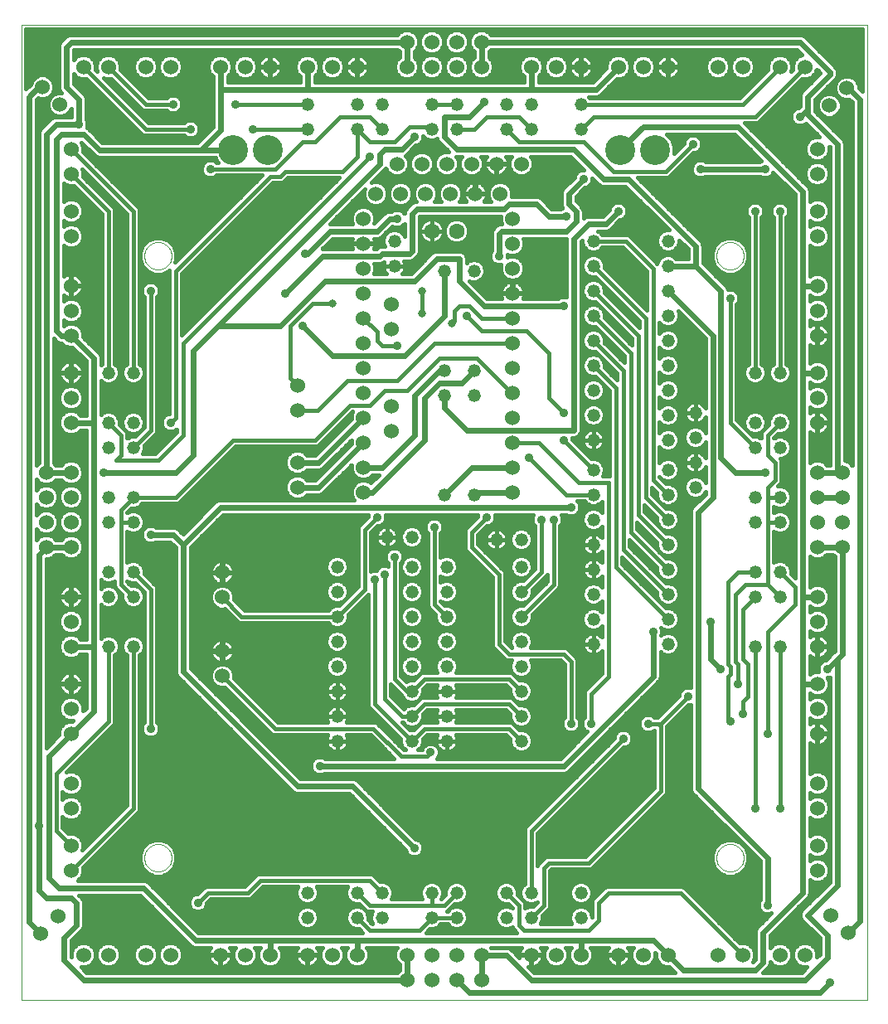
<source format=gbl>
G75*
%MOIN*%
%OFA0B0*%
%FSLAX24Y24*%
%IPPOS*%
%LPD*%
%AMOC8*
5,1,8,0,0,1.08239X$1,22.5*
%
%ADD10C,0.0000*%
%ADD11C,0.0600*%
%ADD12C,0.0520*%
%ADD13C,0.0630*%
%ADD14C,0.1200*%
%ADD15C,0.0240*%
%ADD16C,0.0160*%
%ADD17C,0.0356*%
%ADD18C,0.0317*%
D10*
X000280Y000280D02*
X000280Y039480D01*
X034280Y039480D01*
X034280Y000280D01*
X000280Y000280D01*
X005229Y005980D02*
X005231Y006027D01*
X005237Y006073D01*
X005247Y006119D01*
X005260Y006164D01*
X005278Y006207D01*
X005299Y006249D01*
X005323Y006289D01*
X005351Y006326D01*
X005382Y006361D01*
X005416Y006394D01*
X005452Y006423D01*
X005491Y006449D01*
X005532Y006472D01*
X005575Y006491D01*
X005619Y006507D01*
X005664Y006519D01*
X005710Y006527D01*
X005757Y006531D01*
X005803Y006531D01*
X005850Y006527D01*
X005896Y006519D01*
X005941Y006507D01*
X005985Y006491D01*
X006028Y006472D01*
X006069Y006449D01*
X006108Y006423D01*
X006144Y006394D01*
X006178Y006361D01*
X006209Y006326D01*
X006237Y006289D01*
X006261Y006249D01*
X006282Y006207D01*
X006300Y006164D01*
X006313Y006119D01*
X006323Y006073D01*
X006329Y006027D01*
X006331Y005980D01*
X006329Y005933D01*
X006323Y005887D01*
X006313Y005841D01*
X006300Y005796D01*
X006282Y005753D01*
X006261Y005711D01*
X006237Y005671D01*
X006209Y005634D01*
X006178Y005599D01*
X006144Y005566D01*
X006108Y005537D01*
X006069Y005511D01*
X006028Y005488D01*
X005985Y005469D01*
X005941Y005453D01*
X005896Y005441D01*
X005850Y005433D01*
X005803Y005429D01*
X005757Y005429D01*
X005710Y005433D01*
X005664Y005441D01*
X005619Y005453D01*
X005575Y005469D01*
X005532Y005488D01*
X005491Y005511D01*
X005452Y005537D01*
X005416Y005566D01*
X005382Y005599D01*
X005351Y005634D01*
X005323Y005671D01*
X005299Y005711D01*
X005278Y005753D01*
X005260Y005796D01*
X005247Y005841D01*
X005237Y005887D01*
X005231Y005933D01*
X005229Y005980D01*
X005229Y030180D02*
X005231Y030227D01*
X005237Y030273D01*
X005247Y030319D01*
X005260Y030364D01*
X005278Y030407D01*
X005299Y030449D01*
X005323Y030489D01*
X005351Y030526D01*
X005382Y030561D01*
X005416Y030594D01*
X005452Y030623D01*
X005491Y030649D01*
X005532Y030672D01*
X005575Y030691D01*
X005619Y030707D01*
X005664Y030719D01*
X005710Y030727D01*
X005757Y030731D01*
X005803Y030731D01*
X005850Y030727D01*
X005896Y030719D01*
X005941Y030707D01*
X005985Y030691D01*
X006028Y030672D01*
X006069Y030649D01*
X006108Y030623D01*
X006144Y030594D01*
X006178Y030561D01*
X006209Y030526D01*
X006237Y030489D01*
X006261Y030449D01*
X006282Y030407D01*
X006300Y030364D01*
X006313Y030319D01*
X006323Y030273D01*
X006329Y030227D01*
X006331Y030180D01*
X006329Y030133D01*
X006323Y030087D01*
X006313Y030041D01*
X006300Y029996D01*
X006282Y029953D01*
X006261Y029911D01*
X006237Y029871D01*
X006209Y029834D01*
X006178Y029799D01*
X006144Y029766D01*
X006108Y029737D01*
X006069Y029711D01*
X006028Y029688D01*
X005985Y029669D01*
X005941Y029653D01*
X005896Y029641D01*
X005850Y029633D01*
X005803Y029629D01*
X005757Y029629D01*
X005710Y029633D01*
X005664Y029641D01*
X005619Y029653D01*
X005575Y029669D01*
X005532Y029688D01*
X005491Y029711D01*
X005452Y029737D01*
X005416Y029766D01*
X005382Y029799D01*
X005351Y029834D01*
X005323Y029871D01*
X005299Y029911D01*
X005278Y029953D01*
X005260Y029996D01*
X005247Y030041D01*
X005237Y030087D01*
X005231Y030133D01*
X005229Y030180D01*
X028229Y030180D02*
X028231Y030227D01*
X028237Y030273D01*
X028247Y030319D01*
X028260Y030364D01*
X028278Y030407D01*
X028299Y030449D01*
X028323Y030489D01*
X028351Y030526D01*
X028382Y030561D01*
X028416Y030594D01*
X028452Y030623D01*
X028491Y030649D01*
X028532Y030672D01*
X028575Y030691D01*
X028619Y030707D01*
X028664Y030719D01*
X028710Y030727D01*
X028757Y030731D01*
X028803Y030731D01*
X028850Y030727D01*
X028896Y030719D01*
X028941Y030707D01*
X028985Y030691D01*
X029028Y030672D01*
X029069Y030649D01*
X029108Y030623D01*
X029144Y030594D01*
X029178Y030561D01*
X029209Y030526D01*
X029237Y030489D01*
X029261Y030449D01*
X029282Y030407D01*
X029300Y030364D01*
X029313Y030319D01*
X029323Y030273D01*
X029329Y030227D01*
X029331Y030180D01*
X029329Y030133D01*
X029323Y030087D01*
X029313Y030041D01*
X029300Y029996D01*
X029282Y029953D01*
X029261Y029911D01*
X029237Y029871D01*
X029209Y029834D01*
X029178Y029799D01*
X029144Y029766D01*
X029108Y029737D01*
X029069Y029711D01*
X029028Y029688D01*
X028985Y029669D01*
X028941Y029653D01*
X028896Y029641D01*
X028850Y029633D01*
X028803Y029629D01*
X028757Y029629D01*
X028710Y029633D01*
X028664Y029641D01*
X028619Y029653D01*
X028575Y029669D01*
X028532Y029688D01*
X028491Y029711D01*
X028452Y029737D01*
X028416Y029766D01*
X028382Y029799D01*
X028351Y029834D01*
X028323Y029871D01*
X028299Y029911D01*
X028278Y029953D01*
X028260Y029996D01*
X028247Y030041D01*
X028237Y030087D01*
X028231Y030133D01*
X028229Y030180D01*
X028229Y005980D02*
X028231Y006027D01*
X028237Y006073D01*
X028247Y006119D01*
X028260Y006164D01*
X028278Y006207D01*
X028299Y006249D01*
X028323Y006289D01*
X028351Y006326D01*
X028382Y006361D01*
X028416Y006394D01*
X028452Y006423D01*
X028491Y006449D01*
X028532Y006472D01*
X028575Y006491D01*
X028619Y006507D01*
X028664Y006519D01*
X028710Y006527D01*
X028757Y006531D01*
X028803Y006531D01*
X028850Y006527D01*
X028896Y006519D01*
X028941Y006507D01*
X028985Y006491D01*
X029028Y006472D01*
X029069Y006449D01*
X029108Y006423D01*
X029144Y006394D01*
X029178Y006361D01*
X029209Y006326D01*
X029237Y006289D01*
X029261Y006249D01*
X029282Y006207D01*
X029300Y006164D01*
X029313Y006119D01*
X029323Y006073D01*
X029329Y006027D01*
X029331Y005980D01*
X029329Y005933D01*
X029323Y005887D01*
X029313Y005841D01*
X029300Y005796D01*
X029282Y005753D01*
X029261Y005711D01*
X029237Y005671D01*
X029209Y005634D01*
X029178Y005599D01*
X029144Y005566D01*
X029108Y005537D01*
X029069Y005511D01*
X029028Y005488D01*
X028985Y005469D01*
X028941Y005453D01*
X028896Y005441D01*
X028850Y005433D01*
X028803Y005429D01*
X028757Y005429D01*
X028710Y005433D01*
X028664Y005441D01*
X028619Y005453D01*
X028575Y005469D01*
X028532Y005488D01*
X028491Y005511D01*
X028452Y005537D01*
X028416Y005566D01*
X028382Y005599D01*
X028351Y005634D01*
X028323Y005671D01*
X028299Y005711D01*
X028278Y005753D01*
X028260Y005796D01*
X028247Y005841D01*
X028237Y005887D01*
X028231Y005933D01*
X028229Y005980D01*
D11*
X028280Y002080D03*
X029280Y002080D03*
X030780Y002080D03*
X031780Y002080D03*
X032826Y003675D03*
X033534Y002968D03*
X032280Y005480D03*
X032280Y006480D03*
X032280Y007980D03*
X032280Y008980D03*
X032280Y010980D03*
X032280Y011980D03*
X032280Y012980D03*
X032280Y014480D03*
X032280Y015480D03*
X032280Y016480D03*
X032280Y018480D03*
X032280Y019480D03*
X032280Y020480D03*
X032280Y021480D03*
X033280Y021480D03*
X033280Y020480D03*
X033280Y019480D03*
X033280Y018480D03*
X032280Y023480D03*
X032280Y024480D03*
X032280Y025480D03*
X032280Y026980D03*
X032280Y027980D03*
X032280Y028980D03*
X032280Y030980D03*
X032280Y031980D03*
X032280Y033480D03*
X032280Y034480D03*
X032768Y036226D03*
X033475Y036934D03*
X031780Y037780D03*
X030780Y037780D03*
X029280Y037780D03*
X028280Y037780D03*
X026280Y037780D03*
X025280Y037780D03*
X024280Y037780D03*
X022780Y037780D03*
X021780Y037780D03*
X020780Y037780D03*
X018780Y037780D03*
X018780Y038780D03*
X017780Y038780D03*
X017780Y037780D03*
X016780Y037780D03*
X016780Y038780D03*
X015780Y038780D03*
X015780Y037780D03*
X013780Y037780D03*
X012780Y037780D03*
X011780Y037780D03*
X010280Y037780D03*
X009280Y037780D03*
X008280Y037780D03*
X006280Y037780D03*
X005280Y037780D03*
X003780Y037780D03*
X002780Y037780D03*
X001834Y036268D03*
X001126Y036975D03*
X002280Y034480D03*
X002280Y033480D03*
X002280Y031980D03*
X002280Y030980D03*
X002280Y028980D03*
X002280Y027980D03*
X002280Y026980D03*
X002280Y025480D03*
X002280Y024480D03*
X002280Y023480D03*
X002280Y021480D03*
X002280Y020480D03*
X002280Y019480D03*
X002280Y018480D03*
X001280Y018480D03*
X001280Y019480D03*
X001280Y020480D03*
X001280Y021480D03*
X002280Y016480D03*
X002280Y015480D03*
X002280Y014480D03*
X002280Y012980D03*
X002280Y011980D03*
X002280Y010980D03*
X002280Y008980D03*
X002280Y007980D03*
X002280Y006480D03*
X002280Y005480D03*
X001775Y003634D03*
X001068Y002926D03*
X002780Y002080D03*
X003780Y002080D03*
X005280Y002080D03*
X006280Y002080D03*
X008280Y002080D03*
X009280Y002080D03*
X010280Y002080D03*
X011780Y002080D03*
X012780Y002080D03*
X013780Y002080D03*
X015780Y002080D03*
X015780Y001080D03*
X016780Y001080D03*
X016780Y002080D03*
X017780Y002080D03*
X017780Y001080D03*
X018780Y001080D03*
X018780Y002080D03*
X020780Y002080D03*
X021780Y002080D03*
X022780Y002080D03*
X024280Y002080D03*
X025280Y002080D03*
X026280Y002080D03*
X020030Y020680D03*
X020030Y021680D03*
X020030Y022680D03*
X020030Y023680D03*
X020030Y024680D03*
X020030Y025680D03*
X020030Y026680D03*
X020030Y027680D03*
X020030Y028680D03*
X020030Y029680D03*
X020030Y030680D03*
X020030Y031680D03*
X019530Y032680D03*
X018530Y032680D03*
X017530Y032680D03*
X016530Y032680D03*
X015530Y032680D03*
X014530Y032680D03*
X014030Y031680D03*
X014030Y030680D03*
X014030Y029680D03*
X014030Y028680D03*
X014030Y027680D03*
X014030Y026680D03*
X014030Y025680D03*
X014030Y024680D03*
X014030Y023680D03*
X014030Y022680D03*
X014030Y021680D03*
X014030Y020680D03*
X015155Y023118D03*
X015155Y024118D03*
X015155Y027243D03*
X015155Y028243D03*
X011380Y024980D03*
X011380Y023980D03*
X011380Y021880D03*
X011380Y020880D03*
X008360Y017460D03*
X008360Y016460D03*
X008360Y014300D03*
X008360Y013300D03*
X015380Y033880D03*
X016380Y033880D03*
X017380Y033880D03*
X018380Y033880D03*
X019380Y033880D03*
X020380Y033880D03*
D12*
X020780Y035280D03*
X020780Y036280D03*
X019780Y036280D03*
X019780Y035280D03*
X017780Y035280D03*
X017780Y036280D03*
X016780Y036280D03*
X016780Y035280D03*
X014780Y035280D03*
X014780Y036280D03*
X013780Y036280D03*
X013780Y035280D03*
X011780Y035280D03*
X011780Y036280D03*
X015280Y030780D03*
X015280Y029780D03*
X017280Y029580D03*
X018480Y029580D03*
X018480Y025580D03*
X018480Y024580D03*
X017280Y024580D03*
X017280Y025580D03*
X017280Y020580D03*
X018480Y020580D03*
X019380Y018780D03*
X020380Y018780D03*
X020380Y017680D03*
X020380Y016680D03*
X020380Y015680D03*
X020380Y014680D03*
X020380Y013680D03*
X020380Y012680D03*
X020380Y011680D03*
X020380Y010680D03*
X017380Y010680D03*
X017380Y011680D03*
X017380Y012680D03*
X017380Y013680D03*
X017380Y014680D03*
X017380Y015680D03*
X017380Y016680D03*
X017380Y017680D03*
X015980Y017680D03*
X015980Y016680D03*
X015980Y015680D03*
X015980Y014680D03*
X015980Y013680D03*
X015980Y012680D03*
X015980Y011680D03*
X015980Y010680D03*
X012980Y010680D03*
X012980Y011680D03*
X012980Y012680D03*
X012980Y013680D03*
X012980Y014680D03*
X012980Y015680D03*
X012980Y016680D03*
X012980Y017680D03*
X014980Y018880D03*
X015980Y018880D03*
X023280Y018580D03*
X023280Y017580D03*
X023280Y016580D03*
X023280Y015580D03*
X023280Y014580D03*
X026280Y014580D03*
X026280Y015580D03*
X026280Y016580D03*
X026280Y017580D03*
X026280Y018580D03*
X026280Y019580D03*
X026280Y020580D03*
X026280Y021580D03*
X027380Y021880D03*
X027380Y022880D03*
X027380Y023880D03*
X026280Y023780D03*
X026280Y022780D03*
X026280Y024780D03*
X026280Y025780D03*
X026280Y026780D03*
X026280Y027780D03*
X026280Y028780D03*
X026280Y029780D03*
X026280Y030780D03*
X023280Y030780D03*
X023280Y029780D03*
X023280Y028780D03*
X023280Y027780D03*
X023280Y026780D03*
X023280Y025780D03*
X023280Y024780D03*
X023280Y023780D03*
X023280Y022780D03*
X023280Y021580D03*
X023280Y020580D03*
X023280Y019580D03*
X027380Y020880D03*
X029780Y020480D03*
X029780Y019480D03*
X030780Y019480D03*
X030780Y020480D03*
X030780Y022480D03*
X030780Y023480D03*
X029780Y023480D03*
X029780Y022480D03*
X029780Y025480D03*
X030780Y025480D03*
X030780Y017480D03*
X030780Y016480D03*
X029780Y016480D03*
X029780Y017480D03*
X029780Y014480D03*
X030780Y014480D03*
X022780Y004580D03*
X022780Y003580D03*
X020780Y003580D03*
X020780Y004580D03*
X019780Y004580D03*
X019780Y003580D03*
X017780Y003580D03*
X017780Y004580D03*
X016780Y004580D03*
X016780Y003580D03*
X014780Y003580D03*
X014780Y004580D03*
X013780Y004580D03*
X013780Y003580D03*
X011780Y003580D03*
X011780Y004580D03*
X004780Y014480D03*
X003780Y014480D03*
X003780Y016480D03*
X003780Y017480D03*
X004780Y017480D03*
X004780Y016480D03*
X004780Y019480D03*
X004780Y020480D03*
X003780Y020480D03*
X003780Y019480D03*
X003780Y022480D03*
X003780Y023480D03*
X004780Y023480D03*
X004780Y022480D03*
X004780Y025480D03*
X003780Y025480D03*
X022780Y035280D03*
X022780Y036280D03*
D13*
X017780Y031180D03*
X016780Y031180D03*
D14*
X011268Y032807D03*
X010186Y034441D03*
X008808Y034441D03*
X007726Y032336D03*
X023297Y032336D03*
X024378Y034441D03*
X025756Y034441D03*
X026739Y032807D03*
X023296Y007610D03*
X024378Y005504D03*
X026839Y007137D03*
X011268Y007137D03*
X008808Y005504D03*
X007725Y007610D03*
D15*
X005180Y004780D02*
X007280Y002680D01*
X010280Y002680D01*
X010280Y002080D01*
X010280Y002680D02*
X013780Y002680D01*
X022780Y002680D01*
X025680Y002680D01*
X026280Y002080D01*
X026880Y001480D01*
X029780Y001480D01*
X030080Y001780D01*
X030080Y002980D01*
X031680Y004580D01*
X031680Y012980D01*
X032280Y012980D01*
X031680Y012980D02*
X031680Y016480D01*
X032280Y016480D01*
X031680Y016480D02*
X031680Y025480D01*
X032280Y025480D01*
X031680Y025480D02*
X031680Y028980D01*
X032280Y028980D01*
X031680Y028980D02*
X031680Y032780D01*
X029080Y035380D01*
X025280Y035380D01*
X024378Y034478D01*
X024378Y034441D01*
X024680Y033280D02*
X023680Y033280D01*
X022480Y034480D01*
X017780Y034480D01*
X017280Y034980D01*
X017280Y035780D01*
X018280Y035780D01*
X018880Y036380D01*
X018780Y037780D02*
X018780Y038780D01*
X031580Y038780D01*
X032780Y037580D01*
X032780Y037480D01*
X031880Y036580D01*
X031880Y036080D01*
X031880Y035880D01*
X033080Y034680D01*
X033080Y021480D01*
X032280Y021480D01*
X033280Y021480D01*
X033280Y020480D02*
X032280Y020480D01*
X032280Y018480D02*
X033280Y018480D01*
X033280Y014180D01*
X033080Y013980D01*
X032680Y013580D01*
X033080Y013980D02*
X033080Y004880D01*
X031880Y003680D01*
X032680Y002880D01*
X032680Y001980D01*
X031780Y001080D01*
X020780Y001080D01*
X019780Y002080D01*
X018780Y002080D01*
X018780Y001080D01*
X018280Y000580D02*
X032380Y000580D01*
X032780Y000980D01*
X033516Y002968D02*
X033980Y003431D01*
X033980Y036480D01*
X033526Y036934D01*
X033475Y036934D01*
X031880Y036080D02*
X031580Y035780D01*
X030180Y033680D02*
X027580Y033680D01*
X024680Y033280D02*
X027380Y030580D01*
X027380Y029780D01*
X026280Y029780D01*
X026280Y028780D02*
X028080Y026980D01*
X028080Y020480D01*
X027480Y019880D01*
X027480Y008780D01*
X030280Y005980D01*
X030280Y004080D01*
X033516Y002968D02*
X033534Y002968D01*
X025680Y013280D02*
X022080Y009680D01*
X012280Y009680D01*
X011380Y008880D02*
X013580Y008880D01*
X016080Y006380D01*
X013780Y002680D02*
X013780Y002080D01*
X015780Y002080D02*
X015780Y001080D01*
X002780Y001080D01*
X001980Y001880D01*
X001980Y002780D01*
X002480Y003280D01*
X002480Y004180D01*
X002280Y004380D01*
X001280Y004380D01*
X000980Y004680D01*
X000980Y007280D01*
X000980Y018180D01*
X001280Y018480D01*
X002280Y018480D01*
X002280Y021480D02*
X001280Y021480D01*
X001280Y035080D01*
X001680Y035480D01*
X002580Y035480D01*
X002580Y036480D01*
X002080Y036980D01*
X002080Y038580D01*
X002280Y038780D01*
X015780Y038780D01*
X015780Y037780D01*
X016080Y034980D02*
X015580Y034480D01*
X014880Y034480D01*
X014680Y034280D01*
X014680Y033880D01*
X008180Y027380D01*
X010680Y027380D01*
X012480Y029180D01*
X016080Y029180D01*
X016980Y030080D01*
X017880Y030080D01*
X017880Y029180D01*
X018880Y028180D01*
X022080Y028180D01*
X022480Y030880D02*
X022480Y023180D01*
X018180Y023180D01*
X017280Y024080D01*
X017280Y024580D01*
X017080Y025080D02*
X017980Y025080D01*
X018480Y025580D01*
X017280Y025580D02*
X017080Y025580D01*
X016080Y024580D01*
X016080Y022980D01*
X014780Y021680D01*
X014030Y021680D01*
X014030Y020680D02*
X014380Y020680D01*
X016480Y022780D01*
X016480Y024480D01*
X017080Y025080D01*
X015680Y026180D02*
X012780Y026180D01*
X011580Y027380D01*
X010880Y028680D02*
X012380Y030180D01*
X014680Y030180D01*
X014780Y030280D01*
X015880Y030280D01*
X015980Y030380D01*
X015980Y031880D01*
X016180Y032080D01*
X019680Y032080D01*
X019880Y032280D01*
X020980Y032280D01*
X021480Y031780D01*
X022180Y031780D01*
X022580Y031580D02*
X022180Y031180D01*
X019580Y031180D01*
X019480Y031080D01*
X019480Y030180D01*
X017280Y029580D02*
X017280Y027780D01*
X015680Y026180D01*
X014030Y023680D02*
X012230Y021880D01*
X011380Y021880D01*
X011380Y020880D02*
X012230Y020880D01*
X014030Y022680D01*
X017280Y020580D02*
X018380Y021680D01*
X020030Y021680D01*
X020030Y020680D02*
X018580Y020680D01*
X018480Y020580D01*
X022380Y020080D02*
X008280Y020080D01*
X006780Y018580D01*
X006780Y013480D01*
X011380Y008880D01*
X005180Y004780D02*
X001780Y004780D01*
X001380Y005180D01*
X001380Y010080D01*
X002280Y010980D01*
X003180Y011880D01*
X003180Y014480D01*
X003180Y023480D01*
X003180Y026080D01*
X002280Y026980D01*
X001880Y026980D01*
X001680Y027180D01*
X001680Y034880D01*
X001880Y035080D01*
X002780Y035080D01*
X003419Y034441D01*
X007480Y034441D01*
X008280Y035241D01*
X008280Y036880D01*
X011780Y036880D01*
X011780Y037780D01*
X011780Y036880D02*
X020780Y036880D01*
X023380Y036880D01*
X024280Y037780D01*
X020780Y037780D02*
X020780Y036880D01*
X022880Y033280D02*
X022280Y032680D01*
X022280Y032280D01*
X022580Y031980D01*
X022580Y031580D01*
X023080Y031480D02*
X022480Y030880D01*
X023080Y031480D02*
X023780Y031480D01*
X024280Y031980D01*
X027380Y029780D02*
X028380Y028780D01*
X028380Y022080D01*
X028980Y021480D01*
X030180Y021480D01*
X027980Y015480D02*
X027980Y013980D01*
X028380Y013580D01*
X025680Y013280D02*
X025680Y015080D01*
X022780Y002680D02*
X022780Y002080D01*
X018280Y000580D02*
X017780Y001080D01*
X003180Y014480D02*
X002280Y014480D01*
X005480Y018980D02*
X006380Y018980D01*
X006780Y018580D01*
X006480Y021480D02*
X007180Y022180D01*
X007180Y026380D01*
X008180Y027380D01*
X011780Y030280D02*
X012680Y031180D01*
X014580Y031180D01*
X015080Y031680D01*
X015380Y031680D01*
X008808Y034441D02*
X007480Y034441D01*
X008280Y036880D02*
X008280Y037780D01*
X001126Y036975D02*
X000975Y036975D01*
X000580Y036580D01*
X000580Y003414D01*
X001068Y002926D01*
X001068Y002926D01*
X003580Y021480D02*
X006480Y021480D01*
X003180Y023480D02*
X002280Y023480D01*
D16*
X001840Y023672D02*
X001580Y023672D01*
X001580Y023830D02*
X001951Y023830D01*
X002008Y023887D02*
X001873Y023752D01*
X001800Y023575D01*
X001800Y023385D01*
X001873Y023208D01*
X002008Y023073D01*
X002185Y023000D01*
X002375Y023000D01*
X002552Y023073D01*
X002659Y023180D01*
X002880Y023180D01*
X002880Y014780D01*
X002659Y014780D01*
X002552Y014887D01*
X002375Y014960D01*
X002185Y014960D01*
X002008Y014887D01*
X001873Y014752D01*
X001800Y014575D01*
X001800Y014385D01*
X001873Y014208D01*
X002008Y014073D01*
X002185Y014000D01*
X002375Y014000D01*
X002552Y014073D01*
X002659Y014180D01*
X002880Y014180D01*
X002880Y012004D01*
X002760Y011884D01*
X002760Y011885D01*
X002760Y012075D01*
X002687Y012252D01*
X002552Y012387D01*
X002375Y012460D01*
X002185Y012460D01*
X002008Y012387D01*
X001873Y012252D01*
X001800Y012075D01*
X001800Y011885D01*
X001873Y011708D01*
X002008Y011573D01*
X002185Y011500D01*
X002375Y011500D01*
X002376Y011500D01*
X002336Y011460D01*
X002185Y011460D01*
X002008Y011387D01*
X001873Y011252D01*
X001800Y011075D01*
X001800Y010924D01*
X001280Y010404D01*
X001280Y018000D01*
X001375Y018000D01*
X001552Y018073D01*
X001659Y018180D01*
X001901Y018180D01*
X002008Y018073D01*
X002185Y018000D01*
X002375Y018000D01*
X002552Y018073D01*
X002687Y018208D01*
X002760Y018385D01*
X002760Y018575D01*
X002687Y018752D01*
X002552Y018887D01*
X002375Y018960D01*
X002185Y018960D01*
X002008Y018887D01*
X001901Y018780D01*
X001659Y018780D01*
X001552Y018887D01*
X001375Y018960D01*
X001185Y018960D01*
X001008Y018887D01*
X000880Y018759D01*
X000880Y019201D01*
X001008Y019073D01*
X001185Y019000D01*
X001375Y019000D01*
X001552Y019073D01*
X001687Y019208D01*
X001760Y019385D01*
X001760Y019575D01*
X001687Y019752D01*
X001552Y019887D01*
X001375Y019960D01*
X001185Y019960D01*
X001008Y019887D01*
X000880Y019759D01*
X000880Y020201D01*
X001008Y020073D01*
X001185Y020000D01*
X001375Y020000D01*
X001552Y020073D01*
X001687Y020208D01*
X001760Y020385D01*
X001760Y020575D01*
X001687Y020752D01*
X001552Y020887D01*
X001375Y020960D01*
X001185Y020960D01*
X001008Y020887D01*
X000880Y020759D01*
X000880Y021201D01*
X001008Y021073D01*
X001185Y021000D01*
X001375Y021000D01*
X001552Y021073D01*
X001659Y021180D01*
X001901Y021180D01*
X002008Y021073D01*
X002185Y021000D01*
X002375Y021000D01*
X002552Y021073D01*
X002687Y021208D01*
X002760Y021385D01*
X002760Y021575D01*
X002687Y021752D01*
X002552Y021887D01*
X002375Y021960D01*
X002185Y021960D01*
X002008Y021887D01*
X001901Y021780D01*
X001659Y021780D01*
X001580Y021859D01*
X001580Y026856D01*
X001710Y026726D01*
X001820Y026680D01*
X001901Y026680D01*
X002008Y026573D01*
X002185Y026500D01*
X002336Y026500D01*
X002880Y025956D01*
X002880Y023780D01*
X002659Y023780D01*
X002552Y023887D01*
X002375Y023960D01*
X002185Y023960D01*
X002008Y023887D01*
X002008Y024073D02*
X002185Y024000D01*
X002375Y024000D01*
X002552Y024073D01*
X002687Y024208D01*
X002760Y024385D01*
X002760Y024575D01*
X002687Y024752D01*
X002552Y024887D01*
X002375Y024960D01*
X002185Y024960D01*
X002008Y024887D01*
X001873Y024752D01*
X001800Y024575D01*
X001800Y024385D01*
X001873Y024208D01*
X002008Y024073D01*
X001934Y024147D02*
X001580Y024147D01*
X001580Y023989D02*
X002880Y023989D01*
X002880Y024147D02*
X002626Y024147D01*
X002727Y024306D02*
X002880Y024306D01*
X002880Y024464D02*
X002760Y024464D01*
X002741Y024623D02*
X002880Y024623D01*
X002880Y024781D02*
X002658Y024781D01*
X002880Y024940D02*
X002425Y024940D01*
X002392Y025012D02*
X002464Y025035D01*
X002532Y025069D01*
X002593Y025114D01*
X002646Y025167D01*
X002691Y025228D01*
X002725Y025296D01*
X002748Y025368D01*
X002760Y025442D01*
X002760Y025460D01*
X002300Y025460D01*
X002300Y025500D01*
X002760Y025500D01*
X002760Y025518D01*
X002748Y025592D01*
X002725Y025664D01*
X002691Y025732D01*
X002646Y025793D01*
X002593Y025846D01*
X002532Y025891D01*
X002880Y025891D01*
X002880Y025732D02*
X002690Y025732D01*
X002751Y025574D02*
X002880Y025574D01*
X002880Y025415D02*
X002756Y025415D01*
X002705Y025257D02*
X002880Y025257D01*
X002880Y025098D02*
X002571Y025098D01*
X002392Y025012D02*
X002318Y025000D01*
X002300Y025000D01*
X002300Y025460D01*
X002260Y025460D01*
X002260Y025000D01*
X002242Y025000D01*
X002168Y025012D01*
X002096Y025035D01*
X002028Y025069D01*
X001967Y025114D01*
X001914Y025167D01*
X001869Y025228D01*
X001835Y025296D01*
X001812Y025368D01*
X001800Y025442D01*
X001800Y025460D01*
X002260Y025460D01*
X002260Y025500D01*
X002260Y025960D01*
X002242Y025960D01*
X002168Y025948D01*
X002096Y025925D01*
X002028Y025891D01*
X001580Y025891D01*
X001580Y026049D02*
X002787Y026049D01*
X002628Y026208D02*
X001580Y026208D01*
X001580Y026366D02*
X002470Y026366D01*
X002125Y026525D02*
X001580Y026525D01*
X001580Y026683D02*
X001813Y026683D01*
X001594Y026842D02*
X001580Y026842D01*
X001980Y027359D02*
X001980Y027601D01*
X002008Y027573D01*
X002185Y027500D01*
X002375Y027500D01*
X002552Y027573D01*
X002687Y027708D01*
X002760Y027885D01*
X002760Y028075D01*
X002687Y028252D01*
X002552Y028387D01*
X002375Y028460D01*
X002185Y028460D01*
X002008Y028387D01*
X001980Y028359D01*
X001980Y028605D01*
X002028Y028569D01*
X002096Y028535D01*
X002168Y028512D01*
X002242Y028500D01*
X002260Y028500D01*
X002260Y028960D01*
X002300Y028960D01*
X002300Y029000D01*
X002260Y029000D01*
X002260Y029460D01*
X002242Y029460D01*
X002168Y029448D01*
X002096Y029425D01*
X002028Y029391D01*
X001980Y029355D01*
X001980Y030601D01*
X002008Y030573D01*
X002185Y030500D01*
X002375Y030500D01*
X002552Y030573D01*
X002687Y030708D01*
X002760Y030885D01*
X002760Y031075D01*
X002687Y031252D01*
X002552Y031387D01*
X002375Y031460D01*
X002185Y031460D01*
X002008Y031387D01*
X001980Y031359D01*
X001980Y031601D01*
X002008Y031573D01*
X002185Y031500D01*
X002375Y031500D01*
X002552Y031573D01*
X002687Y031708D01*
X002760Y031885D01*
X002760Y032075D01*
X002687Y032252D01*
X002552Y032387D01*
X002375Y032460D01*
X002185Y032460D01*
X002008Y032387D01*
X001980Y032359D01*
X001980Y033101D01*
X002008Y033073D01*
X002185Y033000D01*
X002375Y033000D01*
X002387Y033005D01*
X003520Y031872D01*
X003520Y025842D01*
X003480Y025802D01*
X003480Y026140D01*
X003434Y026250D01*
X002760Y026924D01*
X002760Y027075D01*
X002687Y027252D01*
X002552Y027387D01*
X002375Y027460D01*
X002185Y027460D01*
X002008Y027387D01*
X001980Y027359D01*
X001980Y027476D02*
X003520Y027476D01*
X003520Y027634D02*
X002613Y027634D01*
X002722Y027793D02*
X003520Y027793D01*
X003520Y027951D02*
X002760Y027951D01*
X002746Y028110D02*
X003520Y028110D01*
X003520Y028268D02*
X002671Y028268D01*
X002456Y028427D02*
X003520Y028427D01*
X003520Y028585D02*
X002553Y028585D01*
X002532Y028569D02*
X002593Y028614D01*
X002646Y028667D01*
X002691Y028728D01*
X002725Y028796D01*
X002748Y028868D01*
X002760Y028942D01*
X002760Y028960D01*
X002300Y028960D01*
X002300Y028500D01*
X002318Y028500D01*
X002392Y028512D01*
X002464Y028535D01*
X002532Y028569D01*
X002300Y028585D02*
X002260Y028585D01*
X002260Y028744D02*
X002300Y028744D01*
X002300Y028902D02*
X002260Y028902D01*
X002300Y029000D02*
X002760Y029000D01*
X002760Y029018D01*
X002748Y029092D01*
X002725Y029164D01*
X002691Y029232D01*
X002646Y029293D01*
X002593Y029346D01*
X002532Y029391D01*
X002464Y029425D01*
X002392Y029448D01*
X002318Y029460D01*
X002300Y029460D01*
X002300Y029000D01*
X002300Y029061D02*
X002260Y029061D01*
X002260Y029219D02*
X002300Y029219D01*
X002300Y029378D02*
X002260Y029378D01*
X002011Y029378D02*
X001980Y029378D01*
X001980Y029536D02*
X003520Y029536D01*
X003520Y029378D02*
X002549Y029378D01*
X002697Y029219D02*
X003520Y029219D01*
X003520Y029061D02*
X002753Y029061D01*
X002754Y028902D02*
X003520Y028902D01*
X003520Y028744D02*
X002698Y028744D01*
X002104Y028427D02*
X001980Y028427D01*
X001980Y028585D02*
X002007Y028585D01*
X000980Y028585D02*
X000880Y028585D01*
X000880Y028427D02*
X000980Y028427D01*
X000980Y028268D02*
X000880Y028268D01*
X000880Y028110D02*
X000980Y028110D01*
X000980Y027951D02*
X000880Y027951D01*
X000880Y027793D02*
X000980Y027793D01*
X000980Y027634D02*
X000880Y027634D01*
X000880Y027476D02*
X000980Y027476D01*
X000980Y027317D02*
X000880Y027317D01*
X000880Y027159D02*
X000980Y027159D01*
X000980Y027000D02*
X000880Y027000D01*
X000880Y026842D02*
X000980Y026842D01*
X000980Y026683D02*
X000880Y026683D01*
X000880Y026525D02*
X000980Y026525D01*
X000980Y026366D02*
X000880Y026366D01*
X000880Y026208D02*
X000980Y026208D01*
X000980Y026049D02*
X000880Y026049D01*
X000880Y025891D02*
X000980Y025891D01*
X000980Y025732D02*
X000880Y025732D01*
X000880Y025574D02*
X000980Y025574D01*
X000980Y025415D02*
X000880Y025415D01*
X000880Y025257D02*
X000980Y025257D01*
X000980Y025098D02*
X000880Y025098D01*
X000880Y024940D02*
X000980Y024940D01*
X000980Y024781D02*
X000880Y024781D01*
X000880Y024623D02*
X000980Y024623D01*
X000980Y024464D02*
X000880Y024464D01*
X000880Y024306D02*
X000980Y024306D01*
X000980Y024147D02*
X000880Y024147D01*
X000880Y023989D02*
X000980Y023989D01*
X000980Y023830D02*
X000880Y023830D01*
X000880Y023672D02*
X000980Y023672D01*
X000980Y023513D02*
X000880Y023513D01*
X000880Y023355D02*
X000980Y023355D01*
X000980Y023196D02*
X000880Y023196D01*
X000880Y023038D02*
X000980Y023038D01*
X000980Y022879D02*
X000880Y022879D01*
X000880Y022721D02*
X000980Y022721D01*
X000980Y022562D02*
X000880Y022562D01*
X000880Y022404D02*
X000980Y022404D01*
X000980Y022245D02*
X000880Y022245D01*
X000880Y022087D02*
X000980Y022087D01*
X000980Y021928D02*
X000880Y021928D01*
X000980Y021859D02*
X000880Y021759D01*
X000880Y036456D01*
X000952Y036528D01*
X001031Y036495D01*
X001222Y036495D01*
X001398Y036568D01*
X001533Y036703D01*
X001606Y036879D01*
X001606Y037070D01*
X001533Y037247D01*
X001398Y037382D01*
X001222Y037455D01*
X001031Y037455D01*
X000855Y037382D01*
X000720Y037247D01*
X000647Y037071D01*
X000460Y036884D01*
X000460Y039300D01*
X034100Y039300D01*
X034100Y036784D01*
X033955Y036929D01*
X033955Y037029D01*
X033882Y037205D01*
X033747Y037340D01*
X033570Y037414D01*
X033379Y037414D01*
X033203Y037340D01*
X033068Y037205D01*
X032995Y037029D01*
X032995Y036838D01*
X033068Y036662D01*
X033203Y036527D01*
X033379Y036454D01*
X033570Y036454D01*
X033579Y036457D01*
X033680Y036356D01*
X033680Y021759D01*
X033552Y021887D01*
X033380Y021958D01*
X033380Y034740D01*
X033334Y034850D01*
X033250Y034934D01*
X032180Y036004D01*
X032180Y036456D01*
X032950Y037226D01*
X033034Y037310D01*
X033080Y037420D01*
X033080Y037640D01*
X033034Y037750D01*
X032950Y037834D01*
X031750Y039034D01*
X031640Y039080D01*
X019159Y039080D01*
X019052Y039187D01*
X018875Y039260D01*
X018685Y039260D01*
X018508Y039187D01*
X018373Y039052D01*
X018300Y038875D01*
X018300Y038685D01*
X018373Y038508D01*
X018480Y038401D01*
X018480Y038159D01*
X018373Y038052D01*
X018300Y037875D01*
X018300Y037685D01*
X018373Y037508D01*
X018508Y037373D01*
X018685Y037300D01*
X018875Y037300D01*
X019052Y037373D01*
X019187Y037508D01*
X019260Y037685D01*
X019260Y037875D01*
X019187Y038052D01*
X019080Y038159D01*
X019080Y038401D01*
X019159Y038480D01*
X031456Y038480D01*
X031678Y038257D01*
X031508Y038187D01*
X031373Y038052D01*
X031300Y037875D01*
X031300Y037685D01*
X031305Y037673D01*
X031220Y037588D01*
X031260Y037685D01*
X031260Y037875D01*
X031187Y038052D01*
X031052Y038187D01*
X030875Y038260D01*
X030685Y038260D01*
X030508Y038187D01*
X030373Y038052D01*
X030300Y037875D01*
X030300Y037685D01*
X030305Y037673D01*
X029172Y036540D01*
X023142Y036540D01*
X023102Y036580D01*
X023440Y036580D01*
X023550Y036626D01*
X023634Y036710D01*
X024224Y037300D01*
X024375Y037300D01*
X024552Y037373D01*
X024687Y037508D01*
X024760Y037685D01*
X024760Y037875D01*
X024687Y038052D01*
X024552Y038187D01*
X024375Y038260D01*
X024185Y038260D01*
X024008Y038187D01*
X023873Y038052D01*
X023800Y037875D01*
X023800Y037724D01*
X023256Y037180D01*
X021080Y037180D01*
X021080Y037401D01*
X021187Y037508D01*
X021260Y037685D01*
X021260Y037875D01*
X021187Y038052D01*
X021052Y038187D01*
X020875Y038260D01*
X020685Y038260D01*
X020508Y038187D01*
X020373Y038052D01*
X020300Y037875D01*
X020300Y037685D01*
X020373Y037508D01*
X020480Y037401D01*
X020480Y037180D01*
X012080Y037180D01*
X012080Y037401D01*
X012187Y037508D01*
X012260Y037685D01*
X012260Y037875D01*
X012187Y038052D01*
X012052Y038187D01*
X011875Y038260D01*
X011685Y038260D01*
X011508Y038187D01*
X011373Y038052D01*
X011300Y037875D01*
X011300Y037685D01*
X011373Y037508D01*
X011480Y037401D01*
X011480Y037180D01*
X008580Y037180D01*
X008580Y037401D01*
X008687Y037508D01*
X008760Y037685D01*
X008760Y037875D01*
X008687Y038052D01*
X008552Y038187D01*
X008375Y038260D01*
X008185Y038260D01*
X008008Y038187D01*
X007873Y038052D01*
X007800Y037875D01*
X007800Y037685D01*
X007873Y037508D01*
X007980Y037401D01*
X007980Y035365D01*
X007356Y034741D01*
X003544Y034741D01*
X003034Y035250D01*
X002950Y035334D01*
X002914Y035349D01*
X002938Y035409D01*
X002938Y035551D01*
X002884Y035683D01*
X002880Y035686D01*
X002880Y036540D01*
X002834Y036650D01*
X002750Y036734D01*
X002380Y037104D01*
X002380Y037501D01*
X002508Y037373D01*
X002685Y037300D01*
X002875Y037300D01*
X002887Y037305D01*
X005133Y035060D01*
X005228Y035020D01*
X006834Y035020D01*
X006877Y034976D01*
X007009Y034922D01*
X007151Y034922D01*
X007283Y034976D01*
X007384Y035077D01*
X007438Y035209D01*
X007438Y035351D01*
X007384Y035483D01*
X007283Y035584D01*
X007151Y035638D01*
X007009Y035638D01*
X006877Y035584D01*
X006834Y035540D01*
X005388Y035540D01*
X003588Y037340D01*
X003685Y037300D01*
X003875Y037300D01*
X003887Y037305D01*
X005133Y036060D01*
X005228Y036020D01*
X006134Y036020D01*
X006177Y035976D01*
X006309Y035922D01*
X006451Y035922D01*
X006583Y035976D01*
X006684Y036077D01*
X006738Y036209D01*
X006738Y036351D01*
X006684Y036483D01*
X006583Y036584D01*
X006451Y036638D01*
X006309Y036638D01*
X006177Y036584D01*
X006134Y036540D01*
X005388Y036540D01*
X004255Y037673D01*
X004260Y037685D01*
X004260Y037875D01*
X004187Y038052D01*
X004052Y038187D01*
X003875Y038260D01*
X003685Y038260D01*
X003508Y038187D01*
X003373Y038052D01*
X003300Y037875D01*
X003300Y037685D01*
X003340Y037588D01*
X003255Y037673D01*
X003260Y037685D01*
X003260Y037875D01*
X003187Y038052D01*
X003052Y038187D01*
X002875Y038260D01*
X002685Y038260D01*
X002508Y038187D01*
X002380Y038059D01*
X002380Y038456D01*
X002404Y038480D01*
X015401Y038480D01*
X015480Y038401D01*
X015480Y038159D01*
X015373Y038052D01*
X015300Y037875D01*
X015300Y037685D01*
X015373Y037508D01*
X015508Y037373D01*
X015685Y037300D01*
X015875Y037300D01*
X016052Y037373D01*
X016187Y037508D01*
X016260Y037685D01*
X016260Y037875D01*
X016187Y038052D01*
X016080Y038159D01*
X016080Y038401D01*
X016187Y038508D01*
X016260Y038685D01*
X016260Y038875D01*
X016187Y039052D01*
X016052Y039187D01*
X015875Y039260D01*
X015685Y039260D01*
X015508Y039187D01*
X015401Y039080D01*
X002220Y039080D01*
X002110Y039034D01*
X001910Y038834D01*
X001826Y038750D01*
X001780Y038640D01*
X001780Y036920D01*
X001826Y036810D01*
X001888Y036748D01*
X001738Y036748D01*
X001562Y036675D01*
X001427Y036540D01*
X001354Y036363D01*
X001354Y036172D01*
X001427Y035996D01*
X001562Y035861D01*
X001738Y035788D01*
X001929Y035788D01*
X002105Y035861D01*
X002240Y035996D01*
X002280Y036091D01*
X002280Y035780D01*
X001620Y035780D01*
X001510Y035734D01*
X001026Y035250D01*
X000980Y035140D01*
X000980Y021859D01*
X000891Y021770D02*
X000880Y021770D01*
X000880Y021136D02*
X000946Y021136D01*
X000880Y020977D02*
X002880Y020977D01*
X002880Y020819D02*
X002620Y020819D01*
X002687Y020752D02*
X002552Y020887D01*
X002375Y020960D01*
X002185Y020960D01*
X002008Y020887D01*
X001873Y020752D01*
X001800Y020575D01*
X001800Y020385D01*
X001873Y020208D01*
X002008Y020073D01*
X002185Y020000D01*
X002375Y020000D01*
X002552Y020073D01*
X002687Y020208D01*
X002760Y020385D01*
X002760Y020575D01*
X002687Y020752D01*
X002725Y020660D02*
X002880Y020660D01*
X002880Y020502D02*
X002760Y020502D01*
X002743Y020343D02*
X002880Y020343D01*
X002880Y020185D02*
X002663Y020185D01*
X002880Y020026D02*
X002438Y020026D01*
X002375Y019960D02*
X002552Y019887D01*
X002687Y019752D01*
X002760Y019575D01*
X002760Y019385D01*
X002687Y019208D01*
X002552Y019073D01*
X002375Y019000D01*
X002185Y019000D01*
X002008Y019073D01*
X001873Y019208D01*
X001800Y019385D01*
X001800Y019575D01*
X001873Y019752D01*
X002008Y019887D01*
X002185Y019960D01*
X002375Y019960D01*
X002571Y019868D02*
X002880Y019868D01*
X002880Y019709D02*
X002705Y019709D01*
X002760Y019551D02*
X002880Y019551D01*
X002880Y019392D02*
X002760Y019392D01*
X002697Y019234D02*
X002880Y019234D01*
X002880Y019075D02*
X002554Y019075D01*
X002480Y018917D02*
X002880Y018917D01*
X002880Y018758D02*
X002681Y018758D01*
X002750Y018600D02*
X002880Y018600D01*
X002880Y018441D02*
X002760Y018441D01*
X002718Y018283D02*
X002880Y018283D01*
X002880Y018124D02*
X002603Y018124D01*
X002880Y017966D02*
X001280Y017966D01*
X001280Y017807D02*
X002880Y017807D01*
X002880Y017649D02*
X001280Y017649D01*
X001280Y017490D02*
X002880Y017490D01*
X002880Y017332D02*
X001280Y017332D01*
X001280Y017173D02*
X002880Y017173D01*
X002880Y017015D02*
X001280Y017015D01*
X001280Y016856D02*
X001981Y016856D01*
X001967Y016846D02*
X001914Y016793D01*
X001869Y016732D01*
X001835Y016664D01*
X001812Y016592D01*
X001800Y016518D01*
X001800Y016500D01*
X002260Y016500D01*
X002260Y016960D01*
X002242Y016960D01*
X002168Y016948D01*
X002096Y016925D01*
X002028Y016891D01*
X001967Y016846D01*
X001852Y016698D02*
X001280Y016698D01*
X001280Y016539D02*
X001803Y016539D01*
X001800Y016460D02*
X001800Y016442D01*
X001812Y016368D01*
X001835Y016296D01*
X001869Y016228D01*
X001914Y016167D01*
X001967Y016114D01*
X002028Y016069D01*
X002096Y016035D01*
X002168Y016012D01*
X002242Y016000D01*
X002260Y016000D01*
X002260Y016460D01*
X002300Y016460D01*
X002300Y016500D01*
X002760Y016500D01*
X002760Y016518D01*
X002748Y016592D01*
X002725Y016664D01*
X002691Y016732D01*
X002646Y016793D01*
X002593Y016846D01*
X002532Y016891D01*
X002464Y016925D01*
X002392Y016948D01*
X002318Y016960D01*
X002300Y016960D01*
X002300Y016500D01*
X002260Y016500D01*
X002260Y016460D01*
X001800Y016460D01*
X001810Y016381D02*
X001280Y016381D01*
X001280Y016222D02*
X001874Y016222D01*
X002040Y016064D02*
X001280Y016064D01*
X001280Y015905D02*
X002052Y015905D01*
X002008Y015887D02*
X001873Y015752D01*
X001800Y015575D01*
X001800Y015385D01*
X001873Y015208D01*
X002008Y015073D01*
X002185Y015000D01*
X002375Y015000D01*
X002552Y015073D01*
X002687Y015208D01*
X002760Y015385D01*
X002760Y015575D01*
X002687Y015752D01*
X002552Y015887D01*
X002375Y015960D01*
X002185Y015960D01*
X002008Y015887D01*
X001871Y015747D02*
X001280Y015747D01*
X001280Y015588D02*
X001805Y015588D01*
X001800Y015430D02*
X001280Y015430D01*
X001280Y015271D02*
X001847Y015271D01*
X001969Y015113D02*
X001280Y015113D01*
X001280Y014954D02*
X002170Y014954D01*
X002390Y014954D02*
X002880Y014954D01*
X002880Y014796D02*
X002643Y014796D01*
X002591Y015113D02*
X002880Y015113D01*
X002880Y015271D02*
X002713Y015271D01*
X002760Y015430D02*
X002880Y015430D01*
X002880Y015588D02*
X002755Y015588D01*
X002689Y015747D02*
X002880Y015747D01*
X002880Y015905D02*
X002508Y015905D01*
X002464Y016035D02*
X002532Y016069D01*
X002593Y016114D01*
X002646Y016167D01*
X002691Y016228D01*
X002725Y016296D01*
X002748Y016368D01*
X002760Y016442D01*
X002760Y016460D01*
X002300Y016460D01*
X002300Y016000D01*
X002318Y016000D01*
X002392Y016012D01*
X002464Y016035D01*
X002520Y016064D02*
X002880Y016064D01*
X002880Y016222D02*
X002686Y016222D01*
X002750Y016381D02*
X002880Y016381D01*
X002880Y016539D02*
X002757Y016539D01*
X002708Y016698D02*
X002880Y016698D01*
X002880Y016856D02*
X002579Y016856D01*
X002300Y016856D02*
X002260Y016856D01*
X002260Y016698D02*
X002300Y016698D01*
X002300Y016539D02*
X002260Y016539D01*
X002260Y016381D02*
X002300Y016381D01*
X002300Y016222D02*
X002260Y016222D01*
X002260Y016064D02*
X002300Y016064D01*
X001917Y014796D02*
X001280Y014796D01*
X001280Y014637D02*
X001825Y014637D01*
X001800Y014479D02*
X001280Y014479D01*
X001280Y014320D02*
X001827Y014320D01*
X001920Y014162D02*
X001280Y014162D01*
X001280Y014003D02*
X002177Y014003D01*
X002383Y014003D02*
X002880Y014003D01*
X002880Y013845D02*
X001280Y013845D01*
X001280Y013686D02*
X002880Y013686D01*
X002880Y013528D02*
X001280Y013528D01*
X001280Y013369D02*
X001999Y013369D01*
X002028Y013391D02*
X001967Y013346D01*
X001914Y013293D01*
X001869Y013232D01*
X001835Y013164D01*
X001812Y013092D01*
X001800Y013018D01*
X001800Y013000D01*
X002260Y013000D01*
X002260Y013460D01*
X002242Y013460D01*
X002168Y013448D01*
X002096Y013425D01*
X002028Y013391D01*
X002260Y013369D02*
X002300Y013369D01*
X002300Y013460D02*
X002318Y013460D01*
X002392Y013448D01*
X002464Y013425D01*
X002532Y013391D01*
X002593Y013346D01*
X002646Y013293D01*
X002691Y013232D01*
X002725Y013164D01*
X002748Y013092D01*
X002760Y013018D01*
X002760Y013000D01*
X002300Y013000D01*
X002300Y012960D01*
X002760Y012960D01*
X002760Y012942D01*
X002748Y012868D01*
X002725Y012796D01*
X002691Y012728D01*
X002646Y012667D01*
X002593Y012614D01*
X002532Y012569D01*
X002464Y012535D01*
X002392Y012512D01*
X002318Y012500D01*
X002300Y012500D01*
X002300Y012960D01*
X002260Y012960D01*
X002260Y012500D01*
X002242Y012500D01*
X002168Y012512D01*
X002096Y012535D01*
X002028Y012569D01*
X001967Y012614D01*
X001914Y012667D01*
X001869Y012728D01*
X001835Y012796D01*
X001812Y012868D01*
X001800Y012942D01*
X001800Y012960D01*
X002260Y012960D01*
X002260Y013000D01*
X002300Y013000D01*
X002300Y013460D01*
X002300Y013211D02*
X002260Y013211D01*
X002260Y013052D02*
X002300Y013052D01*
X002300Y012894D02*
X002260Y012894D01*
X002260Y012735D02*
X002300Y012735D01*
X002300Y012577D02*
X002260Y012577D01*
X002083Y012418D02*
X001280Y012418D01*
X001280Y012260D02*
X001881Y012260D01*
X001811Y012101D02*
X001280Y012101D01*
X001280Y011943D02*
X001800Y011943D01*
X001842Y011784D02*
X001280Y011784D01*
X001280Y011626D02*
X001956Y011626D01*
X001930Y011309D02*
X001280Y011309D01*
X001280Y011467D02*
X002343Y011467D01*
X001831Y011150D02*
X001280Y011150D01*
X001280Y010992D02*
X001800Y010992D01*
X001709Y010833D02*
X001280Y010833D01*
X001280Y010675D02*
X001550Y010675D01*
X001392Y010516D02*
X001280Y010516D01*
X001680Y009380D02*
X001680Y007080D01*
X002280Y006480D01*
X002720Y006288D02*
X002760Y006385D01*
X002760Y006575D01*
X002687Y006752D01*
X002552Y006887D01*
X002375Y006960D01*
X002185Y006960D01*
X002173Y006955D01*
X001940Y007188D01*
X001940Y007641D01*
X002008Y007573D01*
X002185Y007500D01*
X002375Y007500D01*
X002552Y007573D01*
X002687Y007708D01*
X002760Y007885D01*
X002760Y008075D01*
X002687Y008252D01*
X002552Y008387D01*
X002375Y008460D01*
X002185Y008460D01*
X002008Y008387D01*
X001940Y008319D01*
X001940Y008641D01*
X002008Y008573D01*
X002185Y008500D01*
X002375Y008500D01*
X002552Y008573D01*
X002687Y008708D01*
X002760Y008885D01*
X002760Y009075D01*
X002687Y009252D01*
X002552Y009387D01*
X002375Y009460D01*
X002185Y009460D01*
X002088Y009420D01*
X004000Y011333D01*
X004040Y011428D01*
X004040Y014118D01*
X004153Y014231D01*
X004220Y014392D01*
X004220Y014568D01*
X004153Y014729D01*
X004029Y014853D01*
X003868Y014920D01*
X003692Y014920D01*
X003531Y014853D01*
X003480Y014802D01*
X003480Y016158D01*
X003531Y016107D01*
X003692Y016040D01*
X003868Y016040D01*
X004029Y016107D01*
X004153Y016231D01*
X004220Y016392D01*
X004220Y016568D01*
X004153Y016729D01*
X004029Y016853D01*
X003868Y016920D01*
X003692Y016920D01*
X003531Y016853D01*
X003480Y016802D01*
X003480Y017158D01*
X003531Y017107D01*
X003692Y017040D01*
X003868Y017040D01*
X004020Y017103D01*
X004020Y016928D01*
X004060Y016833D01*
X004133Y016760D01*
X004340Y016552D01*
X004340Y016392D01*
X004407Y016231D01*
X004531Y016107D01*
X004692Y016040D01*
X004868Y016040D01*
X005029Y016107D01*
X005153Y016231D01*
X005220Y016392D01*
X005220Y016568D01*
X005153Y016729D01*
X005029Y016853D01*
X004868Y016920D01*
X004708Y016920D01*
X004540Y017088D01*
X004540Y017103D01*
X004692Y017040D01*
X004852Y017040D01*
X005220Y016672D01*
X005220Y011426D01*
X005176Y011383D01*
X005122Y011251D01*
X005122Y011109D01*
X005176Y010977D01*
X005277Y010876D01*
X005409Y010822D01*
X005551Y010822D01*
X005683Y010876D01*
X005784Y010977D01*
X005838Y011109D01*
X005838Y011251D01*
X005784Y011383D01*
X005740Y011426D01*
X005740Y016832D01*
X005700Y016927D01*
X005627Y017000D01*
X005220Y017408D01*
X005220Y017568D01*
X005153Y017729D01*
X005029Y017853D01*
X004868Y017920D01*
X004692Y017920D01*
X004540Y017857D01*
X004540Y019103D01*
X004692Y019040D01*
X004868Y019040D01*
X005029Y019107D01*
X005153Y019231D01*
X005220Y019392D01*
X007168Y019392D01*
X007326Y019551D02*
X005220Y019551D01*
X005220Y019568D02*
X005153Y019729D01*
X005029Y019853D01*
X004868Y019920D01*
X004692Y019920D01*
X004540Y019857D01*
X004540Y019872D01*
X004708Y020040D01*
X004868Y020040D01*
X005029Y020107D01*
X005142Y020220D01*
X006532Y020220D01*
X006627Y020260D01*
X008888Y022520D01*
X012132Y022520D01*
X012227Y022560D01*
X013588Y023920D01*
X013610Y023920D01*
X013550Y023775D01*
X013550Y023624D01*
X012106Y022180D01*
X011759Y022180D01*
X011652Y022287D01*
X011475Y022360D01*
X011285Y022360D01*
X011108Y022287D01*
X010973Y022152D01*
X010900Y021975D01*
X010900Y021785D01*
X010973Y021608D01*
X011108Y021473D01*
X011285Y021400D01*
X011475Y021400D01*
X011652Y021473D01*
X011759Y021580D01*
X012290Y021580D01*
X012400Y021626D01*
X013550Y022776D01*
X013550Y022775D01*
X013550Y022624D01*
X012106Y021180D01*
X011759Y021180D01*
X011652Y021287D01*
X011475Y021360D01*
X011285Y021360D01*
X011108Y021287D01*
X010973Y021152D01*
X010900Y020975D01*
X010900Y020785D01*
X010973Y020608D01*
X011108Y020473D01*
X011285Y020400D01*
X011475Y020400D01*
X011652Y020473D01*
X011759Y020580D01*
X012290Y020580D01*
X012400Y020626D01*
X013550Y021776D01*
X013550Y021775D01*
X013550Y021585D01*
X013623Y021408D01*
X013758Y021273D01*
X013935Y021200D01*
X014125Y021200D01*
X014302Y021273D01*
X014409Y021380D01*
X014656Y021380D01*
X014332Y021057D01*
X014302Y021087D01*
X014125Y021160D01*
X013935Y021160D01*
X013758Y021087D01*
X013623Y020952D01*
X013550Y020775D01*
X013550Y020585D01*
X013623Y020408D01*
X013651Y020380D01*
X008220Y020380D01*
X008110Y020334D01*
X006780Y019004D01*
X006550Y019234D01*
X006440Y019280D01*
X005686Y019280D01*
X005683Y019284D01*
X005551Y019338D01*
X005409Y019338D01*
X005277Y019284D01*
X005176Y019183D01*
X005122Y019051D01*
X005122Y018909D01*
X005176Y018777D01*
X005277Y018676D01*
X005409Y018622D01*
X005551Y018622D01*
X005683Y018676D01*
X005686Y018680D01*
X006256Y018680D01*
X006480Y018456D01*
X006480Y013420D01*
X006526Y013310D01*
X011126Y008710D01*
X011210Y008626D01*
X011320Y008580D01*
X013456Y008580D01*
X015722Y006314D01*
X015722Y006309D01*
X015776Y006177D01*
X015877Y006076D01*
X016009Y006022D01*
X016151Y006022D01*
X016283Y006076D01*
X016384Y006177D01*
X016438Y006309D01*
X016438Y006451D01*
X016384Y006583D01*
X016283Y006684D01*
X016151Y006738D01*
X016146Y006738D01*
X013750Y009134D01*
X013640Y009180D01*
X011504Y009180D01*
X007080Y013604D01*
X007080Y018456D01*
X008404Y019780D01*
X014234Y019780D01*
X014222Y019751D01*
X014222Y019690D01*
X013860Y019327D01*
X013820Y019232D01*
X013820Y016888D01*
X013052Y016120D01*
X012892Y016120D01*
X012731Y016053D01*
X012618Y015940D01*
X009248Y015940D01*
X008835Y016353D01*
X008840Y016365D01*
X008840Y016555D01*
X008767Y016732D01*
X008632Y016867D01*
X008455Y016940D01*
X008265Y016940D01*
X008088Y016867D01*
X007953Y016732D01*
X007880Y016555D01*
X007880Y016365D01*
X007953Y016188D01*
X008088Y016053D01*
X008265Y015980D01*
X008455Y015980D01*
X008467Y015985D01*
X008993Y015460D01*
X009088Y015420D01*
X012618Y015420D01*
X012731Y015307D01*
X012892Y015240D01*
X013068Y015240D01*
X013229Y015307D01*
X013353Y015431D01*
X013420Y015592D01*
X013420Y015752D01*
X014220Y016552D01*
X014220Y012128D01*
X014260Y012033D01*
X015540Y010752D01*
X015540Y010592D01*
X015607Y010431D01*
X015718Y010320D01*
X015668Y010320D01*
X014587Y011400D01*
X014492Y011440D01*
X013349Y011440D01*
X013356Y011449D01*
X013388Y011511D01*
X013409Y011577D01*
X013420Y011645D01*
X013420Y011680D01*
X013420Y011715D01*
X013409Y011783D01*
X013388Y011849D01*
X013356Y011911D01*
X013316Y011967D01*
X013267Y012016D01*
X013211Y012056D01*
X013149Y012088D01*
X013083Y012109D01*
X013015Y012120D01*
X012980Y012120D01*
X012980Y011680D01*
X012980Y011680D01*
X013420Y011680D01*
X012980Y011680D01*
X012980Y011680D01*
X012980Y011680D01*
X012540Y011680D01*
X012540Y011715D01*
X012551Y011783D01*
X012572Y011849D01*
X012604Y011911D01*
X012644Y011967D01*
X012693Y012016D01*
X012749Y012056D01*
X012811Y012088D01*
X012877Y012109D01*
X012945Y012120D01*
X012980Y012120D01*
X012980Y011680D01*
X012540Y011680D01*
X012540Y011645D01*
X012551Y011577D01*
X012572Y011511D01*
X012604Y011449D01*
X012611Y011440D01*
X010588Y011440D01*
X008835Y013193D01*
X008840Y013205D01*
X008840Y013395D01*
X008767Y013572D01*
X008632Y013707D01*
X008455Y013780D01*
X008265Y013780D01*
X008088Y013707D01*
X007953Y013572D01*
X007880Y013395D01*
X007880Y013205D01*
X007953Y013028D01*
X008088Y012893D01*
X008265Y012820D01*
X008455Y012820D01*
X008467Y012825D01*
X010260Y011033D01*
X010333Y010960D01*
X010428Y010920D01*
X012611Y010920D01*
X012604Y010911D01*
X012572Y010849D01*
X012551Y010783D01*
X012540Y010715D01*
X012540Y010680D01*
X012980Y010680D01*
X013420Y010680D01*
X013420Y010715D01*
X013409Y010783D01*
X013388Y010849D01*
X013356Y010911D01*
X013349Y010920D01*
X014332Y010920D01*
X015272Y009980D01*
X012486Y009980D01*
X012483Y009984D01*
X012351Y010038D01*
X012209Y010038D01*
X012077Y009984D01*
X011976Y009883D01*
X011922Y009751D01*
X011922Y009609D01*
X011976Y009477D01*
X012077Y009376D01*
X012209Y009322D01*
X012351Y009322D01*
X012483Y009376D01*
X012486Y009380D01*
X022140Y009380D01*
X022250Y009426D01*
X022334Y009510D01*
X025934Y013110D01*
X025980Y013220D01*
X025980Y014258D01*
X026031Y014207D01*
X026192Y014140D01*
X026368Y014140D01*
X026529Y014207D01*
X026653Y014331D01*
X026720Y014492D01*
X026720Y014668D01*
X026653Y014829D01*
X026529Y014953D01*
X026368Y015020D01*
X026192Y015020D01*
X026031Y014953D01*
X026004Y014926D01*
X026038Y015009D01*
X026038Y015151D01*
X026004Y015234D01*
X026031Y015207D01*
X026192Y015140D01*
X026368Y015140D01*
X026529Y015207D01*
X026653Y015331D01*
X026720Y015492D01*
X026720Y015668D01*
X026653Y015829D01*
X026529Y015953D01*
X026368Y016020D01*
X026208Y016020D01*
X024440Y017788D01*
X024440Y018052D01*
X025840Y016652D01*
X025840Y016492D01*
X025907Y016331D01*
X026031Y016207D01*
X026192Y016140D01*
X026368Y016140D01*
X026529Y016207D01*
X026653Y016331D01*
X026720Y016492D01*
X026720Y016668D01*
X026653Y016829D01*
X026529Y016953D01*
X026368Y017020D01*
X026208Y017020D01*
X024740Y018488D01*
X024740Y018752D01*
X025840Y017652D01*
X025840Y017492D01*
X025907Y017331D01*
X026031Y017207D01*
X026192Y017140D01*
X026368Y017140D01*
X026529Y017207D01*
X026653Y017331D01*
X026720Y017492D01*
X026720Y017668D01*
X026653Y017829D01*
X026529Y017953D01*
X026368Y018020D01*
X026208Y018020D01*
X025040Y019188D01*
X025040Y019452D01*
X025840Y018652D01*
X025840Y018492D01*
X025907Y018331D01*
X026031Y018207D01*
X026192Y018140D01*
X026368Y018140D01*
X026529Y018207D01*
X026653Y018331D01*
X026720Y018492D01*
X026720Y018668D01*
X026653Y018829D01*
X026529Y018953D01*
X026368Y019020D01*
X026208Y019020D01*
X025340Y019888D01*
X025340Y020152D01*
X025840Y019652D01*
X025840Y019492D01*
X025907Y019331D01*
X026031Y019207D01*
X026192Y019140D01*
X026368Y019140D01*
X026529Y019207D01*
X026653Y019331D01*
X026720Y019492D01*
X026720Y019668D01*
X026653Y019829D01*
X026529Y019953D01*
X026368Y020020D01*
X026208Y020020D01*
X025640Y020588D01*
X025640Y020852D01*
X025840Y020652D01*
X025840Y020492D01*
X025907Y020331D01*
X026031Y020207D01*
X026192Y020140D01*
X026368Y020140D01*
X026529Y020207D01*
X026653Y020331D01*
X026720Y020492D01*
X026720Y020668D01*
X026653Y020829D01*
X026529Y020953D01*
X026368Y021020D01*
X026208Y021020D01*
X025940Y021288D01*
X025940Y021298D01*
X026031Y021207D01*
X026192Y021140D01*
X026368Y021140D01*
X026529Y021207D01*
X026653Y021331D01*
X026720Y021492D01*
X026720Y021668D01*
X026653Y021829D01*
X026529Y021953D01*
X026368Y022020D01*
X026192Y022020D01*
X026031Y021953D01*
X025940Y021862D01*
X025940Y022498D01*
X026031Y022407D01*
X026192Y022340D01*
X026368Y022340D01*
X026529Y022407D01*
X026653Y022531D01*
X026720Y022692D01*
X026720Y022868D01*
X026653Y023029D01*
X026529Y023153D01*
X026368Y023220D01*
X026192Y023220D01*
X026031Y023153D01*
X025940Y023062D01*
X025940Y023498D01*
X026031Y023407D01*
X026192Y023340D01*
X026368Y023340D01*
X026529Y023407D01*
X026653Y023531D01*
X026720Y023692D01*
X026720Y023868D01*
X026653Y024029D01*
X026529Y024153D01*
X026368Y024220D01*
X026192Y024220D01*
X026031Y024153D01*
X025940Y024062D01*
X025940Y024498D01*
X026031Y024407D01*
X026192Y024340D01*
X026368Y024340D01*
X026529Y024407D01*
X026653Y024531D01*
X026720Y024692D01*
X026720Y024868D01*
X026653Y025029D01*
X026529Y025153D01*
X026368Y025220D01*
X026192Y025220D01*
X026031Y025153D01*
X025940Y025062D01*
X025940Y025498D01*
X026031Y025407D01*
X026192Y025340D01*
X026368Y025340D01*
X026529Y025407D01*
X026653Y025531D01*
X026720Y025692D01*
X026720Y025868D01*
X026653Y026029D01*
X026529Y026153D01*
X026368Y026220D01*
X026192Y026220D01*
X026031Y026153D01*
X025940Y026062D01*
X025940Y026498D01*
X026031Y026407D01*
X026192Y026340D01*
X026368Y026340D01*
X026529Y026407D01*
X026653Y026531D01*
X026720Y026692D01*
X026720Y026868D01*
X026653Y027029D01*
X026529Y027153D01*
X026368Y027220D01*
X026192Y027220D01*
X026031Y027153D01*
X025940Y027062D01*
X025940Y027498D01*
X026031Y027407D01*
X026192Y027340D01*
X026368Y027340D01*
X026529Y027407D01*
X026653Y027531D01*
X026720Y027692D01*
X026720Y027868D01*
X026686Y027950D01*
X027780Y026856D01*
X027780Y024064D01*
X027756Y024111D01*
X027716Y024167D01*
X027667Y024216D01*
X027611Y024256D01*
X027549Y024288D01*
X027483Y024309D01*
X027415Y024320D01*
X027380Y024320D01*
X027380Y023880D01*
X027380Y023880D01*
X027380Y023440D01*
X027415Y023440D01*
X027483Y023451D01*
X027549Y023472D01*
X027611Y023504D01*
X027667Y023544D01*
X027716Y023593D01*
X027756Y023649D01*
X027780Y023696D01*
X027780Y023064D01*
X027753Y023129D01*
X027629Y023253D01*
X027468Y023320D01*
X027292Y023320D01*
X027131Y023253D01*
X027007Y023129D01*
X026940Y022968D01*
X026940Y022792D01*
X027007Y022631D01*
X027131Y022507D01*
X027292Y022440D01*
X027468Y022440D01*
X027629Y022507D01*
X027753Y022631D01*
X027780Y022696D01*
X027780Y022064D01*
X027756Y022111D01*
X027716Y022167D01*
X027667Y022216D01*
X027611Y022256D01*
X027549Y022288D01*
X027483Y022309D01*
X027415Y022320D01*
X027380Y022320D01*
X027380Y021880D01*
X027380Y021880D01*
X027380Y021440D01*
X027415Y021440D01*
X027483Y021451D01*
X027549Y021472D01*
X027611Y021504D01*
X027667Y021544D01*
X027716Y021593D01*
X027756Y021649D01*
X027780Y021696D01*
X027780Y021064D01*
X027753Y021129D01*
X027629Y021253D01*
X027468Y021320D01*
X027292Y021320D01*
X027131Y021253D01*
X027007Y021129D01*
X026940Y020968D01*
X026940Y020792D01*
X027007Y020631D01*
X027131Y020507D01*
X027292Y020440D01*
X027468Y020440D01*
X027629Y020507D01*
X027753Y020631D01*
X027780Y020696D01*
X027780Y020604D01*
X027310Y020134D01*
X027226Y020050D01*
X027180Y019940D01*
X027180Y012826D01*
X027151Y012838D01*
X027009Y012838D01*
X026877Y012784D01*
X026776Y012683D01*
X026722Y012551D01*
X026722Y012490D01*
X025872Y011640D01*
X025726Y011640D01*
X025683Y011684D01*
X025551Y011738D01*
X025409Y011738D01*
X025277Y011684D01*
X025176Y011583D01*
X025122Y011451D01*
X025122Y011309D01*
X025176Y011177D01*
X025277Y011076D01*
X025409Y011022D01*
X025551Y011022D01*
X025683Y011076D01*
X025720Y011114D01*
X025720Y008788D01*
X022972Y006040D01*
X021428Y006040D01*
X021333Y006000D01*
X021260Y005927D01*
X021060Y005727D01*
X021040Y005680D01*
X021040Y006972D01*
X024490Y010422D01*
X024551Y010422D01*
X024683Y010476D01*
X024784Y010577D01*
X024838Y010709D01*
X024838Y010851D01*
X024784Y010983D01*
X024683Y011084D01*
X024551Y011138D01*
X024409Y011138D01*
X024277Y011084D01*
X024176Y010983D01*
X024122Y010851D01*
X024122Y010790D01*
X020560Y007227D01*
X020520Y007132D01*
X020520Y004942D01*
X020407Y004829D01*
X020340Y004668D01*
X020340Y004492D01*
X020407Y004331D01*
X020531Y004207D01*
X020692Y004140D01*
X020868Y004140D01*
X021020Y004203D01*
X021020Y004188D01*
X020852Y004020D01*
X020692Y004020D01*
X020540Y003957D01*
X020540Y004132D01*
X020500Y004227D01*
X020427Y004300D01*
X020220Y004508D01*
X020220Y004668D01*
X020153Y004829D01*
X020029Y004953D01*
X019868Y005020D01*
X019692Y005020D01*
X019531Y004953D01*
X019407Y004829D01*
X019340Y004668D01*
X019340Y004492D01*
X019407Y004331D01*
X019531Y004207D01*
X019692Y004140D01*
X019852Y004140D01*
X020020Y003972D01*
X020020Y003957D01*
X019868Y004020D01*
X019692Y004020D01*
X019531Y003953D01*
X019407Y003829D01*
X019340Y003668D01*
X019340Y003492D01*
X019407Y003331D01*
X019531Y003207D01*
X019692Y003140D01*
X019868Y003140D01*
X020029Y003207D01*
X020060Y003133D01*
X020212Y002980D01*
X016548Y002980D01*
X016708Y003140D01*
X016868Y003140D01*
X017029Y003207D01*
X017142Y003320D01*
X017418Y003320D01*
X017531Y003207D01*
X017692Y003140D01*
X017868Y003140D01*
X018029Y003207D01*
X018153Y003331D01*
X018220Y003492D01*
X018220Y003668D01*
X018153Y003829D01*
X018029Y003953D01*
X017868Y004020D01*
X017692Y004020D01*
X017531Y003953D01*
X017418Y003840D01*
X017380Y003840D01*
X017427Y003860D01*
X017500Y003933D01*
X017708Y004140D01*
X017868Y004140D01*
X018029Y004207D01*
X018153Y004331D01*
X018220Y004492D01*
X018220Y004668D01*
X018153Y004829D01*
X018029Y004953D01*
X017868Y005020D01*
X017692Y005020D01*
X017531Y004953D01*
X017407Y004829D01*
X017340Y004668D01*
X017340Y004508D01*
X017172Y004340D01*
X017157Y004340D01*
X017220Y004492D01*
X017220Y004668D01*
X017153Y004829D01*
X017029Y004953D01*
X016868Y005020D01*
X016692Y005020D01*
X016531Y004953D01*
X016407Y004829D01*
X016340Y004668D01*
X016340Y004492D01*
X016403Y004340D01*
X015157Y004340D01*
X015220Y004492D01*
X015220Y004668D01*
X015153Y004829D01*
X015029Y004953D01*
X014868Y005020D01*
X014708Y005020D01*
X014500Y005227D01*
X014500Y005227D01*
X014427Y005300D01*
X014332Y005340D01*
X009828Y005340D01*
X009733Y005300D01*
X009272Y004840D01*
X007728Y004840D01*
X007633Y004800D01*
X007370Y004538D01*
X007309Y004538D01*
X007177Y004484D01*
X007076Y004383D01*
X007022Y004251D01*
X007022Y004109D01*
X007076Y003977D01*
X007177Y003876D01*
X007309Y003822D01*
X007451Y003822D01*
X007583Y003876D01*
X007684Y003977D01*
X007738Y004109D01*
X007738Y004170D01*
X007888Y004320D01*
X009432Y004320D01*
X009527Y004360D01*
X009600Y004433D01*
X009988Y004820D01*
X011403Y004820D01*
X011340Y004668D01*
X011340Y004492D01*
X011407Y004331D01*
X011531Y004207D01*
X011692Y004140D01*
X011868Y004140D01*
X012029Y004207D01*
X012153Y004331D01*
X012220Y004492D01*
X012220Y004668D01*
X012157Y004820D01*
X013403Y004820D01*
X013340Y004668D01*
X013340Y004492D01*
X013407Y004331D01*
X013531Y004207D01*
X013692Y004140D01*
X013852Y004140D01*
X014133Y003860D01*
X014228Y003820D01*
X014403Y003820D01*
X014340Y003668D01*
X014340Y003492D01*
X014403Y003340D01*
X014388Y003340D01*
X014220Y003508D01*
X014220Y003668D01*
X014153Y003829D01*
X014029Y003953D01*
X013868Y004020D01*
X013692Y004020D01*
X013531Y003953D01*
X013407Y003829D01*
X013340Y003668D01*
X013340Y003492D01*
X013407Y003331D01*
X013531Y003207D01*
X013692Y003140D01*
X013852Y003140D01*
X014012Y002980D01*
X007404Y002980D01*
X005350Y005034D01*
X005240Y005080D01*
X002559Y005080D01*
X002687Y005208D01*
X002760Y005385D01*
X002760Y005575D01*
X002755Y005587D01*
X005000Y007833D01*
X005040Y007928D01*
X005040Y014118D01*
X005153Y014231D01*
X005220Y014392D01*
X005220Y014568D01*
X005153Y014729D01*
X005029Y014853D01*
X004868Y014920D01*
X004692Y014920D01*
X004531Y014853D01*
X004407Y014729D01*
X004340Y014568D01*
X004340Y014392D01*
X004407Y014231D01*
X004520Y014118D01*
X004520Y008088D01*
X002720Y006288D01*
X002760Y006395D02*
X002827Y006395D01*
X002760Y006553D02*
X002986Y006553D01*
X003144Y006712D02*
X002703Y006712D01*
X002568Y006870D02*
X003303Y006870D01*
X003461Y007029D02*
X002099Y007029D01*
X001940Y007187D02*
X003620Y007187D01*
X003778Y007346D02*
X001940Y007346D01*
X001940Y007504D02*
X002174Y007504D01*
X002386Y007504D02*
X003937Y007504D01*
X004095Y007663D02*
X002642Y007663D01*
X002734Y007821D02*
X004254Y007821D01*
X004412Y007980D02*
X002760Y007980D01*
X002734Y008139D02*
X004520Y008139D01*
X004520Y008297D02*
X002642Y008297D01*
X002386Y008456D02*
X004520Y008456D01*
X004520Y008614D02*
X002593Y008614D01*
X002714Y008773D02*
X004520Y008773D01*
X004520Y008931D02*
X002760Y008931D01*
X002754Y009090D02*
X004520Y009090D01*
X004520Y009248D02*
X002689Y009248D01*
X002505Y009407D02*
X004520Y009407D01*
X004520Y009565D02*
X002233Y009565D01*
X002391Y009724D02*
X004520Y009724D01*
X004520Y009882D02*
X002550Y009882D01*
X002708Y010041D02*
X004520Y010041D01*
X004520Y010199D02*
X002867Y010199D01*
X003025Y010358D02*
X004520Y010358D01*
X004520Y010516D02*
X003184Y010516D01*
X003342Y010675D02*
X004520Y010675D01*
X004520Y010833D02*
X003501Y010833D01*
X003659Y010992D02*
X004520Y010992D01*
X004520Y011150D02*
X003818Y011150D01*
X003976Y011309D02*
X004520Y011309D01*
X004520Y011467D02*
X004040Y011467D01*
X004040Y011626D02*
X004520Y011626D01*
X004520Y011784D02*
X004040Y011784D01*
X004040Y011943D02*
X004520Y011943D01*
X004520Y012101D02*
X004040Y012101D01*
X004040Y012260D02*
X004520Y012260D01*
X004520Y012418D02*
X004040Y012418D01*
X004040Y012577D02*
X004520Y012577D01*
X004520Y012735D02*
X004040Y012735D01*
X004040Y012894D02*
X004520Y012894D01*
X004520Y013052D02*
X004040Y013052D01*
X004040Y013211D02*
X004520Y013211D01*
X004520Y013369D02*
X004040Y013369D01*
X004040Y013528D02*
X004520Y013528D01*
X004520Y013686D02*
X004040Y013686D01*
X004040Y013845D02*
X004520Y013845D01*
X004520Y014003D02*
X004040Y014003D01*
X004084Y014162D02*
X004476Y014162D01*
X004370Y014320D02*
X004190Y014320D01*
X004220Y014479D02*
X004340Y014479D01*
X004369Y014637D02*
X004191Y014637D01*
X004087Y014796D02*
X004473Y014796D01*
X004780Y014480D02*
X004780Y007980D01*
X002280Y005480D01*
X002719Y005285D02*
X005546Y005285D01*
X005635Y005249D02*
X005925Y005249D01*
X006194Y005360D01*
X006400Y005566D01*
X006511Y005835D01*
X006511Y006125D01*
X006400Y006394D01*
X006194Y006600D01*
X005925Y006711D01*
X005635Y006711D01*
X005366Y006600D01*
X005160Y006394D01*
X005049Y006125D01*
X005049Y005835D01*
X005160Y005566D01*
X005366Y005360D01*
X005635Y005249D01*
X005416Y004968D02*
X009401Y004968D01*
X009559Y005127D02*
X002606Y005127D01*
X002760Y005444D02*
X005282Y005444D01*
X005145Y005602D02*
X002770Y005602D01*
X002929Y005761D02*
X005079Y005761D01*
X005049Y005919D02*
X003087Y005919D01*
X003246Y006078D02*
X005049Y006078D01*
X005095Y006236D02*
X003404Y006236D01*
X003563Y006395D02*
X005161Y006395D01*
X005319Y006553D02*
X003721Y006553D01*
X003880Y006712D02*
X015324Y006712D01*
X015482Y006553D02*
X006241Y006553D01*
X006399Y006395D02*
X015641Y006395D01*
X015752Y006236D02*
X006465Y006236D01*
X006511Y006078D02*
X015876Y006078D01*
X016214Y006712D02*
X020520Y006712D01*
X020520Y006870D02*
X016014Y006870D01*
X015855Y007029D02*
X020520Y007029D01*
X020543Y007187D02*
X015697Y007187D01*
X015538Y007346D02*
X020678Y007346D01*
X020837Y007504D02*
X015380Y007504D01*
X015221Y007663D02*
X020995Y007663D01*
X021154Y007821D02*
X015063Y007821D01*
X014904Y007980D02*
X021312Y007980D01*
X021471Y008139D02*
X014746Y008139D01*
X014587Y008297D02*
X021629Y008297D01*
X021788Y008456D02*
X014429Y008456D01*
X014270Y008614D02*
X021946Y008614D01*
X022105Y008773D02*
X014112Y008773D01*
X013953Y008931D02*
X022263Y008931D01*
X022422Y009090D02*
X013795Y009090D01*
X013580Y008456D02*
X005040Y008456D01*
X005040Y008614D02*
X011238Y008614D01*
X011063Y008773D02*
X005040Y008773D01*
X005040Y008931D02*
X010905Y008931D01*
X010746Y009090D02*
X005040Y009090D01*
X005040Y009248D02*
X010588Y009248D01*
X010429Y009407D02*
X005040Y009407D01*
X005040Y009565D02*
X010271Y009565D01*
X010112Y009724D02*
X005040Y009724D01*
X005040Y009882D02*
X009954Y009882D01*
X009795Y010041D02*
X005040Y010041D01*
X005040Y010199D02*
X009637Y010199D01*
X009478Y010358D02*
X005040Y010358D01*
X005040Y010516D02*
X009320Y010516D01*
X009161Y010675D02*
X005040Y010675D01*
X005040Y010833D02*
X005382Y010833D01*
X005578Y010833D02*
X009003Y010833D01*
X008844Y010992D02*
X005790Y010992D01*
X005838Y011150D02*
X008686Y011150D01*
X008527Y011309D02*
X005814Y011309D01*
X005740Y011467D02*
X008369Y011467D01*
X008210Y011626D02*
X005740Y011626D01*
X005740Y011784D02*
X008052Y011784D01*
X007893Y011943D02*
X005740Y011943D01*
X005740Y012101D02*
X007735Y012101D01*
X007576Y012260D02*
X005740Y012260D01*
X005740Y012418D02*
X007418Y012418D01*
X007259Y012577D02*
X005740Y012577D01*
X005740Y012735D02*
X007101Y012735D01*
X006942Y012894D02*
X005740Y012894D01*
X005740Y013052D02*
X006784Y013052D01*
X006625Y013211D02*
X005740Y013211D01*
X005740Y013369D02*
X006501Y013369D01*
X006480Y013528D02*
X005740Y013528D01*
X005740Y013686D02*
X006480Y013686D01*
X006480Y013845D02*
X005740Y013845D01*
X005740Y014003D02*
X006480Y014003D01*
X006480Y014162D02*
X005740Y014162D01*
X005740Y014320D02*
X006480Y014320D01*
X006480Y014479D02*
X005740Y014479D01*
X005740Y014637D02*
X006480Y014637D01*
X006480Y014796D02*
X005740Y014796D01*
X005740Y014954D02*
X006480Y014954D01*
X006480Y015113D02*
X005740Y015113D01*
X005740Y015271D02*
X006480Y015271D01*
X006480Y015430D02*
X005740Y015430D01*
X005740Y015588D02*
X006480Y015588D01*
X006480Y015747D02*
X005740Y015747D01*
X005740Y015905D02*
X006480Y015905D01*
X006480Y016064D02*
X005740Y016064D01*
X005740Y016222D02*
X006480Y016222D01*
X006480Y016381D02*
X005740Y016381D01*
X005740Y016539D02*
X006480Y016539D01*
X006480Y016698D02*
X005740Y016698D01*
X005730Y016856D02*
X006480Y016856D01*
X006480Y017015D02*
X005613Y017015D01*
X005455Y017173D02*
X006480Y017173D01*
X006480Y017332D02*
X005296Y017332D01*
X005220Y017490D02*
X006480Y017490D01*
X006480Y017649D02*
X005186Y017649D01*
X005075Y017807D02*
X006480Y017807D01*
X006480Y017966D02*
X004540Y017966D01*
X004540Y018124D02*
X006480Y018124D01*
X006480Y018283D02*
X004540Y018283D01*
X004540Y018441D02*
X006480Y018441D01*
X006336Y018600D02*
X004540Y018600D01*
X004540Y018758D02*
X005196Y018758D01*
X005122Y018917D02*
X004540Y018917D01*
X004540Y019075D02*
X004608Y019075D01*
X004952Y019075D02*
X005132Y019075D01*
X005154Y019234D02*
X005227Y019234D01*
X005220Y019392D02*
X005220Y019568D01*
X005161Y019709D02*
X007485Y019709D01*
X007643Y019868D02*
X004994Y019868D01*
X005107Y020185D02*
X007960Y020185D01*
X007802Y020026D02*
X004694Y020026D01*
X004566Y019868D02*
X004540Y019868D01*
X004280Y019980D02*
X004280Y019480D01*
X004780Y019480D01*
X004280Y019480D02*
X004280Y016980D01*
X004780Y016480D01*
X004924Y016064D02*
X005220Y016064D01*
X005220Y016222D02*
X005144Y016222D01*
X005215Y016381D02*
X005220Y016381D01*
X005220Y016539D02*
X005220Y016539D01*
X005195Y016698D02*
X005166Y016698D01*
X005036Y016856D02*
X005022Y016856D01*
X004878Y017015D02*
X004613Y017015D01*
X004780Y017480D02*
X005480Y016780D01*
X005480Y011180D01*
X005146Y011309D02*
X005040Y011309D01*
X005040Y011467D02*
X005220Y011467D01*
X005220Y011626D02*
X005040Y011626D01*
X005040Y011784D02*
X005220Y011784D01*
X005220Y011943D02*
X005040Y011943D01*
X005040Y012101D02*
X005220Y012101D01*
X005220Y012260D02*
X005040Y012260D01*
X005040Y012418D02*
X005220Y012418D01*
X005220Y012577D02*
X005040Y012577D01*
X005040Y012735D02*
X005220Y012735D01*
X005220Y012894D02*
X005040Y012894D01*
X005040Y013052D02*
X005220Y013052D01*
X005220Y013211D02*
X005040Y013211D01*
X005040Y013369D02*
X005220Y013369D01*
X005220Y013528D02*
X005040Y013528D01*
X005040Y013686D02*
X005220Y013686D01*
X005220Y013845D02*
X005040Y013845D01*
X005040Y014003D02*
X005220Y014003D01*
X005220Y014162D02*
X005084Y014162D01*
X005190Y014320D02*
X005220Y014320D01*
X005220Y014479D02*
X005220Y014479D01*
X005220Y014637D02*
X005191Y014637D01*
X005220Y014796D02*
X005087Y014796D01*
X005220Y014954D02*
X003480Y014954D01*
X003480Y015113D02*
X005220Y015113D01*
X005220Y015271D02*
X003480Y015271D01*
X003480Y015430D02*
X005220Y015430D01*
X005220Y015588D02*
X003480Y015588D01*
X003480Y015747D02*
X005220Y015747D01*
X005220Y015905D02*
X003480Y015905D01*
X003480Y016064D02*
X003636Y016064D01*
X003924Y016064D02*
X004636Y016064D01*
X004416Y016222D02*
X004144Y016222D01*
X004215Y016381D02*
X004345Y016381D01*
X004340Y016539D02*
X004220Y016539D01*
X004195Y016698D02*
X004166Y016698D01*
X004050Y016856D02*
X004022Y016856D01*
X004020Y017015D02*
X003480Y017015D01*
X003480Y016856D02*
X003538Y016856D01*
X001957Y018124D02*
X001603Y018124D01*
X001480Y018917D02*
X002080Y018917D01*
X002006Y019075D02*
X001554Y019075D01*
X001697Y019234D02*
X001863Y019234D01*
X001800Y019392D02*
X001760Y019392D01*
X001760Y019551D02*
X001800Y019551D01*
X001855Y019709D02*
X001705Y019709D01*
X001571Y019868D02*
X001989Y019868D01*
X002122Y020026D02*
X001438Y020026D01*
X001663Y020185D02*
X001897Y020185D01*
X001817Y020343D02*
X001743Y020343D01*
X001760Y020502D02*
X001800Y020502D01*
X001835Y020660D02*
X001725Y020660D01*
X001620Y020819D02*
X001940Y020819D01*
X001946Y021136D02*
X001614Y021136D01*
X000940Y020819D02*
X000880Y020819D01*
X000880Y020185D02*
X000897Y020185D01*
X000880Y020026D02*
X001122Y020026D01*
X000989Y019868D02*
X000880Y019868D01*
X000880Y019075D02*
X001006Y019075D01*
X001080Y018917D02*
X000880Y018917D01*
X002614Y021136D02*
X002880Y021136D01*
X002880Y021294D02*
X002723Y021294D01*
X002760Y021453D02*
X002880Y021453D01*
X002880Y021611D02*
X002745Y021611D01*
X002669Y021770D02*
X002880Y021770D01*
X002880Y021928D02*
X002453Y021928D01*
X002107Y021928D02*
X001580Y021928D01*
X001580Y022087D02*
X002880Y022087D01*
X002880Y022245D02*
X001580Y022245D01*
X001580Y022404D02*
X002880Y022404D01*
X002880Y022562D02*
X001580Y022562D01*
X001580Y022721D02*
X002880Y022721D01*
X002880Y022879D02*
X001580Y022879D01*
X001580Y023038D02*
X002094Y023038D01*
X001885Y023196D02*
X001580Y023196D01*
X001580Y023355D02*
X001812Y023355D01*
X001800Y023513D02*
X001580Y023513D01*
X001580Y024306D02*
X001833Y024306D01*
X001800Y024464D02*
X001580Y024464D01*
X001580Y024623D02*
X001819Y024623D01*
X001902Y024781D02*
X001580Y024781D01*
X001580Y024940D02*
X002135Y024940D01*
X002260Y025098D02*
X002300Y025098D01*
X002300Y025257D02*
X002260Y025257D01*
X002260Y025415D02*
X002300Y025415D01*
X002300Y025500D02*
X002260Y025500D01*
X001800Y025500D01*
X001800Y025518D01*
X001812Y025592D01*
X001835Y025664D01*
X001869Y025732D01*
X001914Y025793D01*
X001967Y025846D01*
X002028Y025891D01*
X001870Y025732D02*
X001580Y025732D01*
X001580Y025574D02*
X001809Y025574D01*
X001804Y025415D02*
X001580Y025415D01*
X001580Y025257D02*
X001855Y025257D01*
X001989Y025098D02*
X001580Y025098D01*
X002300Y025500D02*
X002300Y025960D01*
X002318Y025960D01*
X002392Y025948D01*
X002464Y025925D01*
X002532Y025891D01*
X002300Y025891D02*
X002260Y025891D01*
X002260Y025732D02*
X002300Y025732D01*
X002300Y025574D02*
X002260Y025574D01*
X003160Y026525D02*
X003520Y026525D01*
X003520Y026683D02*
X003001Y026683D01*
X002843Y026842D02*
X003520Y026842D01*
X003520Y027000D02*
X002760Y027000D01*
X002726Y027159D02*
X003520Y027159D01*
X003520Y027317D02*
X002622Y027317D01*
X003318Y026366D02*
X003520Y026366D01*
X003520Y026208D02*
X003452Y026208D01*
X003480Y026049D02*
X003520Y026049D01*
X003520Y025891D02*
X003480Y025891D01*
X003780Y025480D02*
X003780Y031980D01*
X002280Y033480D01*
X002726Y033657D02*
X002735Y033657D01*
X002720Y033672D02*
X004520Y031872D01*
X004520Y025842D01*
X004407Y025729D01*
X004340Y025568D01*
X004340Y025392D01*
X004407Y025231D01*
X004531Y025107D01*
X004692Y025040D01*
X004868Y025040D01*
X005029Y025107D01*
X005153Y025231D01*
X005220Y025392D01*
X005220Y025568D01*
X005153Y025729D01*
X005040Y025842D01*
X005040Y032032D01*
X005000Y032127D01*
X002755Y034373D01*
X002760Y034385D01*
X002760Y034575D01*
X002689Y034747D01*
X003249Y034186D01*
X003360Y034141D01*
X008088Y034141D01*
X008146Y033999D01*
X008205Y033940D01*
X008126Y033940D01*
X008083Y033984D01*
X007951Y034038D01*
X007809Y034038D01*
X007677Y033984D01*
X007576Y033883D01*
X007522Y033751D01*
X007522Y033609D01*
X007576Y033477D01*
X007677Y033376D01*
X007809Y033322D01*
X007951Y033322D01*
X008083Y033376D01*
X008126Y033420D01*
X009952Y033420D01*
X006472Y029939D01*
X006511Y030035D01*
X006511Y030325D01*
X006400Y030594D01*
X006194Y030800D01*
X005925Y030911D01*
X005635Y030911D01*
X005366Y030800D01*
X005160Y030594D01*
X005049Y030325D01*
X005049Y030035D01*
X005160Y029766D01*
X005366Y029560D01*
X005635Y029449D01*
X005925Y029449D01*
X006194Y029560D01*
X006220Y029586D01*
X006220Y023838D01*
X006209Y023838D01*
X006077Y023784D01*
X005976Y023683D01*
X005922Y023551D01*
X005922Y023409D01*
X005976Y023277D01*
X006077Y023176D01*
X006209Y023122D01*
X006351Y023122D01*
X006483Y023176D01*
X006520Y023214D01*
X006520Y023088D01*
X005672Y022240D01*
X005157Y022240D01*
X005220Y022392D01*
X005220Y022552D01*
X005627Y022960D01*
X005700Y023033D01*
X005740Y023128D01*
X005740Y028534D01*
X005784Y028577D01*
X005838Y028709D01*
X005838Y028851D01*
X005784Y028983D01*
X005683Y029084D01*
X005551Y029138D01*
X005409Y029138D01*
X005277Y029084D01*
X005176Y028983D01*
X005122Y028851D01*
X005122Y028709D01*
X005176Y028577D01*
X005220Y028534D01*
X005220Y023288D01*
X004852Y022920D01*
X004692Y022920D01*
X004540Y022857D01*
X004540Y023032D01*
X004500Y023127D01*
X004427Y023200D01*
X004220Y023408D01*
X004220Y023568D01*
X004153Y023729D01*
X004029Y023853D01*
X003868Y023920D01*
X003692Y023920D01*
X003531Y023853D01*
X003480Y023802D01*
X003480Y025158D01*
X003531Y025107D01*
X003692Y025040D01*
X003868Y025040D01*
X004029Y025107D01*
X004153Y025231D01*
X004220Y025392D01*
X004220Y025568D01*
X004153Y025729D01*
X004040Y025842D01*
X004040Y032032D01*
X004000Y032127D01*
X002755Y033373D01*
X002760Y033385D01*
X002760Y033575D01*
X002720Y033672D01*
X002760Y033499D02*
X002894Y033499D01*
X002788Y033340D02*
X003052Y033340D01*
X002946Y033182D02*
X003211Y033182D01*
X003105Y033023D02*
X003369Y033023D01*
X003263Y032865D02*
X003528Y032865D01*
X003422Y032706D02*
X003686Y032706D01*
X003580Y032548D02*
X003845Y032548D01*
X003739Y032389D02*
X004003Y032389D01*
X003897Y032231D02*
X004162Y032231D01*
X004023Y032072D02*
X004320Y032072D01*
X004479Y031914D02*
X004040Y031914D01*
X004040Y031755D02*
X004520Y031755D01*
X004520Y031597D02*
X004040Y031597D01*
X004040Y031438D02*
X004520Y031438D01*
X004520Y031280D02*
X004040Y031280D01*
X004040Y031121D02*
X004520Y031121D01*
X004520Y030963D02*
X004040Y030963D01*
X004040Y030804D02*
X004520Y030804D01*
X004520Y030646D02*
X004040Y030646D01*
X004040Y030487D02*
X004520Y030487D01*
X004520Y030329D02*
X004040Y030329D01*
X004040Y030170D02*
X004520Y030170D01*
X004520Y030012D02*
X004040Y030012D01*
X004040Y029853D02*
X004520Y029853D01*
X004520Y029695D02*
X004040Y029695D01*
X004040Y029536D02*
X004520Y029536D01*
X004520Y029378D02*
X004040Y029378D01*
X004040Y029219D02*
X004520Y029219D01*
X004520Y029061D02*
X004040Y029061D01*
X004040Y028902D02*
X004520Y028902D01*
X004520Y028744D02*
X004040Y028744D01*
X004040Y028585D02*
X004520Y028585D01*
X004520Y028427D02*
X004040Y028427D01*
X004040Y028268D02*
X004520Y028268D01*
X004520Y028110D02*
X004040Y028110D01*
X004040Y027951D02*
X004520Y027951D01*
X004520Y027793D02*
X004040Y027793D01*
X004040Y027634D02*
X004520Y027634D01*
X004520Y027476D02*
X004040Y027476D01*
X004040Y027317D02*
X004520Y027317D01*
X004520Y027159D02*
X004040Y027159D01*
X004040Y027000D02*
X004520Y027000D01*
X004520Y026842D02*
X004040Y026842D01*
X004040Y026683D02*
X004520Y026683D01*
X004520Y026525D02*
X004040Y026525D01*
X004040Y026366D02*
X004520Y026366D01*
X004520Y026208D02*
X004040Y026208D01*
X004040Y026049D02*
X004520Y026049D01*
X004520Y025891D02*
X004040Y025891D01*
X004150Y025732D02*
X004410Y025732D01*
X004342Y025574D02*
X004218Y025574D01*
X004220Y025415D02*
X004340Y025415D01*
X004396Y025257D02*
X004164Y025257D01*
X004008Y025098D02*
X004552Y025098D01*
X004780Y025480D02*
X004780Y031980D01*
X002280Y034480D01*
X002760Y034450D02*
X002986Y034450D01*
X002837Y034291D02*
X003145Y034291D01*
X002995Y034133D02*
X008091Y034133D01*
X008092Y033974D02*
X008171Y033974D01*
X007880Y033680D02*
X010480Y033680D01*
X011580Y034780D01*
X012080Y034780D01*
X013080Y035780D01*
X014280Y035780D01*
X014780Y035280D01*
X014280Y034780D02*
X015280Y034780D01*
X015880Y035380D01*
X016680Y035380D01*
X016780Y035280D01*
X016438Y035000D02*
X016531Y034907D01*
X016692Y034840D01*
X016868Y034840D01*
X016992Y034892D01*
X017026Y034810D01*
X017110Y034726D01*
X017476Y034360D01*
X017475Y034360D01*
X017285Y034360D01*
X017108Y034287D01*
X016973Y034152D01*
X016900Y033975D01*
X016900Y033785D01*
X016973Y033608D01*
X017108Y033473D01*
X017285Y033400D01*
X017475Y033400D01*
X017652Y033473D01*
X017787Y033608D01*
X017860Y033785D01*
X017860Y033975D01*
X017787Y034152D01*
X017759Y034180D01*
X018001Y034180D01*
X017973Y034152D01*
X017900Y033975D01*
X017900Y033785D01*
X017973Y033608D01*
X018108Y033473D01*
X018285Y033400D01*
X018475Y033400D01*
X018652Y033473D01*
X018787Y033608D01*
X018860Y033785D01*
X018860Y033975D01*
X018787Y034152D01*
X018759Y034180D01*
X019005Y034180D01*
X018969Y034132D01*
X018935Y034064D01*
X018912Y033992D01*
X018900Y033918D01*
X018900Y033900D01*
X019360Y033900D01*
X019360Y033860D01*
X019400Y033860D01*
X019400Y033900D01*
X019860Y033900D01*
X019860Y033918D01*
X019848Y033992D01*
X019825Y034064D01*
X019791Y034132D01*
X019755Y034180D01*
X020001Y034180D01*
X019973Y034152D01*
X019900Y033975D01*
X019900Y033785D01*
X019973Y033608D01*
X020108Y033473D01*
X020285Y033400D01*
X020475Y033400D01*
X020652Y033473D01*
X020787Y033608D01*
X020860Y033785D01*
X020860Y033975D01*
X020787Y034152D01*
X020759Y034180D01*
X022356Y034180D01*
X022898Y033638D01*
X022809Y033638D01*
X022677Y033584D01*
X022576Y033483D01*
X022522Y033351D01*
X022522Y033346D01*
X022110Y032934D01*
X022026Y032850D01*
X021980Y032740D01*
X021980Y032220D01*
X022026Y032110D01*
X022030Y032106D01*
X021977Y032084D01*
X021974Y032080D01*
X021604Y032080D01*
X021234Y032450D01*
X021150Y032534D01*
X021040Y032580D01*
X020008Y032580D01*
X020010Y032585D01*
X020010Y032775D01*
X019937Y032952D01*
X019802Y033087D01*
X019625Y033160D01*
X019435Y033160D01*
X019258Y033087D01*
X019123Y032952D01*
X019050Y032775D01*
X019050Y032585D01*
X019123Y032408D01*
X019151Y032380D01*
X018905Y032380D01*
X018941Y032428D01*
X018975Y032496D01*
X018998Y032568D01*
X019010Y032642D01*
X019010Y032660D01*
X018550Y032660D01*
X018550Y032700D01*
X018510Y032700D01*
X018510Y033160D01*
X018492Y033160D01*
X018418Y033148D01*
X018346Y033125D01*
X018278Y033091D01*
X018217Y033046D01*
X018164Y032993D01*
X018119Y032932D01*
X018085Y032864D01*
X018062Y032792D01*
X018050Y032718D01*
X018050Y032700D01*
X018510Y032700D01*
X018510Y032660D01*
X018050Y032660D01*
X018050Y032642D01*
X018062Y032568D01*
X018085Y032496D01*
X018119Y032428D01*
X018155Y032380D01*
X017909Y032380D01*
X017937Y032408D01*
X018010Y032585D01*
X018010Y032775D01*
X017937Y032952D01*
X017802Y033087D01*
X017625Y033160D01*
X017435Y033160D01*
X017258Y033087D01*
X017123Y032952D01*
X017050Y032775D01*
X017050Y032585D01*
X017123Y032408D01*
X017151Y032380D01*
X016909Y032380D01*
X016937Y032408D01*
X017010Y032585D01*
X017010Y032775D01*
X016937Y032952D01*
X016802Y033087D01*
X016625Y033160D01*
X016435Y033160D01*
X016258Y033087D01*
X016123Y032952D01*
X016050Y032775D01*
X016050Y032585D01*
X016123Y032408D01*
X016151Y032380D01*
X016120Y032380D01*
X016010Y032334D01*
X015810Y032134D01*
X015726Y032050D01*
X015680Y031940D01*
X015680Y031886D01*
X015583Y031984D01*
X015451Y032038D01*
X015309Y032038D01*
X015177Y031984D01*
X015174Y031980D01*
X015020Y031980D01*
X014910Y031934D01*
X014826Y031850D01*
X014474Y031499D01*
X014510Y031585D01*
X014510Y031775D01*
X014437Y031952D01*
X014302Y032087D01*
X014125Y032160D01*
X013935Y032160D01*
X013758Y032087D01*
X013623Y031952D01*
X013550Y031775D01*
X013550Y031585D01*
X013593Y031480D01*
X012704Y031480D01*
X014086Y032861D01*
X014050Y032775D01*
X014050Y032585D01*
X014123Y032408D01*
X014258Y032273D01*
X014435Y032200D01*
X014625Y032200D01*
X014802Y032273D01*
X014937Y032408D01*
X015010Y032585D01*
X015010Y032775D01*
X014937Y032952D01*
X014802Y033087D01*
X014625Y033160D01*
X014435Y033160D01*
X014349Y033124D01*
X014850Y033626D01*
X014932Y033708D01*
X014973Y033608D01*
X015108Y033473D01*
X015285Y033400D01*
X015475Y033400D01*
X015652Y033473D01*
X015787Y033608D01*
X015860Y033785D01*
X015860Y033975D01*
X015787Y034152D01*
X015724Y034215D01*
X015750Y034226D01*
X016146Y034622D01*
X016151Y034622D01*
X016283Y034676D01*
X016384Y034777D01*
X016438Y034909D01*
X016438Y035000D01*
X016438Y034925D02*
X016513Y034925D01*
X016373Y034767D02*
X017069Y034767D01*
X017228Y034608D02*
X016132Y034608D01*
X015974Y034450D02*
X017386Y034450D01*
X017118Y034291D02*
X016642Y034291D01*
X016652Y034287D02*
X016475Y034360D01*
X016285Y034360D01*
X016108Y034287D01*
X015973Y034152D01*
X015900Y033975D01*
X015900Y033785D01*
X015973Y033608D01*
X016108Y033473D01*
X016285Y033400D01*
X016475Y033400D01*
X016652Y033473D01*
X016787Y033608D01*
X016860Y033785D01*
X016860Y033975D01*
X016787Y034152D01*
X016652Y034287D01*
X016795Y034133D02*
X016965Y034133D01*
X016900Y033974D02*
X016860Y033974D01*
X016860Y033816D02*
X016900Y033816D01*
X016953Y033657D02*
X016807Y033657D01*
X016677Y033499D02*
X017083Y033499D01*
X017194Y033023D02*
X016866Y033023D01*
X016973Y032865D02*
X017087Y032865D01*
X017050Y032706D02*
X017010Y032706D01*
X016995Y032548D02*
X017065Y032548D01*
X017142Y032389D02*
X016918Y032389D01*
X016819Y031675D02*
X016780Y031675D01*
X016780Y031180D01*
X017275Y031180D01*
X017275Y031219D01*
X017263Y031296D01*
X017239Y031370D01*
X017203Y031439D01*
X017158Y031502D01*
X017102Y031558D01*
X017039Y031603D01*
X016970Y031639D01*
X016896Y031663D01*
X016819Y031675D01*
X016780Y031675D02*
X016741Y031675D01*
X016664Y031663D01*
X016590Y031639D01*
X016521Y031603D01*
X016458Y031558D01*
X016402Y031502D01*
X016357Y031439D01*
X016321Y031370D01*
X016297Y031296D01*
X016285Y031219D01*
X016285Y031180D01*
X016780Y031180D01*
X016780Y031180D01*
X016780Y031180D01*
X017275Y031180D01*
X017275Y031141D01*
X017263Y031064D01*
X017239Y030990D01*
X017203Y030921D01*
X017158Y030858D01*
X017102Y030802D01*
X017039Y030757D01*
X016970Y030721D01*
X016896Y030697D01*
X016819Y030685D01*
X016780Y030685D01*
X016780Y031180D01*
X016780Y031180D01*
X016780Y031180D01*
X016780Y031675D01*
X016780Y031597D02*
X016780Y031597D01*
X016780Y031438D02*
X016780Y031438D01*
X016780Y031280D02*
X016780Y031280D01*
X016780Y031180D02*
X016285Y031180D01*
X016285Y031141D01*
X016297Y031064D01*
X016321Y030990D01*
X016357Y030921D01*
X016402Y030858D01*
X016458Y030802D01*
X016521Y030757D01*
X016590Y030721D01*
X016664Y030697D01*
X016741Y030685D01*
X016780Y030685D01*
X016780Y031180D01*
X016780Y031121D02*
X016780Y031121D01*
X016780Y030963D02*
X016780Y030963D01*
X016780Y030804D02*
X016780Y030804D01*
X017104Y030804D02*
X017456Y030804D01*
X017500Y030760D02*
X017682Y030685D01*
X017878Y030685D01*
X018060Y030760D01*
X018200Y030900D01*
X018275Y031082D01*
X018275Y031278D01*
X018200Y031460D01*
X018060Y031600D01*
X017878Y031675D01*
X017682Y031675D01*
X017500Y031600D01*
X017360Y031460D01*
X017285Y031278D01*
X017285Y031082D01*
X017360Y030900D01*
X017500Y030760D01*
X017334Y030963D02*
X017225Y030963D01*
X017272Y031121D02*
X017285Y031121D01*
X017285Y031280D02*
X017265Y031280D01*
X017204Y031438D02*
X017351Y031438D01*
X017497Y031597D02*
X017049Y031597D01*
X016511Y031597D02*
X016280Y031597D01*
X016280Y031755D02*
X019550Y031755D01*
X019550Y031775D02*
X019550Y031585D01*
X019593Y031480D01*
X019520Y031480D01*
X019410Y031434D01*
X019226Y031250D01*
X019180Y031140D01*
X019180Y030386D01*
X019176Y030383D01*
X019122Y030251D01*
X019122Y030109D01*
X019176Y029977D01*
X019277Y029876D01*
X019409Y029822D01*
X019551Y029822D01*
X019573Y029831D01*
X019550Y029775D01*
X019550Y029585D01*
X019623Y029408D01*
X019758Y029273D01*
X019935Y029200D01*
X020125Y029200D01*
X020302Y029273D01*
X020437Y029408D01*
X020510Y029585D01*
X020510Y029775D01*
X020437Y029952D01*
X020302Y030087D01*
X020125Y030160D01*
X019935Y030160D01*
X019838Y030120D01*
X019838Y030240D01*
X019935Y030200D01*
X020125Y030200D01*
X020302Y030273D01*
X020437Y030408D01*
X020510Y030585D01*
X020510Y030775D01*
X020467Y030880D01*
X022180Y030880D01*
X022180Y028526D01*
X022151Y028538D01*
X022009Y028538D01*
X021877Y028484D01*
X021874Y028480D01*
X020467Y028480D01*
X020475Y028496D01*
X020498Y028568D01*
X020510Y028642D01*
X020510Y028660D01*
X020050Y028660D01*
X020050Y028700D01*
X020010Y028700D01*
X020010Y029160D01*
X019992Y029160D01*
X019918Y029148D01*
X019846Y029125D01*
X019778Y029091D01*
X019717Y029046D01*
X019664Y028993D01*
X019619Y028932D01*
X019585Y028864D01*
X019562Y028792D01*
X019550Y028718D01*
X019550Y028700D01*
X020010Y028700D01*
X020010Y028660D01*
X019550Y028660D01*
X019550Y028642D01*
X019562Y028568D01*
X019585Y028496D01*
X019593Y028480D01*
X019004Y028480D01*
X018310Y029174D01*
X018392Y029140D01*
X018568Y029140D01*
X018729Y029207D01*
X018853Y029331D01*
X018920Y029492D01*
X018920Y029668D01*
X018853Y029829D01*
X018729Y029953D01*
X018568Y030020D01*
X018392Y030020D01*
X018231Y029953D01*
X018180Y029902D01*
X018180Y030140D01*
X018134Y030250D01*
X018050Y030334D01*
X017940Y030380D01*
X016920Y030380D01*
X016810Y030334D01*
X015956Y029480D01*
X015602Y029480D01*
X015616Y029493D01*
X015656Y029549D01*
X015688Y029611D01*
X015709Y029677D01*
X015720Y029745D01*
X015720Y029780D01*
X015720Y029815D01*
X015709Y029883D01*
X015688Y029949D01*
X015672Y029980D01*
X015940Y029980D01*
X016050Y030026D01*
X016134Y030110D01*
X016234Y030210D01*
X016280Y030320D01*
X016280Y031756D01*
X016304Y031780D01*
X019552Y031780D01*
X019550Y031775D01*
X019550Y031597D02*
X018063Y031597D01*
X018209Y031438D02*
X019419Y031438D01*
X019255Y031280D02*
X018275Y031280D01*
X018275Y031121D02*
X019180Y031121D01*
X019180Y030963D02*
X018226Y030963D01*
X018104Y030804D02*
X019180Y030804D01*
X019180Y030646D02*
X016280Y030646D01*
X016280Y030804D02*
X016456Y030804D01*
X016335Y030963D02*
X016280Y030963D01*
X016280Y031121D02*
X016288Y031121D01*
X016280Y031280D02*
X016295Y031280D01*
X016280Y031438D02*
X016356Y031438D01*
X015680Y031438D02*
X015644Y031438D01*
X015680Y031474D02*
X015680Y030964D01*
X015653Y031029D01*
X015529Y031153D01*
X015368Y031220D01*
X015192Y031220D01*
X015031Y031153D01*
X014907Y031029D01*
X014840Y030868D01*
X014840Y030692D01*
X014887Y030580D01*
X014720Y030580D01*
X014610Y030534D01*
X014556Y030480D01*
X014467Y030480D01*
X014475Y030496D01*
X014498Y030568D01*
X014510Y030642D01*
X014510Y030660D01*
X014050Y030660D01*
X014050Y030700D01*
X014510Y030700D01*
X014510Y030718D01*
X014498Y030792D01*
X014475Y030864D01*
X014467Y030880D01*
X014640Y030880D01*
X014750Y030926D01*
X014834Y031010D01*
X014834Y031010D01*
X015194Y031370D01*
X015309Y031322D01*
X015451Y031322D01*
X015583Y031376D01*
X015680Y031474D01*
X015680Y031280D02*
X015104Y031280D01*
X014999Y031121D02*
X014945Y031121D01*
X014879Y030963D02*
X014787Y030963D01*
X014840Y030804D02*
X014494Y030804D01*
X014510Y030646D02*
X014859Y030646D01*
X014563Y030487D02*
X014470Y030487D01*
X014010Y030660D02*
X013550Y030660D01*
X013550Y030642D01*
X013562Y030568D01*
X013585Y030496D01*
X013593Y030480D01*
X012404Y030480D01*
X012804Y030880D01*
X013593Y030880D01*
X013585Y030864D01*
X013562Y030792D01*
X013550Y030718D01*
X013550Y030700D01*
X014010Y030700D01*
X014010Y030660D01*
X013590Y030487D02*
X012411Y030487D01*
X012570Y030646D02*
X013550Y030646D01*
X013566Y030804D02*
X012728Y030804D01*
X012821Y031597D02*
X013550Y031597D01*
X013550Y031755D02*
X012979Y031755D01*
X013138Y031914D02*
X013607Y031914D01*
X013743Y032072D02*
X013296Y032072D01*
X013455Y032231D02*
X014361Y032231D01*
X014317Y032072D02*
X015748Y032072D01*
X015699Y032231D02*
X015906Y032231D01*
X015802Y032273D02*
X015937Y032408D01*
X016010Y032585D01*
X016010Y032775D01*
X015937Y032952D01*
X015802Y033087D01*
X015625Y033160D01*
X015435Y033160D01*
X015258Y033087D01*
X015123Y032952D01*
X015050Y032775D01*
X015050Y032585D01*
X015123Y032408D01*
X015258Y032273D01*
X015435Y032200D01*
X015625Y032200D01*
X015802Y032273D01*
X015918Y032389D02*
X016142Y032389D01*
X016065Y032548D02*
X015995Y032548D01*
X016010Y032706D02*
X016050Y032706D01*
X016087Y032865D02*
X015973Y032865D01*
X015866Y033023D02*
X016194Y033023D01*
X016083Y033499D02*
X015677Y033499D01*
X015807Y033657D02*
X015953Y033657D01*
X015900Y033816D02*
X015860Y033816D01*
X015860Y033974D02*
X015900Y033974D01*
X015965Y034133D02*
X015795Y034133D01*
X015815Y034291D02*
X016118Y034291D01*
X015083Y033499D02*
X014723Y033499D01*
X014881Y033657D02*
X014953Y033657D01*
X014564Y033340D02*
X022516Y033340D01*
X022592Y033499D02*
X020677Y033499D01*
X020807Y033657D02*
X022879Y033657D01*
X022720Y033816D02*
X020860Y033816D01*
X020860Y033974D02*
X022562Y033974D01*
X022403Y034133D02*
X020795Y034133D01*
X020280Y034780D02*
X022880Y034780D01*
X024080Y033580D01*
X026180Y033580D01*
X027280Y034680D01*
X027290Y034322D02*
X027351Y034322D01*
X027483Y034376D01*
X027584Y034477D01*
X027638Y034609D01*
X027638Y034751D01*
X027584Y034883D01*
X027483Y034984D01*
X027351Y035038D01*
X027209Y035038D01*
X027077Y034984D01*
X026976Y034883D01*
X026922Y034751D01*
X026922Y034690D01*
X026536Y034304D01*
X026536Y034596D01*
X026418Y034882D01*
X026220Y035080D01*
X028956Y035080D01*
X030030Y034006D01*
X029977Y033984D01*
X029974Y033980D01*
X027786Y033980D01*
X027783Y033984D01*
X027651Y034038D01*
X027509Y034038D01*
X027377Y033984D01*
X027276Y033883D01*
X027222Y033751D01*
X027222Y033609D01*
X027276Y033477D01*
X027377Y033376D01*
X027509Y033322D01*
X027651Y033322D01*
X027783Y033376D01*
X027786Y033380D01*
X029974Y033380D01*
X029977Y033376D01*
X030109Y033322D01*
X030251Y033322D01*
X030383Y033376D01*
X030484Y033477D01*
X030506Y033530D01*
X031380Y032656D01*
X031380Y017248D01*
X031220Y017408D01*
X031220Y017568D01*
X031153Y017729D01*
X031029Y017853D01*
X030868Y017920D01*
X030692Y017920D01*
X030540Y017857D01*
X030540Y019103D01*
X030692Y019040D01*
X030868Y019040D01*
X031029Y019107D01*
X031153Y019231D01*
X031220Y019392D01*
X031380Y019392D01*
X031380Y019234D02*
X031154Y019234D01*
X031220Y019392D02*
X031220Y019568D01*
X031153Y019729D01*
X031029Y019853D01*
X030868Y019920D01*
X030692Y019920D01*
X030540Y019857D01*
X030540Y020103D01*
X030692Y020040D01*
X030868Y020040D01*
X031029Y020107D01*
X031153Y020231D01*
X031220Y020392D01*
X031220Y020568D01*
X031153Y020729D01*
X031029Y020853D01*
X030868Y020920D01*
X030692Y020920D01*
X030684Y020917D01*
X030800Y021033D01*
X030840Y021128D01*
X030840Y021932D01*
X030800Y022027D01*
X030788Y022040D01*
X030868Y022040D01*
X031029Y022107D01*
X031153Y022231D01*
X031220Y022392D01*
X031220Y022568D01*
X031153Y022729D01*
X031029Y022853D01*
X030868Y022920D01*
X030692Y022920D01*
X030540Y022857D01*
X030540Y022872D01*
X030708Y023040D01*
X030868Y023040D01*
X031029Y023107D01*
X031153Y023231D01*
X031220Y023392D01*
X031220Y023568D01*
X031153Y023729D01*
X031029Y023853D01*
X030868Y023920D01*
X030692Y023920D01*
X030531Y023853D01*
X030407Y023729D01*
X030340Y023568D01*
X030340Y023408D01*
X030060Y023127D01*
X030020Y023032D01*
X030020Y022857D01*
X029868Y022920D01*
X029708Y022920D01*
X029040Y023588D01*
X029040Y028234D01*
X029084Y028277D01*
X029138Y028409D01*
X029138Y028551D01*
X029084Y028683D01*
X028983Y028784D01*
X028851Y028838D01*
X028709Y028838D01*
X028680Y028826D01*
X028680Y028840D01*
X028634Y028950D01*
X027680Y029904D01*
X027680Y030640D01*
X027634Y030750D01*
X025064Y033320D01*
X026128Y033320D01*
X026232Y033320D01*
X026327Y033360D01*
X027290Y034322D01*
X027259Y034291D02*
X029745Y034291D01*
X029903Y034133D02*
X027100Y034133D01*
X026942Y033974D02*
X027368Y033974D01*
X027249Y033816D02*
X026783Y033816D01*
X026625Y033657D02*
X027222Y033657D01*
X027268Y033499D02*
X026466Y033499D01*
X026280Y033340D02*
X027465Y033340D01*
X027695Y033340D02*
X030065Y033340D01*
X030295Y033340D02*
X030696Y033340D01*
X030854Y033182D02*
X025203Y033182D01*
X025361Y033023D02*
X031013Y033023D01*
X031171Y032865D02*
X025520Y032865D01*
X025678Y032706D02*
X031330Y032706D01*
X031380Y032548D02*
X025837Y032548D01*
X025995Y032389D02*
X031380Y032389D01*
X031380Y032231D02*
X031036Y032231D01*
X031084Y032183D02*
X030983Y032284D01*
X030851Y032338D01*
X030709Y032338D01*
X030577Y032284D01*
X030476Y032183D01*
X030422Y032051D01*
X030422Y031909D01*
X030476Y031777D01*
X030520Y031734D01*
X030520Y025842D01*
X030407Y025729D01*
X030340Y025568D01*
X030340Y025392D01*
X030407Y025231D01*
X030531Y025107D01*
X030692Y025040D01*
X030868Y025040D01*
X031029Y025107D01*
X031153Y025231D01*
X031220Y025392D01*
X031220Y025568D01*
X031153Y025729D01*
X031040Y025842D01*
X031040Y031734D01*
X031084Y031777D01*
X031138Y031909D01*
X031138Y032051D01*
X031084Y032183D01*
X031129Y032072D02*
X031380Y032072D01*
X031380Y031914D02*
X031138Y031914D01*
X031061Y031755D02*
X031380Y031755D01*
X031380Y031597D02*
X031040Y031597D01*
X031040Y031438D02*
X031380Y031438D01*
X031380Y031280D02*
X031040Y031280D01*
X031040Y031121D02*
X031380Y031121D01*
X031380Y030963D02*
X031040Y030963D01*
X031040Y030804D02*
X031380Y030804D01*
X031380Y030646D02*
X031040Y030646D01*
X031040Y030487D02*
X031380Y030487D01*
X031380Y030329D02*
X031040Y030329D01*
X031040Y030170D02*
X031380Y030170D01*
X031380Y030012D02*
X031040Y030012D01*
X031040Y029853D02*
X031380Y029853D01*
X031380Y029695D02*
X031040Y029695D01*
X031040Y029536D02*
X031380Y029536D01*
X031380Y029378D02*
X031040Y029378D01*
X031040Y029219D02*
X031380Y029219D01*
X031380Y029061D02*
X031040Y029061D01*
X031040Y028902D02*
X031380Y028902D01*
X031380Y028744D02*
X031040Y028744D01*
X031040Y028585D02*
X031380Y028585D01*
X031380Y028427D02*
X031040Y028427D01*
X031040Y028268D02*
X031380Y028268D01*
X031380Y028110D02*
X031040Y028110D01*
X031040Y027951D02*
X031380Y027951D01*
X031380Y027793D02*
X031040Y027793D01*
X031040Y027634D02*
X031380Y027634D01*
X031380Y027476D02*
X031040Y027476D01*
X031040Y027317D02*
X031380Y027317D01*
X031380Y027159D02*
X031040Y027159D01*
X031040Y027000D02*
X031380Y027000D01*
X031380Y026842D02*
X031040Y026842D01*
X031040Y026683D02*
X031380Y026683D01*
X031380Y026525D02*
X031040Y026525D01*
X031040Y026366D02*
X031380Y026366D01*
X031380Y026208D02*
X031040Y026208D01*
X031040Y026049D02*
X031380Y026049D01*
X031380Y025891D02*
X031040Y025891D01*
X031150Y025732D02*
X031380Y025732D01*
X031380Y025574D02*
X031218Y025574D01*
X031220Y025415D02*
X031380Y025415D01*
X031380Y025257D02*
X031164Y025257D01*
X031008Y025098D02*
X031380Y025098D01*
X031380Y024940D02*
X029040Y024940D01*
X029040Y025098D02*
X029552Y025098D01*
X029531Y025107D02*
X029692Y025040D01*
X029868Y025040D01*
X030029Y025107D01*
X030153Y025231D01*
X030220Y025392D01*
X030220Y025568D01*
X030153Y025729D01*
X030040Y025842D01*
X030040Y031734D01*
X030084Y031777D01*
X030138Y031909D01*
X030138Y032051D01*
X030084Y032183D01*
X029983Y032284D01*
X029851Y032338D01*
X029709Y032338D01*
X029577Y032284D01*
X029476Y032183D01*
X029422Y032051D01*
X029422Y031909D01*
X029476Y031777D01*
X029520Y031734D01*
X029520Y025842D01*
X029407Y025729D01*
X029340Y025568D01*
X029340Y025392D01*
X029407Y025231D01*
X029531Y025107D01*
X029396Y025257D02*
X029040Y025257D01*
X029040Y025415D02*
X029340Y025415D01*
X029342Y025574D02*
X029040Y025574D01*
X029040Y025732D02*
X029410Y025732D01*
X029520Y025891D02*
X029040Y025891D01*
X029040Y026049D02*
X029520Y026049D01*
X029520Y026208D02*
X029040Y026208D01*
X029040Y026366D02*
X029520Y026366D01*
X029520Y026525D02*
X029040Y026525D01*
X029040Y026683D02*
X029520Y026683D01*
X029520Y026842D02*
X029040Y026842D01*
X029040Y027000D02*
X029520Y027000D01*
X029520Y027159D02*
X029040Y027159D01*
X029040Y027317D02*
X029520Y027317D01*
X029520Y027476D02*
X029040Y027476D01*
X029040Y027634D02*
X029520Y027634D01*
X029520Y027793D02*
X029040Y027793D01*
X029040Y027951D02*
X029520Y027951D01*
X029520Y028110D02*
X029040Y028110D01*
X029074Y028268D02*
X029520Y028268D01*
X029520Y028427D02*
X029138Y028427D01*
X029124Y028585D02*
X029520Y028585D01*
X029520Y028744D02*
X029023Y028744D01*
X028780Y028480D02*
X028780Y023480D01*
X029780Y022480D01*
X029966Y022879D02*
X030020Y022879D01*
X030022Y023038D02*
X029590Y023038D01*
X029531Y023107D02*
X029692Y023040D01*
X029868Y023040D01*
X030029Y023107D01*
X030153Y023231D01*
X030220Y023392D01*
X030220Y023568D01*
X030153Y023729D01*
X030029Y023853D01*
X029868Y023920D01*
X029692Y023920D01*
X029531Y023853D01*
X029407Y023729D01*
X029340Y023568D01*
X029340Y023392D01*
X029407Y023231D01*
X029531Y023107D01*
X029442Y023196D02*
X029432Y023196D01*
X029356Y023355D02*
X029273Y023355D01*
X029340Y023513D02*
X029115Y023513D01*
X029040Y023672D02*
X029383Y023672D01*
X029508Y023830D02*
X029040Y023830D01*
X029040Y023989D02*
X031380Y023989D01*
X031380Y024147D02*
X029040Y024147D01*
X029040Y024306D02*
X031380Y024306D01*
X031380Y024464D02*
X029040Y024464D01*
X029040Y024623D02*
X031380Y024623D01*
X031380Y024781D02*
X029040Y024781D01*
X029780Y025480D02*
X029780Y031980D01*
X030036Y032231D02*
X030524Y032231D01*
X030431Y032072D02*
X030129Y032072D01*
X030138Y031914D02*
X030422Y031914D01*
X030499Y031755D02*
X030061Y031755D01*
X030040Y031597D02*
X030520Y031597D01*
X030520Y031438D02*
X030040Y031438D01*
X030040Y031280D02*
X030520Y031280D01*
X030520Y031121D02*
X030040Y031121D01*
X030040Y030963D02*
X030520Y030963D01*
X030520Y030804D02*
X030040Y030804D01*
X030040Y030646D02*
X030520Y030646D01*
X030520Y030487D02*
X030040Y030487D01*
X030040Y030329D02*
X030520Y030329D01*
X030520Y030170D02*
X030040Y030170D01*
X030040Y030012D02*
X030520Y030012D01*
X030520Y029853D02*
X030040Y029853D01*
X030040Y029695D02*
X030520Y029695D01*
X030520Y029536D02*
X030040Y029536D01*
X030040Y029378D02*
X030520Y029378D01*
X030520Y029219D02*
X030040Y029219D01*
X030040Y029061D02*
X030520Y029061D01*
X030520Y028902D02*
X030040Y028902D01*
X030040Y028744D02*
X030520Y028744D01*
X030520Y028585D02*
X030040Y028585D01*
X030040Y028427D02*
X030520Y028427D01*
X030520Y028268D02*
X030040Y028268D01*
X030040Y028110D02*
X030520Y028110D01*
X030520Y027951D02*
X030040Y027951D01*
X030040Y027793D02*
X030520Y027793D01*
X030520Y027634D02*
X030040Y027634D01*
X030040Y027476D02*
X030520Y027476D01*
X030520Y027317D02*
X030040Y027317D01*
X030040Y027159D02*
X030520Y027159D01*
X030520Y027000D02*
X030040Y027000D01*
X030040Y026842D02*
X030520Y026842D01*
X030520Y026683D02*
X030040Y026683D01*
X030040Y026525D02*
X030520Y026525D01*
X030520Y026366D02*
X030040Y026366D01*
X030040Y026208D02*
X030520Y026208D01*
X030520Y026049D02*
X030040Y026049D01*
X030040Y025891D02*
X030520Y025891D01*
X030410Y025732D02*
X030150Y025732D01*
X030218Y025574D02*
X030342Y025574D01*
X030340Y025415D02*
X030220Y025415D01*
X030164Y025257D02*
X030396Y025257D01*
X030552Y025098D02*
X030008Y025098D01*
X030780Y025480D02*
X030780Y031980D01*
X031980Y032359D02*
X031980Y032840D01*
X031934Y032950D01*
X029364Y035520D01*
X029832Y035520D01*
X029927Y035560D01*
X031673Y037305D01*
X031685Y037300D01*
X031875Y037300D01*
X032052Y037373D01*
X032187Y037508D01*
X032257Y037678D01*
X032406Y037530D01*
X031626Y036750D01*
X031580Y036640D01*
X031580Y036204D01*
X031514Y036138D01*
X031509Y036138D01*
X031377Y036084D01*
X031276Y035983D01*
X031222Y035851D01*
X031222Y035709D01*
X031276Y035577D01*
X031377Y035476D01*
X031509Y035422D01*
X031651Y035422D01*
X031783Y035476D01*
X031821Y035515D01*
X032376Y034960D01*
X032375Y034960D01*
X032185Y034960D01*
X032008Y034887D01*
X031873Y034752D01*
X031800Y034575D01*
X031800Y034385D01*
X031873Y034208D01*
X032008Y034073D01*
X032185Y034000D01*
X032375Y034000D01*
X032552Y034073D01*
X032687Y034208D01*
X032760Y034385D01*
X032760Y034575D01*
X032760Y034576D01*
X032780Y034556D01*
X032780Y021780D01*
X032659Y021780D01*
X032552Y021887D01*
X032375Y021960D01*
X032185Y021960D01*
X032008Y021887D01*
X031980Y021859D01*
X031980Y023105D01*
X032028Y023069D01*
X032096Y023035D01*
X032168Y023012D01*
X032242Y023000D01*
X032260Y023000D01*
X032260Y023460D01*
X032300Y023460D01*
X032300Y023500D01*
X032260Y023500D01*
X032260Y023960D01*
X032242Y023960D01*
X032168Y023948D01*
X032096Y023925D01*
X032028Y023891D01*
X031980Y023855D01*
X031980Y024101D01*
X032008Y024073D01*
X032185Y024000D01*
X032375Y024000D01*
X032552Y024073D01*
X032687Y024208D01*
X032760Y024385D01*
X032760Y024575D01*
X032687Y024752D01*
X032552Y024887D01*
X032375Y024960D01*
X032185Y024960D01*
X032008Y024887D01*
X031980Y024859D01*
X031980Y025101D01*
X032008Y025073D01*
X032185Y025000D01*
X032375Y025000D01*
X032552Y025073D01*
X032687Y025208D01*
X032760Y025385D01*
X032760Y025575D01*
X032687Y025752D01*
X032552Y025887D01*
X032375Y025960D01*
X032185Y025960D01*
X032008Y025887D01*
X031980Y025859D01*
X031980Y026605D01*
X032028Y026569D01*
X032096Y026535D01*
X032168Y026512D01*
X032242Y026500D01*
X032260Y026500D01*
X032260Y026960D01*
X032300Y026960D01*
X032300Y027000D01*
X032260Y027000D01*
X032260Y027460D01*
X032242Y027460D01*
X032168Y027448D01*
X032096Y027425D01*
X032028Y027391D01*
X031980Y027355D01*
X031980Y027601D01*
X032008Y027573D01*
X032185Y027500D01*
X032375Y027500D01*
X032552Y027573D01*
X032687Y027708D01*
X032760Y027885D01*
X032760Y028075D01*
X032687Y028252D01*
X032552Y028387D01*
X032375Y028460D01*
X032185Y028460D01*
X032008Y028387D01*
X031980Y028359D01*
X031980Y028601D01*
X032008Y028573D01*
X032185Y028500D01*
X032375Y028500D01*
X032552Y028573D01*
X032687Y028708D01*
X032760Y028885D01*
X032760Y029075D01*
X032687Y029252D01*
X032552Y029387D01*
X032375Y029460D01*
X032185Y029460D01*
X032008Y029387D01*
X031980Y029359D01*
X031980Y030601D01*
X032008Y030573D01*
X032185Y030500D01*
X032375Y030500D01*
X032552Y030573D01*
X032687Y030708D01*
X032760Y030885D01*
X032760Y031075D01*
X032687Y031252D01*
X032552Y031387D01*
X032375Y031460D01*
X032185Y031460D01*
X032008Y031387D01*
X031980Y031359D01*
X031980Y031601D01*
X032008Y031573D01*
X032185Y031500D01*
X032375Y031500D01*
X032552Y031573D01*
X032687Y031708D01*
X032760Y031885D01*
X032760Y032075D01*
X032687Y032252D01*
X032552Y032387D01*
X032375Y032460D01*
X032185Y032460D01*
X032008Y032387D01*
X031980Y032359D01*
X031980Y032389D02*
X032013Y032389D01*
X031980Y032548D02*
X032780Y032548D01*
X032780Y032706D02*
X031980Y032706D01*
X031970Y032865D02*
X032780Y032865D01*
X032780Y033023D02*
X032431Y033023D01*
X032375Y033000D02*
X032552Y033073D01*
X032687Y033208D01*
X032760Y033385D01*
X032760Y033575D01*
X032687Y033752D01*
X032552Y033887D01*
X032375Y033960D01*
X032185Y033960D01*
X032008Y033887D01*
X031873Y033752D01*
X031800Y033575D01*
X031800Y033385D01*
X031873Y033208D01*
X032008Y033073D01*
X032185Y033000D01*
X032375Y033000D01*
X032129Y033023D02*
X031861Y033023D01*
X031900Y033182D02*
X031703Y033182D01*
X031818Y033340D02*
X031544Y033340D01*
X031386Y033499D02*
X031800Y033499D01*
X031834Y033657D02*
X031227Y033657D01*
X031069Y033816D02*
X031937Y033816D01*
X031949Y034133D02*
X030752Y034133D01*
X030593Y034291D02*
X031839Y034291D01*
X031800Y034450D02*
X030435Y034450D01*
X030276Y034608D02*
X031813Y034608D01*
X031888Y034767D02*
X030118Y034767D01*
X029959Y034925D02*
X032100Y034925D01*
X032252Y035084D02*
X029801Y035084D01*
X029642Y035242D02*
X032094Y035242D01*
X031935Y035401D02*
X029484Y035401D01*
X029926Y035559D02*
X031295Y035559D01*
X031222Y035718D02*
X030085Y035718D01*
X030244Y035876D02*
X031232Y035876D01*
X031328Y036035D02*
X030402Y036035D01*
X030561Y036193D02*
X031569Y036193D01*
X031580Y036352D02*
X030719Y036352D01*
X030878Y036510D02*
X031580Y036510D01*
X031592Y036669D02*
X031036Y036669D01*
X031195Y036827D02*
X031703Y036827D01*
X031861Y036986D02*
X031353Y036986D01*
X031512Y037144D02*
X032020Y037144D01*
X031882Y037303D02*
X032178Y037303D01*
X032140Y037461D02*
X032337Y037461D01*
X032316Y037620D02*
X032233Y037620D01*
X032689Y038095D02*
X034100Y038095D01*
X034100Y037937D02*
X032848Y037937D01*
X033006Y037778D02*
X034100Y037778D01*
X034100Y037620D02*
X033080Y037620D01*
X033080Y037461D02*
X034100Y037461D01*
X034100Y037303D02*
X033785Y037303D01*
X033907Y037144D02*
X034100Y037144D01*
X034100Y036986D02*
X033955Y036986D01*
X034057Y036827D02*
X034100Y036827D01*
X033680Y036352D02*
X033236Y036352D01*
X033248Y036322D02*
X033175Y036498D01*
X033040Y036633D01*
X032863Y036706D01*
X032672Y036706D01*
X032496Y036633D01*
X032361Y036498D01*
X032288Y036322D01*
X032288Y036131D01*
X032361Y035955D01*
X032496Y035820D01*
X032672Y035746D01*
X032863Y035746D01*
X033040Y035820D01*
X033175Y035955D01*
X033248Y036131D01*
X033248Y036322D01*
X033248Y036193D02*
X033680Y036193D01*
X033680Y036035D02*
X033208Y036035D01*
X033096Y035876D02*
X033680Y035876D01*
X033680Y035718D02*
X032467Y035718D01*
X032439Y035876D02*
X032308Y035876D01*
X032328Y036035D02*
X032180Y036035D01*
X032180Y036193D02*
X032288Y036193D01*
X032300Y036352D02*
X032180Y036352D01*
X032234Y036510D02*
X032373Y036510D01*
X032393Y036669D02*
X032581Y036669D01*
X032551Y036827D02*
X033000Y036827D01*
X032995Y036986D02*
X032710Y036986D01*
X032868Y037144D02*
X033043Y037144D01*
X033027Y037303D02*
X033165Y037303D01*
X033065Y036669D02*
X032955Y036669D01*
X033163Y036510D02*
X033243Y036510D01*
X033680Y035559D02*
X032625Y035559D01*
X032784Y035401D02*
X033680Y035401D01*
X033680Y035242D02*
X032942Y035242D01*
X033101Y035084D02*
X033680Y035084D01*
X033680Y034925D02*
X033259Y034925D01*
X033250Y034934D02*
X033250Y034934D01*
X033369Y034767D02*
X033680Y034767D01*
X033680Y034608D02*
X033380Y034608D01*
X033380Y034450D02*
X033680Y034450D01*
X033680Y034291D02*
X033380Y034291D01*
X033380Y034133D02*
X033680Y034133D01*
X033680Y033974D02*
X033380Y033974D01*
X033380Y033816D02*
X033680Y033816D01*
X033680Y033657D02*
X033380Y033657D01*
X033380Y033499D02*
X033680Y033499D01*
X033680Y033340D02*
X033380Y033340D01*
X033380Y033182D02*
X033680Y033182D01*
X033680Y033023D02*
X033380Y033023D01*
X033380Y032865D02*
X033680Y032865D01*
X033680Y032706D02*
X033380Y032706D01*
X033380Y032548D02*
X033680Y032548D01*
X033680Y032389D02*
X033380Y032389D01*
X033380Y032231D02*
X033680Y032231D01*
X033680Y032072D02*
X033380Y032072D01*
X033380Y031914D02*
X033680Y031914D01*
X033680Y031755D02*
X033380Y031755D01*
X033380Y031597D02*
X033680Y031597D01*
X033680Y031438D02*
X033380Y031438D01*
X033380Y031280D02*
X033680Y031280D01*
X033680Y031121D02*
X033380Y031121D01*
X033380Y030963D02*
X033680Y030963D01*
X033680Y030804D02*
X033380Y030804D01*
X033380Y030646D02*
X033680Y030646D01*
X033680Y030487D02*
X033380Y030487D01*
X033380Y030329D02*
X033680Y030329D01*
X033680Y030170D02*
X033380Y030170D01*
X033380Y030012D02*
X033680Y030012D01*
X033680Y029853D02*
X033380Y029853D01*
X033380Y029695D02*
X033680Y029695D01*
X033680Y029536D02*
X033380Y029536D01*
X033380Y029378D02*
X033680Y029378D01*
X033680Y029219D02*
X033380Y029219D01*
X033380Y029061D02*
X033680Y029061D01*
X033680Y028902D02*
X033380Y028902D01*
X033380Y028744D02*
X033680Y028744D01*
X033680Y028585D02*
X033380Y028585D01*
X033380Y028427D02*
X033680Y028427D01*
X033680Y028268D02*
X033380Y028268D01*
X033380Y028110D02*
X033680Y028110D01*
X033680Y027951D02*
X033380Y027951D01*
X033380Y027793D02*
X033680Y027793D01*
X033680Y027634D02*
X033380Y027634D01*
X033380Y027476D02*
X033680Y027476D01*
X033680Y027317D02*
X033380Y027317D01*
X033380Y027159D02*
X033680Y027159D01*
X033680Y027000D02*
X033380Y027000D01*
X033380Y026842D02*
X033680Y026842D01*
X033680Y026683D02*
X033380Y026683D01*
X033380Y026525D02*
X033680Y026525D01*
X033680Y026366D02*
X033380Y026366D01*
X033380Y026208D02*
X033680Y026208D01*
X033680Y026049D02*
X033380Y026049D01*
X033380Y025891D02*
X033680Y025891D01*
X033680Y025732D02*
X033380Y025732D01*
X033380Y025574D02*
X033680Y025574D01*
X033680Y025415D02*
X033380Y025415D01*
X033380Y025257D02*
X033680Y025257D01*
X033680Y025098D02*
X033380Y025098D01*
X033380Y024940D02*
X033680Y024940D01*
X033680Y024781D02*
X033380Y024781D01*
X033380Y024623D02*
X033680Y024623D01*
X033680Y024464D02*
X033380Y024464D01*
X033380Y024306D02*
X033680Y024306D01*
X033680Y024147D02*
X033380Y024147D01*
X033380Y023989D02*
X033680Y023989D01*
X033680Y023830D02*
X033380Y023830D01*
X033380Y023672D02*
X033680Y023672D01*
X033680Y023513D02*
X033380Y023513D01*
X033380Y023355D02*
X033680Y023355D01*
X033680Y023196D02*
X033380Y023196D01*
X033380Y023038D02*
X033680Y023038D01*
X033680Y022879D02*
X033380Y022879D01*
X033380Y022721D02*
X033680Y022721D01*
X033680Y022562D02*
X033380Y022562D01*
X033380Y022404D02*
X033680Y022404D01*
X033680Y022245D02*
X033380Y022245D01*
X033380Y022087D02*
X033680Y022087D01*
X033680Y021928D02*
X033453Y021928D01*
X033669Y021770D02*
X033680Y021770D01*
X032780Y021928D02*
X032453Y021928D01*
X032107Y021928D02*
X031980Y021928D01*
X031980Y022087D02*
X032780Y022087D01*
X032780Y022245D02*
X031980Y022245D01*
X031980Y022404D02*
X032780Y022404D01*
X032780Y022562D02*
X031980Y022562D01*
X031980Y022721D02*
X032780Y022721D01*
X032780Y022879D02*
X031980Y022879D01*
X031980Y023038D02*
X032091Y023038D01*
X032260Y023038D02*
X032300Y023038D01*
X032300Y023000D02*
X032318Y023000D01*
X032392Y023012D01*
X032464Y023035D01*
X032532Y023069D01*
X032593Y023114D01*
X032646Y023167D01*
X032691Y023228D01*
X032725Y023296D01*
X032748Y023368D01*
X032760Y023442D01*
X032760Y023460D01*
X032300Y023460D01*
X032300Y023000D01*
X032469Y023038D02*
X032780Y023038D01*
X032780Y023196D02*
X032667Y023196D01*
X032744Y023355D02*
X032780Y023355D01*
X032760Y023500D02*
X032300Y023500D01*
X032300Y023960D01*
X032318Y023960D01*
X032392Y023948D01*
X032464Y023925D01*
X032532Y023891D01*
X032593Y023846D01*
X032646Y023793D01*
X032691Y023732D01*
X032725Y023664D01*
X032748Y023592D01*
X032760Y023518D01*
X032760Y023500D01*
X032760Y023513D02*
X032780Y023513D01*
X032780Y023672D02*
X032721Y023672D01*
X032780Y023830D02*
X032609Y023830D01*
X032780Y023989D02*
X031980Y023989D01*
X032260Y023830D02*
X032300Y023830D01*
X032300Y023672D02*
X032260Y023672D01*
X032260Y023513D02*
X032300Y023513D01*
X032300Y023355D02*
X032260Y023355D01*
X032260Y023196D02*
X032300Y023196D01*
X032626Y024147D02*
X032780Y024147D01*
X032780Y024306D02*
X032727Y024306D01*
X032760Y024464D02*
X032780Y024464D01*
X032780Y024623D02*
X032741Y024623D01*
X032780Y024781D02*
X032658Y024781D01*
X032780Y024940D02*
X032425Y024940D01*
X032577Y025098D02*
X032780Y025098D01*
X032780Y025257D02*
X032707Y025257D01*
X032760Y025415D02*
X032780Y025415D01*
X032780Y025574D02*
X032760Y025574D01*
X032780Y025732D02*
X032695Y025732D01*
X032780Y025891D02*
X032543Y025891D01*
X032780Y026049D02*
X031980Y026049D01*
X031980Y025891D02*
X032017Y025891D01*
X031980Y026208D02*
X032780Y026208D01*
X032780Y026366D02*
X031980Y026366D01*
X031980Y026525D02*
X032128Y026525D01*
X032260Y026525D02*
X032300Y026525D01*
X032300Y026500D02*
X032318Y026500D01*
X032392Y026512D01*
X032464Y026535D01*
X032532Y026569D01*
X032593Y026614D01*
X032646Y026667D01*
X032691Y026728D01*
X032725Y026796D01*
X032748Y026868D01*
X032760Y026942D01*
X032760Y026960D01*
X032300Y026960D01*
X032300Y026500D01*
X032432Y026525D02*
X032780Y026525D01*
X032780Y026683D02*
X032658Y026683D01*
X032740Y026842D02*
X032780Y026842D01*
X032780Y027000D02*
X032760Y027000D01*
X032760Y027018D01*
X032748Y027092D01*
X032725Y027164D01*
X032691Y027232D01*
X032646Y027293D01*
X032593Y027346D01*
X032532Y027391D01*
X032464Y027425D01*
X032392Y027448D01*
X032318Y027460D01*
X032300Y027460D01*
X032300Y027000D01*
X032760Y027000D01*
X032780Y027159D02*
X032727Y027159D01*
X032780Y027317D02*
X032622Y027317D01*
X032780Y027476D02*
X031980Y027476D01*
X032260Y027317D02*
X032300Y027317D01*
X032300Y027159D02*
X032260Y027159D01*
X032260Y027000D02*
X032300Y027000D01*
X032300Y026842D02*
X032260Y026842D01*
X032260Y026683D02*
X032300Y026683D01*
X032613Y027634D02*
X032780Y027634D01*
X032780Y027793D02*
X032722Y027793D01*
X032760Y027951D02*
X032780Y027951D01*
X032780Y028110D02*
X032746Y028110D01*
X032780Y028268D02*
X032671Y028268D01*
X032780Y028427D02*
X032456Y028427D01*
X032564Y028585D02*
X032780Y028585D01*
X032780Y028744D02*
X032702Y028744D01*
X032760Y028902D02*
X032780Y028902D01*
X032780Y029061D02*
X032760Y029061D01*
X032780Y029219D02*
X032701Y029219D01*
X032780Y029378D02*
X032561Y029378D01*
X032780Y029536D02*
X031980Y029536D01*
X031980Y029378D02*
X031999Y029378D01*
X031980Y029695D02*
X032780Y029695D01*
X032780Y029853D02*
X031980Y029853D01*
X031980Y030012D02*
X032780Y030012D01*
X032780Y030170D02*
X031980Y030170D01*
X031980Y030329D02*
X032780Y030329D01*
X032780Y030487D02*
X031980Y030487D01*
X032624Y030646D02*
X032780Y030646D01*
X032780Y030804D02*
X032727Y030804D01*
X032760Y030963D02*
X032780Y030963D01*
X032780Y031121D02*
X032741Y031121D01*
X032780Y031280D02*
X032659Y031280D01*
X032780Y031438D02*
X032428Y031438D01*
X032575Y031597D02*
X032780Y031597D01*
X032780Y031755D02*
X032706Y031755D01*
X032760Y031914D02*
X032780Y031914D01*
X032780Y032072D02*
X032760Y032072D01*
X032780Y032231D02*
X032696Y032231D01*
X032780Y032389D02*
X032547Y032389D01*
X032660Y033182D02*
X032780Y033182D01*
X032780Y033340D02*
X032742Y033340D01*
X032760Y033499D02*
X032780Y033499D01*
X032780Y033657D02*
X032726Y033657D01*
X032780Y033816D02*
X032623Y033816D01*
X032780Y033974D02*
X030910Y033974D01*
X030537Y033499D02*
X030492Y033499D01*
X029586Y034450D02*
X027556Y034450D01*
X027638Y034608D02*
X029428Y034608D01*
X029269Y034767D02*
X027632Y034767D01*
X027541Y034925D02*
X029111Y034925D01*
X029780Y035780D02*
X031780Y037780D01*
X031300Y037778D02*
X031260Y037778D01*
X031252Y037620D02*
X031233Y037620D01*
X031235Y037937D02*
X031325Y037937D01*
X031416Y038095D02*
X031144Y038095D01*
X030891Y038254D02*
X031669Y038254D01*
X031524Y038412D02*
X019091Y038412D01*
X019080Y038254D02*
X020669Y038254D01*
X020891Y038254D02*
X021669Y038254D01*
X021685Y038260D02*
X021508Y038187D01*
X021373Y038052D01*
X021300Y037875D01*
X021300Y037685D01*
X021373Y037508D01*
X021508Y037373D01*
X021685Y037300D01*
X021875Y037300D01*
X022052Y037373D01*
X022187Y037508D01*
X022260Y037685D01*
X022260Y037875D01*
X022187Y038052D01*
X022052Y038187D01*
X021875Y038260D01*
X021685Y038260D01*
X021891Y038254D02*
X022701Y038254D01*
X022668Y038248D02*
X022596Y038225D01*
X022528Y038191D01*
X022467Y038146D01*
X022414Y038093D01*
X022369Y038032D01*
X022335Y037964D01*
X022312Y037892D01*
X022300Y037818D01*
X022300Y037800D01*
X022760Y037800D01*
X022760Y038260D01*
X022742Y038260D01*
X022668Y038248D01*
X022760Y038254D02*
X022800Y038254D01*
X022800Y038260D02*
X022800Y037800D01*
X022760Y037800D01*
X022760Y037760D01*
X022300Y037760D01*
X022300Y037742D01*
X022312Y037668D01*
X022335Y037596D01*
X022369Y037528D01*
X022414Y037467D01*
X022467Y037414D01*
X022528Y037369D01*
X022596Y037335D01*
X022668Y037312D01*
X022742Y037300D01*
X022760Y037300D01*
X022760Y037760D01*
X022800Y037760D01*
X022800Y037800D01*
X023260Y037800D01*
X023260Y037818D01*
X023248Y037892D01*
X023225Y037964D01*
X023191Y038032D01*
X023146Y038093D01*
X023093Y038146D01*
X023032Y038191D01*
X022964Y038225D01*
X022892Y038248D01*
X022818Y038260D01*
X022800Y038260D01*
X022859Y038254D02*
X024169Y038254D01*
X024391Y038254D02*
X025169Y038254D01*
X025185Y038260D02*
X025008Y038187D01*
X024873Y038052D01*
X024800Y037875D01*
X024800Y037685D01*
X024873Y037508D01*
X025008Y037373D01*
X025185Y037300D01*
X025375Y037300D01*
X025552Y037373D01*
X025687Y037508D01*
X025760Y037685D01*
X025760Y037875D01*
X025687Y038052D01*
X025552Y038187D01*
X025375Y038260D01*
X025185Y038260D01*
X025391Y038254D02*
X026201Y038254D01*
X026168Y038248D02*
X026096Y038225D01*
X026028Y038191D01*
X025967Y038146D01*
X025914Y038093D01*
X025869Y038032D01*
X025835Y037964D01*
X025812Y037892D01*
X025800Y037818D01*
X025800Y037800D01*
X026260Y037800D01*
X026260Y038260D01*
X026242Y038260D01*
X026168Y038248D01*
X026260Y038254D02*
X026300Y038254D01*
X026300Y038260D02*
X026300Y037800D01*
X026260Y037800D01*
X026260Y037760D01*
X025800Y037760D01*
X025800Y037742D01*
X025812Y037668D01*
X025835Y037596D01*
X025869Y037528D01*
X025914Y037467D01*
X025967Y037414D01*
X026028Y037369D01*
X026096Y037335D01*
X026168Y037312D01*
X026242Y037300D01*
X026260Y037300D01*
X026260Y037760D01*
X026300Y037760D01*
X026300Y037800D01*
X026760Y037800D01*
X026760Y037818D01*
X026748Y037892D01*
X026725Y037964D01*
X026691Y038032D01*
X026646Y038093D01*
X026593Y038146D01*
X026532Y038191D01*
X026464Y038225D01*
X026392Y038248D01*
X026318Y038260D01*
X026300Y038260D01*
X026359Y038254D02*
X028169Y038254D01*
X028185Y038260D02*
X028008Y038187D01*
X027873Y038052D01*
X027800Y037875D01*
X027800Y037685D01*
X027873Y037508D01*
X028008Y037373D01*
X028185Y037300D01*
X028375Y037300D01*
X028552Y037373D01*
X028687Y037508D01*
X028760Y037685D01*
X028760Y037875D01*
X028687Y038052D01*
X028552Y038187D01*
X028375Y038260D01*
X028185Y038260D01*
X028391Y038254D02*
X029169Y038254D01*
X029185Y038260D02*
X029008Y038187D01*
X028873Y038052D01*
X028800Y037875D01*
X028800Y037685D01*
X028873Y037508D01*
X029008Y037373D01*
X029185Y037300D01*
X029375Y037300D01*
X029552Y037373D01*
X029687Y037508D01*
X029760Y037685D01*
X029760Y037875D01*
X029687Y038052D01*
X029552Y038187D01*
X029375Y038260D01*
X029185Y038260D01*
X029391Y038254D02*
X030669Y038254D01*
X030416Y038095D02*
X029644Y038095D01*
X029735Y037937D02*
X030325Y037937D01*
X030300Y037778D02*
X029760Y037778D01*
X029733Y037620D02*
X030252Y037620D01*
X030093Y037461D02*
X029640Y037461D01*
X029382Y037303D02*
X029935Y037303D01*
X029776Y037144D02*
X024068Y037144D01*
X023910Y036986D02*
X029618Y036986D01*
X029459Y036827D02*
X023751Y036827D01*
X023593Y036669D02*
X029301Y036669D01*
X029280Y036280D02*
X030780Y037780D01*
X031670Y037303D02*
X031678Y037303D01*
X032531Y038254D02*
X034100Y038254D01*
X034100Y038412D02*
X032372Y038412D01*
X032214Y038571D02*
X034100Y038571D01*
X034100Y038729D02*
X032055Y038729D01*
X031897Y038888D02*
X034100Y038888D01*
X034100Y039046D02*
X031722Y039046D01*
X034100Y039205D02*
X019009Y039205D01*
X018551Y039205D02*
X018009Y039205D01*
X018052Y039187D02*
X017875Y039260D01*
X017685Y039260D01*
X017508Y039187D01*
X017373Y039052D01*
X017300Y038875D01*
X017300Y038685D01*
X017373Y038508D01*
X017508Y038373D01*
X017685Y038300D01*
X017875Y038300D01*
X018052Y038373D01*
X018187Y038508D01*
X018260Y038685D01*
X018260Y038875D01*
X018187Y039052D01*
X018052Y039187D01*
X018189Y039046D02*
X018371Y039046D01*
X018305Y038888D02*
X018255Y038888D01*
X018260Y038729D02*
X018300Y038729D01*
X018347Y038571D02*
X018213Y038571D01*
X018091Y038412D02*
X018469Y038412D01*
X018480Y038254D02*
X017891Y038254D01*
X017875Y038260D02*
X017685Y038260D01*
X017508Y038187D01*
X017373Y038052D01*
X017300Y037875D01*
X017300Y037685D01*
X017373Y037508D01*
X017508Y037373D01*
X017685Y037300D01*
X017875Y037300D01*
X018052Y037373D01*
X018187Y037508D01*
X018260Y037685D01*
X018260Y037875D01*
X018187Y038052D01*
X018052Y038187D01*
X017875Y038260D01*
X017669Y038254D02*
X016891Y038254D01*
X016875Y038260D02*
X016685Y038260D01*
X016508Y038187D01*
X016373Y038052D01*
X016300Y037875D01*
X016300Y037685D01*
X016373Y037508D01*
X016508Y037373D01*
X016685Y037300D01*
X016875Y037300D01*
X017052Y037373D01*
X017187Y037508D01*
X017260Y037685D01*
X017260Y037875D01*
X017187Y038052D01*
X017052Y038187D01*
X016875Y038260D01*
X016875Y038300D02*
X017052Y038373D01*
X017187Y038508D01*
X017260Y038685D01*
X017260Y038875D01*
X017187Y039052D01*
X017052Y039187D01*
X016875Y039260D01*
X016685Y039260D01*
X016508Y039187D01*
X016373Y039052D01*
X016300Y038875D01*
X016300Y038685D01*
X016373Y038508D01*
X016508Y038373D01*
X016685Y038300D01*
X016875Y038300D01*
X016669Y038254D02*
X016080Y038254D01*
X016091Y038412D02*
X016469Y038412D01*
X016347Y038571D02*
X016213Y038571D01*
X016260Y038729D02*
X016300Y038729D01*
X016305Y038888D02*
X016255Y038888D01*
X016189Y039046D02*
X016371Y039046D01*
X016551Y039205D02*
X016009Y039205D01*
X015551Y039205D02*
X000460Y039205D01*
X000460Y039046D02*
X002138Y039046D01*
X001963Y038888D02*
X000460Y038888D01*
X000460Y038729D02*
X001817Y038729D01*
X001780Y038571D02*
X000460Y038571D01*
X000460Y038412D02*
X001780Y038412D01*
X001780Y038254D02*
X000460Y038254D01*
X000460Y038095D02*
X001780Y038095D01*
X001780Y037937D02*
X000460Y037937D01*
X000460Y037778D02*
X001780Y037778D01*
X001780Y037620D02*
X000460Y037620D01*
X000460Y037461D02*
X001780Y037461D01*
X001780Y037303D02*
X001478Y037303D01*
X001576Y037144D02*
X001780Y037144D01*
X001780Y036986D02*
X001606Y036986D01*
X001585Y036827D02*
X001819Y036827D01*
X001555Y036669D02*
X001499Y036669D01*
X001414Y036510D02*
X001258Y036510D01*
X001354Y036352D02*
X000880Y036352D01*
X000880Y036193D02*
X001354Y036193D01*
X001411Y036035D02*
X000880Y036035D01*
X000880Y035876D02*
X001547Y035876D01*
X001493Y035718D02*
X000880Y035718D01*
X000880Y035559D02*
X001335Y035559D01*
X001176Y035401D02*
X000880Y035401D01*
X000880Y035242D02*
X001022Y035242D01*
X000980Y035084D02*
X000880Y035084D01*
X000880Y034925D02*
X000980Y034925D01*
X000980Y034767D02*
X000880Y034767D01*
X000880Y034608D02*
X000980Y034608D01*
X000980Y034450D02*
X000880Y034450D01*
X000880Y034291D02*
X000980Y034291D01*
X000980Y034133D02*
X000880Y034133D01*
X000880Y033974D02*
X000980Y033974D01*
X000980Y033816D02*
X000880Y033816D01*
X000880Y033657D02*
X000980Y033657D01*
X000980Y033499D02*
X000880Y033499D01*
X000880Y033340D02*
X000980Y033340D01*
X000980Y033182D02*
X000880Y033182D01*
X000880Y033023D02*
X000980Y033023D01*
X000980Y032865D02*
X000880Y032865D01*
X000880Y032706D02*
X000980Y032706D01*
X000980Y032548D02*
X000880Y032548D01*
X000880Y032389D02*
X000980Y032389D01*
X000980Y032231D02*
X000880Y032231D01*
X000880Y032072D02*
X000980Y032072D01*
X000980Y031914D02*
X000880Y031914D01*
X000880Y031755D02*
X000980Y031755D01*
X000980Y031597D02*
X000880Y031597D01*
X000880Y031438D02*
X000980Y031438D01*
X000980Y031280D02*
X000880Y031280D01*
X000880Y031121D02*
X000980Y031121D01*
X000980Y030963D02*
X000880Y030963D01*
X000880Y030804D02*
X000980Y030804D01*
X000980Y030646D02*
X000880Y030646D01*
X000880Y030487D02*
X000980Y030487D01*
X000980Y030329D02*
X000880Y030329D01*
X000880Y030170D02*
X000980Y030170D01*
X000980Y030012D02*
X000880Y030012D01*
X000880Y029853D02*
X000980Y029853D01*
X000980Y029695D02*
X000880Y029695D01*
X000880Y029536D02*
X000980Y029536D01*
X000980Y029378D02*
X000880Y029378D01*
X000880Y029219D02*
X000980Y029219D01*
X000980Y029061D02*
X000880Y029061D01*
X000880Y028902D02*
X000980Y028902D01*
X000980Y028744D02*
X000880Y028744D01*
X001980Y029695D02*
X003520Y029695D01*
X003520Y029853D02*
X001980Y029853D01*
X001980Y030012D02*
X003520Y030012D01*
X003520Y030170D02*
X001980Y030170D01*
X001980Y030329D02*
X003520Y030329D01*
X003520Y030487D02*
X001980Y030487D01*
X002624Y030646D02*
X003520Y030646D01*
X003520Y030804D02*
X002727Y030804D01*
X002760Y030963D02*
X003520Y030963D01*
X003520Y031121D02*
X002741Y031121D01*
X002659Y031280D02*
X003520Y031280D01*
X003520Y031438D02*
X002428Y031438D01*
X002575Y031597D02*
X003520Y031597D01*
X003520Y031755D02*
X002706Y031755D01*
X002760Y031914D02*
X003479Y031914D01*
X003320Y032072D02*
X002760Y032072D01*
X002696Y032231D02*
X003162Y032231D01*
X003003Y032389D02*
X002547Y032389D01*
X002845Y032548D02*
X001980Y032548D01*
X001980Y032706D02*
X002686Y032706D01*
X002528Y032865D02*
X001980Y032865D01*
X001980Y033023D02*
X002129Y033023D01*
X002013Y032389D02*
X001980Y032389D01*
X001980Y031597D02*
X001985Y031597D01*
X001980Y031438D02*
X002132Y031438D01*
X003788Y033340D02*
X007765Y033340D01*
X007995Y033340D02*
X009872Y033340D01*
X009714Y033182D02*
X003946Y033182D01*
X004105Y033023D02*
X009555Y033023D01*
X009397Y032865D02*
X004263Y032865D01*
X004422Y032706D02*
X009238Y032706D01*
X009080Y032548D02*
X004580Y032548D01*
X004739Y032389D02*
X008921Y032389D01*
X008763Y032231D02*
X004897Y032231D01*
X005023Y032072D02*
X008604Y032072D01*
X008446Y031914D02*
X005040Y031914D01*
X005040Y031755D02*
X008287Y031755D01*
X008129Y031597D02*
X005040Y031597D01*
X005040Y031438D02*
X007970Y031438D01*
X007812Y031280D02*
X005040Y031280D01*
X005040Y031121D02*
X007653Y031121D01*
X007495Y030963D02*
X005040Y030963D01*
X005040Y030804D02*
X005376Y030804D01*
X005211Y030646D02*
X005040Y030646D01*
X005040Y030487D02*
X005116Y030487D01*
X005050Y030329D02*
X005040Y030329D01*
X005040Y030170D02*
X005049Y030170D01*
X005040Y030012D02*
X005058Y030012D01*
X005040Y029853D02*
X005124Y029853D01*
X005040Y029695D02*
X005231Y029695D01*
X005040Y029536D02*
X005424Y029536D01*
X005040Y029378D02*
X006220Y029378D01*
X006220Y029536D02*
X006136Y029536D01*
X006220Y029219D02*
X005040Y029219D01*
X005040Y029061D02*
X005254Y029061D01*
X005143Y028902D02*
X005040Y028902D01*
X005040Y028744D02*
X005122Y028744D01*
X005173Y028585D02*
X005040Y028585D01*
X005040Y028427D02*
X005220Y028427D01*
X005220Y028268D02*
X005040Y028268D01*
X005040Y028110D02*
X005220Y028110D01*
X005220Y027951D02*
X005040Y027951D01*
X005040Y027793D02*
X005220Y027793D01*
X005220Y027634D02*
X005040Y027634D01*
X005040Y027476D02*
X005220Y027476D01*
X005220Y027317D02*
X005040Y027317D01*
X005040Y027159D02*
X005220Y027159D01*
X005220Y027000D02*
X005040Y027000D01*
X005040Y026842D02*
X005220Y026842D01*
X005220Y026683D02*
X005040Y026683D01*
X005040Y026525D02*
X005220Y026525D01*
X005220Y026366D02*
X005040Y026366D01*
X005040Y026208D02*
X005220Y026208D01*
X005220Y026049D02*
X005040Y026049D01*
X005040Y025891D02*
X005220Y025891D01*
X005220Y025732D02*
X005150Y025732D01*
X005218Y025574D02*
X005220Y025574D01*
X005220Y025415D02*
X005220Y025415D01*
X005220Y025257D02*
X005164Y025257D01*
X005220Y025098D02*
X005008Y025098D01*
X005220Y024940D02*
X003480Y024940D01*
X003480Y025098D02*
X003552Y025098D01*
X003480Y024781D02*
X005220Y024781D01*
X005220Y024623D02*
X003480Y024623D01*
X003480Y024464D02*
X005220Y024464D01*
X005220Y024306D02*
X003480Y024306D01*
X003480Y024147D02*
X005220Y024147D01*
X005220Y023989D02*
X003480Y023989D01*
X003480Y023830D02*
X003508Y023830D01*
X003780Y023480D02*
X004280Y022980D01*
X004280Y022180D01*
X004080Y021980D01*
X005780Y021980D01*
X006780Y022980D01*
X006780Y026680D01*
X014280Y034180D01*
X013780Y034180D02*
X013780Y035280D01*
X014280Y034780D01*
X013780Y034180D02*
X013180Y033580D01*
X010880Y033580D01*
X010680Y033380D01*
X010280Y033380D01*
X006480Y029580D01*
X006480Y023680D01*
X006280Y023480D01*
X005944Y023355D02*
X005740Y023355D01*
X005740Y023513D02*
X005922Y023513D01*
X005972Y023672D02*
X005740Y023672D01*
X005740Y023830D02*
X006189Y023830D01*
X006220Y023989D02*
X005740Y023989D01*
X005740Y024147D02*
X006220Y024147D01*
X006220Y024306D02*
X005740Y024306D01*
X005740Y024464D02*
X006220Y024464D01*
X006220Y024623D02*
X005740Y024623D01*
X005740Y024781D02*
X006220Y024781D01*
X006220Y024940D02*
X005740Y024940D01*
X005740Y025098D02*
X006220Y025098D01*
X006220Y025257D02*
X005740Y025257D01*
X005740Y025415D02*
X006220Y025415D01*
X006220Y025574D02*
X005740Y025574D01*
X005740Y025732D02*
X006220Y025732D01*
X006220Y025891D02*
X005740Y025891D01*
X005740Y026049D02*
X006220Y026049D01*
X006220Y026208D02*
X005740Y026208D01*
X005740Y026366D02*
X006220Y026366D01*
X006220Y026525D02*
X005740Y026525D01*
X005740Y026683D02*
X006220Y026683D01*
X006220Y026842D02*
X005740Y026842D01*
X005740Y027000D02*
X006220Y027000D01*
X006220Y027159D02*
X005740Y027159D01*
X005740Y027317D02*
X006220Y027317D01*
X006220Y027476D02*
X005740Y027476D01*
X005740Y027634D02*
X006220Y027634D01*
X006220Y027793D02*
X005740Y027793D01*
X005740Y027951D02*
X006220Y027951D01*
X006220Y028110D02*
X005740Y028110D01*
X005740Y028268D02*
X006220Y028268D01*
X006220Y028427D02*
X005740Y028427D01*
X005787Y028585D02*
X006220Y028585D01*
X006220Y028744D02*
X005838Y028744D01*
X005817Y028902D02*
X006220Y028902D01*
X006220Y029061D02*
X005706Y029061D01*
X005480Y028780D02*
X005480Y023180D01*
X004780Y022480D01*
X004594Y022879D02*
X004540Y022879D01*
X004538Y023038D02*
X004970Y023038D01*
X005029Y023107D02*
X004868Y023040D01*
X004692Y023040D01*
X004531Y023107D01*
X004407Y023231D01*
X004340Y023392D01*
X004340Y023568D01*
X004407Y023729D01*
X004531Y023853D01*
X004692Y023920D01*
X004868Y023920D01*
X005029Y023853D01*
X005153Y023729D01*
X005220Y023568D01*
X005220Y023392D01*
X005153Y023231D01*
X005029Y023107D01*
X005118Y023196D02*
X005128Y023196D01*
X005204Y023355D02*
X005220Y023355D01*
X005220Y023513D02*
X005220Y023513D01*
X005220Y023672D02*
X005177Y023672D01*
X005220Y023830D02*
X005052Y023830D01*
X004508Y023830D02*
X004052Y023830D01*
X004177Y023672D02*
X004383Y023672D01*
X004340Y023513D02*
X004220Y023513D01*
X004273Y023355D02*
X004356Y023355D01*
X004432Y023196D02*
X004442Y023196D01*
X005230Y022562D02*
X005994Y022562D01*
X005836Y022404D02*
X005220Y022404D01*
X005159Y022245D02*
X005677Y022245D01*
X005388Y022721D02*
X006153Y022721D01*
X006311Y022879D02*
X005547Y022879D01*
X005702Y023038D02*
X006470Y023038D01*
X006502Y023196D02*
X006520Y023196D01*
X006058Y023196D02*
X005740Y023196D01*
X007503Y021136D02*
X010966Y021136D01*
X010901Y020977D02*
X007345Y020977D01*
X007186Y020819D02*
X010900Y020819D01*
X010952Y020660D02*
X007028Y020660D01*
X006869Y020502D02*
X011080Y020502D01*
X011680Y020502D02*
X013584Y020502D01*
X013550Y020660D02*
X012434Y020660D01*
X012593Y020819D02*
X013568Y020819D01*
X013648Y020977D02*
X012751Y020977D01*
X012910Y021136D02*
X013875Y021136D01*
X013737Y021294D02*
X013068Y021294D01*
X013227Y021453D02*
X013605Y021453D01*
X013550Y021611D02*
X013385Y021611D01*
X013544Y021770D02*
X013550Y021770D01*
X013171Y022245D02*
X013019Y022245D01*
X013012Y022087D02*
X012861Y022087D01*
X012854Y021928D02*
X012702Y021928D01*
X012695Y021770D02*
X012544Y021770D01*
X012537Y021611D02*
X012365Y021611D01*
X012378Y021453D02*
X011602Y021453D01*
X011635Y021294D02*
X012220Y021294D01*
X012171Y022245D02*
X011694Y022245D01*
X011066Y022245D02*
X008613Y022245D01*
X008771Y022404D02*
X012329Y022404D01*
X012230Y022562D02*
X012488Y022562D01*
X012388Y022721D02*
X012646Y022721D01*
X012547Y022879D02*
X012805Y022879D01*
X012705Y023038D02*
X012963Y023038D01*
X012864Y023196D02*
X013122Y023196D01*
X013022Y023355D02*
X013280Y023355D01*
X013181Y023513D02*
X013439Y023513D01*
X013339Y023672D02*
X013550Y023672D01*
X013573Y023830D02*
X013498Y023830D01*
X013480Y024180D02*
X014280Y024180D01*
X014880Y024780D01*
X015780Y024780D01*
X017080Y026080D01*
X018580Y026080D01*
X019980Y024680D01*
X020030Y024680D01*
X021480Y024480D02*
X022080Y023880D01*
X021480Y024480D02*
X021480Y026280D01*
X020580Y027180D01*
X018780Y027180D01*
X018180Y027780D01*
X018280Y028180D02*
X017880Y028180D01*
X017680Y027980D01*
X017680Y027580D01*
X017580Y027480D01*
X018280Y028180D02*
X018780Y027680D01*
X020030Y027680D01*
X020030Y026680D02*
X016880Y026680D01*
X015380Y025180D01*
X013380Y025180D01*
X012180Y023980D01*
X011380Y023980D01*
X011380Y024980D02*
X011080Y025280D01*
X011080Y027380D01*
X011980Y028280D01*
X012780Y028280D01*
X014030Y027680D02*
X014580Y027130D01*
X014580Y026780D01*
X014780Y026580D01*
X015380Y026580D01*
X016380Y027880D02*
X016380Y028780D01*
X016012Y029536D02*
X015647Y029536D01*
X015712Y029695D02*
X016170Y029695D01*
X016329Y029853D02*
X015714Y029853D01*
X015720Y029780D02*
X015280Y029780D01*
X015280Y029780D01*
X015280Y029780D01*
X014840Y029780D01*
X014840Y029815D01*
X014851Y029883D01*
X014872Y029948D01*
X014850Y029926D01*
X014740Y029880D01*
X014467Y029880D01*
X014510Y029775D01*
X014510Y029585D01*
X014467Y029480D01*
X014958Y029480D01*
X014944Y029493D01*
X014904Y029549D01*
X014872Y029611D01*
X014851Y029677D01*
X014840Y029745D01*
X014840Y029780D01*
X015280Y029780D01*
X015720Y029780D01*
X016016Y030012D02*
X016487Y030012D01*
X016646Y030170D02*
X016194Y030170D01*
X016280Y030329D02*
X016804Y030329D01*
X016280Y030487D02*
X019180Y030487D01*
X019154Y030329D02*
X018056Y030329D01*
X018167Y030170D02*
X019122Y030170D01*
X019162Y030012D02*
X018588Y030012D01*
X018372Y030012D02*
X018180Y030012D01*
X018829Y029853D02*
X019334Y029853D01*
X019550Y029695D02*
X018909Y029695D01*
X018920Y029536D02*
X019570Y029536D01*
X019654Y029378D02*
X018872Y029378D01*
X018741Y029219D02*
X019889Y029219D01*
X020050Y029160D02*
X020050Y028700D01*
X020510Y028700D01*
X020510Y028718D01*
X020498Y028792D01*
X020475Y028864D01*
X020441Y028932D01*
X020396Y028993D01*
X020343Y029046D01*
X020282Y029091D01*
X020214Y029125D01*
X020142Y029148D01*
X020068Y029160D01*
X020050Y029160D01*
X020050Y029061D02*
X020010Y029061D01*
X020010Y028902D02*
X020050Y028902D01*
X020050Y028744D02*
X020010Y028744D01*
X019737Y029061D02*
X018424Y029061D01*
X018582Y028902D02*
X019604Y028902D01*
X019554Y028744D02*
X018741Y028744D01*
X018899Y028585D02*
X019559Y028585D01*
X020171Y029219D02*
X022180Y029219D01*
X022180Y029061D02*
X020323Y029061D01*
X020456Y028902D02*
X022180Y028902D01*
X022180Y028744D02*
X020506Y028744D01*
X020501Y028585D02*
X022180Y028585D01*
X022780Y028585D02*
X022885Y028585D01*
X022907Y028531D02*
X023031Y028407D01*
X023192Y028340D01*
X023352Y028340D01*
X024820Y026872D01*
X024820Y026608D01*
X023720Y027708D01*
X023720Y027868D01*
X023653Y028029D01*
X023529Y028153D01*
X023368Y028220D01*
X023192Y028220D01*
X023031Y028153D01*
X022907Y028029D01*
X022840Y027868D01*
X022840Y027692D01*
X022907Y027531D01*
X023031Y027407D01*
X023192Y027340D01*
X023352Y027340D01*
X024520Y026172D01*
X024520Y025908D01*
X023720Y026708D01*
X023720Y026868D01*
X023653Y027029D01*
X023529Y027153D01*
X023368Y027220D01*
X023192Y027220D01*
X023031Y027153D01*
X022907Y027029D01*
X022840Y026868D01*
X022840Y026692D01*
X022907Y026531D01*
X023031Y026407D01*
X023192Y026340D01*
X023352Y026340D01*
X024220Y025472D01*
X024220Y025208D01*
X023720Y025708D01*
X023720Y025868D01*
X023653Y026029D01*
X023529Y026153D01*
X023368Y026220D01*
X023192Y026220D01*
X023031Y026153D01*
X022907Y026029D01*
X022840Y025868D01*
X022840Y025692D01*
X022907Y025531D01*
X023031Y025407D01*
X023192Y025340D01*
X023352Y025340D01*
X023920Y024772D01*
X023920Y021340D01*
X023657Y021340D01*
X023720Y021492D01*
X023720Y021668D01*
X023653Y021829D01*
X023529Y021953D01*
X023368Y022020D01*
X023208Y022020D01*
X022438Y022790D01*
X022438Y022851D01*
X022426Y022880D01*
X022540Y022880D01*
X022650Y022926D01*
X022734Y023010D01*
X022780Y023120D01*
X022780Y023240D01*
X022780Y030756D01*
X022840Y030816D01*
X022840Y030692D01*
X022907Y030531D01*
X023031Y030407D01*
X023192Y030340D01*
X023368Y030340D01*
X023529Y030407D01*
X023642Y030520D01*
X024472Y030520D01*
X025420Y029572D01*
X025420Y028008D01*
X023720Y029708D01*
X023720Y029868D01*
X023653Y030029D01*
X023529Y030153D01*
X023368Y030220D01*
X023192Y030220D01*
X023031Y030153D01*
X022907Y030029D01*
X022840Y029868D01*
X022840Y029692D01*
X022907Y029531D01*
X023031Y029407D01*
X023192Y029340D01*
X023352Y029340D01*
X025120Y027572D01*
X025120Y027308D01*
X023720Y028708D01*
X023720Y028868D01*
X023653Y029029D01*
X023529Y029153D01*
X023368Y029220D01*
X023192Y029220D01*
X023031Y029153D01*
X022907Y029029D01*
X022840Y028868D01*
X022840Y028692D01*
X022907Y028531D01*
X023011Y028427D02*
X022780Y028427D01*
X022780Y028268D02*
X023424Y028268D01*
X023573Y028110D02*
X023583Y028110D01*
X023685Y027951D02*
X023741Y027951D01*
X023720Y027793D02*
X023900Y027793D01*
X023794Y027634D02*
X024058Y027634D01*
X023952Y027476D02*
X024217Y027476D01*
X024111Y027317D02*
X024375Y027317D01*
X024269Y027159D02*
X024534Y027159D01*
X024428Y027000D02*
X024692Y027000D01*
X024586Y026842D02*
X024820Y026842D01*
X024820Y026683D02*
X024745Y026683D01*
X024780Y026280D02*
X023280Y027780D01*
X022875Y027951D02*
X022780Y027951D01*
X022780Y027793D02*
X022840Y027793D01*
X022864Y027634D02*
X022780Y027634D01*
X022780Y027476D02*
X022962Y027476D01*
X022780Y027317D02*
X023375Y027317D01*
X023516Y027159D02*
X023534Y027159D01*
X023665Y027000D02*
X023692Y027000D01*
X023720Y026842D02*
X023851Y026842D01*
X023745Y026683D02*
X024009Y026683D01*
X023903Y026525D02*
X024168Y026525D01*
X024062Y026366D02*
X024326Y026366D01*
X024220Y026208D02*
X024485Y026208D01*
X024520Y026049D02*
X024379Y026049D01*
X024780Y026280D02*
X024780Y019080D01*
X026280Y017580D01*
X026447Y017173D02*
X027180Y017173D01*
X027180Y017015D02*
X026381Y017015D01*
X026626Y016856D02*
X027180Y016856D01*
X027180Y016698D02*
X026708Y016698D01*
X026720Y016539D02*
X027180Y016539D01*
X027180Y016381D02*
X026674Y016381D01*
X026544Y016222D02*
X027180Y016222D01*
X027180Y016064D02*
X026164Y016064D01*
X026016Y016222D02*
X026006Y016222D01*
X025886Y016381D02*
X025847Y016381D01*
X025840Y016539D02*
X025689Y016539D01*
X025795Y016698D02*
X025530Y016698D01*
X025636Y016856D02*
X025372Y016856D01*
X025478Y017015D02*
X025213Y017015D01*
X025319Y017173D02*
X025055Y017173D01*
X025161Y017332D02*
X024896Y017332D01*
X025002Y017490D02*
X024738Y017490D01*
X024844Y017649D02*
X024579Y017649D01*
X024685Y017807D02*
X024440Y017807D01*
X024440Y017966D02*
X024527Y017966D01*
X024480Y018380D02*
X026280Y016580D01*
X026577Y015905D02*
X027180Y015905D01*
X027180Y015747D02*
X026687Y015747D01*
X026720Y015588D02*
X027180Y015588D01*
X027180Y015430D02*
X026694Y015430D01*
X026593Y015271D02*
X027180Y015271D01*
X027180Y015113D02*
X026038Y015113D01*
X026033Y014954D02*
X026015Y014954D01*
X026527Y014954D02*
X027180Y014954D01*
X027180Y014796D02*
X026667Y014796D01*
X026720Y014637D02*
X027180Y014637D01*
X027180Y014479D02*
X026714Y014479D01*
X026642Y014320D02*
X027180Y014320D01*
X027180Y014162D02*
X026419Y014162D01*
X026141Y014162D02*
X025980Y014162D01*
X025980Y014003D02*
X027180Y014003D01*
X027180Y013845D02*
X025980Y013845D01*
X025980Y013686D02*
X027180Y013686D01*
X027180Y013528D02*
X025980Y013528D01*
X025980Y013369D02*
X027180Y013369D01*
X027180Y013211D02*
X025976Y013211D01*
X025876Y013052D02*
X027180Y013052D01*
X027180Y012894D02*
X025718Y012894D01*
X025559Y012735D02*
X026829Y012735D01*
X026732Y012577D02*
X025401Y012577D01*
X025242Y012418D02*
X026650Y012418D01*
X026492Y012260D02*
X025084Y012260D01*
X024925Y012101D02*
X026333Y012101D01*
X026175Y011943D02*
X024767Y011943D01*
X024608Y011784D02*
X026016Y011784D01*
X025980Y011380D02*
X027080Y012480D01*
X027090Y012122D02*
X027151Y012122D01*
X027180Y012134D01*
X027180Y008720D01*
X027226Y008610D01*
X029980Y005856D01*
X029980Y004286D01*
X029976Y004283D01*
X029922Y004151D01*
X029922Y004009D01*
X029976Y003877D01*
X030077Y003776D01*
X030209Y003722D01*
X030351Y003722D01*
X030430Y003755D01*
X029910Y003234D01*
X029826Y003150D01*
X029780Y003040D01*
X029780Y001904D01*
X029689Y001813D01*
X029760Y001985D01*
X029760Y002175D01*
X029687Y002352D01*
X029552Y002487D01*
X029375Y002560D01*
X029185Y002560D01*
X029173Y002555D01*
X026927Y004800D01*
X026832Y004840D01*
X023828Y004840D01*
X023733Y004800D01*
X023660Y004727D01*
X023260Y004327D01*
X023220Y004232D01*
X023220Y003588D01*
X023220Y003588D01*
X023220Y003668D01*
X023153Y003829D01*
X023029Y003953D01*
X022868Y004020D01*
X022692Y004020D01*
X022531Y003953D01*
X022407Y003829D01*
X022340Y003668D01*
X022340Y003492D01*
X022403Y003340D01*
X021157Y003340D01*
X021220Y003492D01*
X021220Y003652D01*
X021427Y003860D01*
X021500Y003933D01*
X021540Y004028D01*
X021540Y005472D01*
X021588Y005520D01*
X023132Y005520D01*
X023227Y005560D01*
X026127Y008460D01*
X026200Y008533D01*
X026240Y008628D01*
X026240Y011272D01*
X027090Y012122D01*
X027069Y012101D02*
X027180Y012101D01*
X027180Y011943D02*
X026910Y011943D01*
X026752Y011784D02*
X027180Y011784D01*
X027180Y011626D02*
X026593Y011626D01*
X026435Y011467D02*
X027180Y011467D01*
X027180Y011309D02*
X026276Y011309D01*
X026240Y011150D02*
X027180Y011150D01*
X027180Y010992D02*
X026240Y010992D01*
X026240Y010833D02*
X027180Y010833D01*
X027180Y010675D02*
X026240Y010675D01*
X026240Y010516D02*
X027180Y010516D01*
X027180Y010358D02*
X026240Y010358D01*
X026240Y010199D02*
X027180Y010199D01*
X027180Y010041D02*
X026240Y010041D01*
X026240Y009882D02*
X027180Y009882D01*
X027180Y009724D02*
X026240Y009724D01*
X026240Y009565D02*
X027180Y009565D01*
X027180Y009407D02*
X026240Y009407D01*
X026240Y009248D02*
X027180Y009248D01*
X027180Y009090D02*
X026240Y009090D01*
X026240Y008931D02*
X027180Y008931D01*
X027180Y008773D02*
X026240Y008773D01*
X026234Y008614D02*
X027224Y008614D01*
X027380Y008456D02*
X026123Y008456D01*
X025965Y008297D02*
X027539Y008297D01*
X027697Y008139D02*
X025806Y008139D01*
X025648Y007980D02*
X027856Y007980D01*
X028014Y007821D02*
X025489Y007821D01*
X025331Y007663D02*
X028173Y007663D01*
X028331Y007504D02*
X025172Y007504D01*
X025014Y007346D02*
X028490Y007346D01*
X028648Y007187D02*
X024855Y007187D01*
X024697Y007029D02*
X028807Y007029D01*
X028965Y006870D02*
X024538Y006870D01*
X024380Y006712D02*
X029124Y006712D01*
X029194Y006600D02*
X028925Y006711D01*
X028635Y006711D01*
X028366Y006600D01*
X028160Y006394D01*
X028049Y006125D01*
X028049Y005835D01*
X028160Y005566D01*
X028366Y005360D01*
X028635Y005249D01*
X028925Y005249D01*
X029194Y005360D01*
X029400Y005566D01*
X029511Y005835D01*
X029511Y006125D01*
X029400Y006394D01*
X029194Y006600D01*
X029241Y006553D02*
X029282Y006553D01*
X029399Y006395D02*
X029441Y006395D01*
X029465Y006236D02*
X029599Y006236D01*
X029511Y006078D02*
X029758Y006078D01*
X029916Y005919D02*
X029511Y005919D01*
X029481Y005761D02*
X029980Y005761D01*
X029980Y005602D02*
X029415Y005602D01*
X029278Y005444D02*
X029980Y005444D01*
X029980Y005285D02*
X029014Y005285D01*
X028546Y005285D02*
X021540Y005285D01*
X021540Y005127D02*
X029980Y005127D01*
X029980Y004968D02*
X022992Y004968D01*
X023029Y004953D02*
X022868Y005020D01*
X022692Y005020D01*
X022531Y004953D01*
X022407Y004829D01*
X022340Y004668D01*
X022340Y004492D01*
X022407Y004331D01*
X022531Y004207D01*
X022692Y004140D01*
X022868Y004140D01*
X023029Y004207D01*
X023153Y004331D01*
X023220Y004492D01*
X023220Y004668D01*
X023153Y004829D01*
X023029Y004953D01*
X023161Y004810D02*
X023756Y004810D01*
X023584Y004651D02*
X023220Y004651D01*
X023220Y004493D02*
X023425Y004493D01*
X023267Y004334D02*
X023155Y004334D01*
X023220Y004176D02*
X022954Y004176D01*
X022874Y004017D02*
X023220Y004017D01*
X023220Y003859D02*
X023123Y003859D01*
X023206Y003700D02*
X023220Y003700D01*
X023480Y003480D02*
X023480Y004180D01*
X023880Y004580D01*
X026780Y004580D01*
X029280Y002080D01*
X029719Y002274D02*
X029780Y002274D01*
X029780Y002432D02*
X029606Y002432D01*
X029780Y002591D02*
X029137Y002591D01*
X028978Y002749D02*
X029780Y002749D01*
X029780Y002908D02*
X028820Y002908D01*
X028661Y003066D02*
X029791Y003066D01*
X029901Y003225D02*
X028503Y003225D01*
X028344Y003383D02*
X030059Y003383D01*
X030218Y003542D02*
X028186Y003542D01*
X028027Y003700D02*
X030376Y003700D01*
X029995Y003859D02*
X027869Y003859D01*
X027710Y004017D02*
X029922Y004017D01*
X029932Y004176D02*
X027552Y004176D01*
X027393Y004334D02*
X029980Y004334D01*
X029980Y004493D02*
X027235Y004493D01*
X027076Y004651D02*
X029980Y004651D01*
X029980Y004810D02*
X026904Y004810D01*
X028145Y005602D02*
X023270Y005602D01*
X023429Y005761D02*
X028079Y005761D01*
X028049Y005919D02*
X023587Y005919D01*
X023746Y006078D02*
X028049Y006078D01*
X028095Y006236D02*
X023904Y006236D01*
X024063Y006395D02*
X028161Y006395D01*
X028319Y006553D02*
X024221Y006553D01*
X023961Y007029D02*
X021097Y007029D01*
X021040Y006870D02*
X023803Y006870D01*
X023644Y006712D02*
X021040Y006712D01*
X021040Y006553D02*
X023486Y006553D01*
X023327Y006395D02*
X021040Y006395D01*
X021040Y006236D02*
X023169Y006236D01*
X023010Y006078D02*
X021040Y006078D01*
X021040Y005919D02*
X021252Y005919D01*
X021093Y005761D02*
X021040Y005761D01*
X021280Y005580D02*
X021480Y005780D01*
X023080Y005780D01*
X025980Y008680D01*
X025980Y011280D01*
X025880Y011380D01*
X025480Y011380D01*
X025219Y011626D02*
X024450Y011626D01*
X024291Y011467D02*
X025128Y011467D01*
X025122Y011309D02*
X024133Y011309D01*
X023974Y011150D02*
X025204Y011150D01*
X024775Y010992D02*
X025720Y010992D01*
X025720Y010833D02*
X024838Y010833D01*
X024824Y010675D02*
X025720Y010675D01*
X025720Y010516D02*
X024722Y010516D01*
X024425Y010358D02*
X025720Y010358D01*
X025720Y010199D02*
X024267Y010199D01*
X024108Y010041D02*
X025720Y010041D01*
X025720Y009882D02*
X023950Y009882D01*
X023791Y009724D02*
X025720Y009724D01*
X025720Y009565D02*
X023633Y009565D01*
X023474Y009407D02*
X025720Y009407D01*
X025720Y009248D02*
X023316Y009248D01*
X023157Y009090D02*
X025720Y009090D01*
X025720Y008931D02*
X022999Y008931D01*
X022840Y008773D02*
X025705Y008773D01*
X025546Y008614D02*
X022682Y008614D01*
X022523Y008456D02*
X025388Y008456D01*
X025229Y008297D02*
X022365Y008297D01*
X022206Y008139D02*
X025071Y008139D01*
X024912Y007980D02*
X022048Y007980D01*
X021889Y007821D02*
X024754Y007821D01*
X024595Y007663D02*
X021731Y007663D01*
X021572Y007504D02*
X024437Y007504D01*
X024278Y007346D02*
X021414Y007346D01*
X021255Y007187D02*
X024120Y007187D01*
X022580Y009248D02*
X011436Y009248D01*
X011278Y009407D02*
X012047Y009407D01*
X011940Y009565D02*
X011119Y009565D01*
X010961Y009724D02*
X011922Y009724D01*
X011976Y009882D02*
X010802Y009882D01*
X010644Y010041D02*
X015212Y010041D01*
X015053Y010199D02*
X010485Y010199D01*
X010327Y010358D02*
X012680Y010358D01*
X012693Y010344D02*
X012749Y010304D01*
X012811Y010272D01*
X012877Y010251D01*
X012945Y010240D01*
X012980Y010240D01*
X013015Y010240D01*
X013083Y010251D01*
X013149Y010272D01*
X013211Y010304D01*
X013267Y010344D01*
X013316Y010393D01*
X013356Y010449D01*
X013388Y010511D01*
X013409Y010577D01*
X013420Y010645D01*
X013420Y010680D01*
X012980Y010680D01*
X012980Y010680D01*
X012980Y010240D01*
X012980Y010680D01*
X012980Y010680D01*
X012980Y010680D01*
X012540Y010680D01*
X012540Y010645D01*
X012551Y010577D01*
X012572Y010511D01*
X012604Y010449D01*
X012644Y010393D01*
X012693Y010344D01*
X012571Y010516D02*
X010168Y010516D01*
X010010Y010675D02*
X012540Y010675D01*
X012567Y010833D02*
X009851Y010833D01*
X009693Y010992D02*
X010301Y010992D01*
X010142Y011150D02*
X009534Y011150D01*
X009376Y011309D02*
X009984Y011309D01*
X009825Y011467D02*
X009217Y011467D01*
X009059Y011626D02*
X009667Y011626D01*
X009508Y011784D02*
X008900Y011784D01*
X008742Y011943D02*
X009350Y011943D01*
X009191Y012101D02*
X008583Y012101D01*
X008425Y012260D02*
X009033Y012260D01*
X008874Y012418D02*
X008266Y012418D01*
X008108Y012577D02*
X008716Y012577D01*
X008557Y012735D02*
X007949Y012735D01*
X008088Y012894D02*
X007791Y012894D01*
X007943Y013052D02*
X007632Y013052D01*
X007474Y013211D02*
X007880Y013211D01*
X007880Y013369D02*
X007315Y013369D01*
X007157Y013528D02*
X007935Y013528D01*
X008067Y013686D02*
X007080Y013686D01*
X007080Y013845D02*
X008209Y013845D01*
X008176Y013855D02*
X008248Y013832D01*
X008322Y013820D01*
X008340Y013820D01*
X008340Y014280D01*
X008380Y014280D01*
X008380Y014320D01*
X008840Y014320D01*
X008840Y014338D01*
X008828Y014412D01*
X008805Y014484D01*
X008771Y014552D01*
X008726Y014613D01*
X008673Y014666D01*
X008612Y014711D01*
X008544Y014745D01*
X008472Y014768D01*
X008398Y014780D01*
X008380Y014780D01*
X008380Y014320D01*
X008340Y014320D01*
X008340Y014780D01*
X008322Y014780D01*
X008248Y014768D01*
X008176Y014745D01*
X008108Y014711D01*
X008047Y014666D01*
X007994Y014613D01*
X007949Y014552D01*
X007915Y014484D01*
X007892Y014412D01*
X007880Y014338D01*
X007880Y014320D01*
X008340Y014320D01*
X008340Y014280D01*
X007880Y014280D01*
X007880Y014262D01*
X007892Y014188D01*
X007915Y014116D01*
X007949Y014048D01*
X007994Y013987D01*
X008047Y013934D01*
X008108Y013889D01*
X008176Y013855D01*
X008340Y013845D02*
X008380Y013845D01*
X008380Y013820D02*
X008398Y013820D01*
X008472Y013832D01*
X008544Y013855D01*
X008612Y013889D01*
X008673Y013934D01*
X008726Y013987D01*
X008771Y014048D01*
X008805Y014116D01*
X008828Y014188D01*
X008840Y014262D01*
X008840Y014280D01*
X008380Y014280D01*
X008380Y013820D01*
X008511Y013845D02*
X012572Y013845D01*
X012540Y013768D02*
X012540Y013592D01*
X012607Y013431D01*
X012731Y013307D01*
X012892Y013240D01*
X013068Y013240D01*
X013229Y013307D01*
X013353Y013431D01*
X013420Y013592D01*
X013420Y013768D01*
X013353Y013929D01*
X013229Y014053D01*
X013068Y014120D01*
X012892Y014120D01*
X012731Y014053D01*
X012607Y013929D01*
X012540Y013768D01*
X012540Y013686D02*
X008653Y013686D01*
X008785Y013528D02*
X012567Y013528D01*
X012669Y013369D02*
X008840Y013369D01*
X008840Y013211D02*
X014220Y013211D01*
X014220Y013369D02*
X013291Y013369D01*
X013393Y013528D02*
X014220Y013528D01*
X014220Y013686D02*
X013420Y013686D01*
X013388Y013845D02*
X014220Y013845D01*
X014220Y014003D02*
X013279Y014003D01*
X013229Y014307D02*
X013353Y014431D01*
X013420Y014592D01*
X013420Y014768D01*
X013353Y014929D01*
X013229Y015053D01*
X013068Y015120D01*
X012892Y015120D01*
X012731Y015053D01*
X012607Y014929D01*
X012540Y014768D01*
X012540Y014592D01*
X012607Y014431D01*
X012731Y014307D01*
X012892Y014240D01*
X013068Y014240D01*
X013229Y014307D01*
X013242Y014320D02*
X014220Y014320D01*
X014220Y014162D02*
X008820Y014162D01*
X008840Y014320D02*
X012718Y014320D01*
X012587Y014479D02*
X008807Y014479D01*
X008702Y014637D02*
X012540Y014637D01*
X012552Y014796D02*
X007080Y014796D01*
X007080Y014954D02*
X012632Y014954D01*
X012874Y015113D02*
X007080Y015113D01*
X007080Y015271D02*
X012818Y015271D01*
X013086Y015113D02*
X014220Y015113D01*
X014220Y015271D02*
X013142Y015271D01*
X013352Y015430D02*
X014220Y015430D01*
X014220Y015588D02*
X013418Y015588D01*
X013420Y015747D02*
X014220Y015747D01*
X014220Y015905D02*
X013573Y015905D01*
X013731Y016064D02*
X014220Y016064D01*
X014220Y016222D02*
X013890Y016222D01*
X014048Y016381D02*
X014220Y016381D01*
X014207Y016539D02*
X014220Y016539D01*
X014080Y016780D02*
X014080Y019180D01*
X014580Y019680D01*
X014914Y019551D02*
X016644Y019551D01*
X016677Y019584D02*
X016576Y019483D01*
X016522Y019351D01*
X016522Y019209D01*
X016576Y019077D01*
X016620Y019034D01*
X016620Y016128D01*
X016660Y016033D01*
X016733Y015960D01*
X016940Y015752D01*
X016940Y015592D01*
X017007Y015431D01*
X017131Y015307D01*
X017292Y015240D01*
X017468Y015240D01*
X017629Y015307D01*
X017753Y015431D01*
X017820Y015592D01*
X017820Y015768D01*
X017753Y015929D01*
X017629Y016053D01*
X017468Y016120D01*
X017308Y016120D01*
X017140Y016288D01*
X017140Y016303D01*
X017292Y016240D01*
X017468Y016240D01*
X017629Y016307D01*
X017753Y016431D01*
X017820Y016592D01*
X017820Y016768D01*
X017753Y016929D01*
X017629Y017053D01*
X017468Y017120D01*
X017292Y017120D01*
X017140Y017057D01*
X017140Y017303D01*
X017292Y017240D01*
X017468Y017240D01*
X017629Y017307D01*
X017753Y017431D01*
X017820Y017592D01*
X017820Y017768D01*
X017753Y017929D01*
X017629Y018053D01*
X017468Y018120D01*
X017292Y018120D01*
X017140Y018057D01*
X017140Y019034D01*
X017184Y019077D01*
X017238Y019209D01*
X017238Y019351D01*
X017184Y019483D01*
X017083Y019584D01*
X016951Y019638D01*
X016809Y019638D01*
X016677Y019584D01*
X016539Y019392D02*
X014798Y019392D01*
X014783Y019376D02*
X014884Y019477D01*
X014938Y019609D01*
X014938Y019751D01*
X014926Y019780D01*
X018634Y019780D01*
X018622Y019751D01*
X018622Y019690D01*
X018233Y019300D01*
X018160Y019227D01*
X018120Y019132D01*
X018120Y018428D01*
X018160Y018333D01*
X019220Y017272D01*
X019220Y014528D01*
X019260Y014433D01*
X019733Y013960D01*
X019828Y013920D01*
X020003Y013920D01*
X019940Y013768D01*
X019940Y013592D01*
X020007Y013431D01*
X020131Y013307D01*
X020292Y013240D01*
X020468Y013240D01*
X020629Y013307D01*
X020753Y013431D01*
X020820Y013592D01*
X020820Y013768D01*
X020757Y013920D01*
X021972Y013920D01*
X022120Y013772D01*
X022120Y011626D01*
X022076Y011583D01*
X022022Y011451D01*
X022022Y011309D01*
X022076Y011177D01*
X022177Y011076D01*
X022309Y011022D01*
X022451Y011022D01*
X022583Y011076D01*
X022684Y011177D01*
X022738Y011309D01*
X022738Y011451D01*
X022684Y011583D01*
X022640Y011626D01*
X022640Y013932D01*
X022600Y014027D01*
X022300Y014327D01*
X022227Y014400D01*
X022132Y014440D01*
X020757Y014440D01*
X020820Y014592D01*
X020820Y014768D01*
X020753Y014929D01*
X020629Y015053D01*
X020468Y015120D01*
X020292Y015120D01*
X020131Y015053D01*
X020007Y014929D01*
X019940Y014768D01*
X019940Y014592D01*
X020003Y014440D01*
X019988Y014440D01*
X019740Y014688D01*
X019740Y017432D01*
X019700Y017527D01*
X019627Y017600D01*
X018640Y018588D01*
X018640Y018972D01*
X018990Y019322D01*
X019051Y019322D01*
X019183Y019376D01*
X019284Y019477D01*
X019338Y019609D01*
X019338Y019751D01*
X019326Y019780D01*
X020875Y019780D01*
X020822Y019651D01*
X020822Y019509D01*
X020876Y019377D01*
X020920Y019334D01*
X020920Y017588D01*
X020452Y017120D01*
X020292Y017120D01*
X020131Y017053D01*
X020007Y016929D01*
X019940Y016768D01*
X019940Y016592D01*
X020007Y016431D01*
X020131Y016307D01*
X020292Y016240D01*
X020468Y016240D01*
X020629Y016307D01*
X020753Y016431D01*
X020820Y016592D01*
X020820Y016752D01*
X021400Y017333D01*
X021420Y017380D01*
X021420Y017088D01*
X020452Y016120D01*
X020292Y016120D01*
X020131Y016053D01*
X020007Y015929D01*
X019940Y015768D01*
X019940Y015592D01*
X020007Y015431D01*
X020131Y015307D01*
X020292Y015240D01*
X020468Y015240D01*
X020629Y015307D01*
X020753Y015431D01*
X020820Y015592D01*
X020820Y015752D01*
X021827Y016760D01*
X021900Y016833D01*
X021940Y016928D01*
X021940Y019334D01*
X021984Y019377D01*
X022038Y019509D01*
X022038Y019651D01*
X021985Y019780D01*
X022174Y019780D01*
X022177Y019776D01*
X022309Y019722D01*
X022451Y019722D01*
X022583Y019776D01*
X022684Y019877D01*
X022738Y020009D01*
X022738Y020151D01*
X022684Y020283D01*
X022646Y020320D01*
X022918Y020320D01*
X023031Y020207D01*
X023192Y020140D01*
X023368Y020140D01*
X023529Y020207D01*
X023620Y020298D01*
X023620Y019862D01*
X023529Y019953D01*
X023368Y020020D01*
X023192Y020020D01*
X023031Y019953D01*
X022907Y019829D01*
X022840Y019668D01*
X022840Y019492D01*
X022907Y019331D01*
X023031Y019207D01*
X023192Y019140D01*
X023368Y019140D01*
X023529Y019207D01*
X023620Y019298D01*
X023620Y018861D01*
X023616Y018867D01*
X023567Y018916D01*
X023511Y018956D01*
X023449Y018988D01*
X023383Y019009D01*
X023315Y019020D01*
X023280Y019020D01*
X023280Y018580D01*
X023280Y018580D01*
X023280Y018140D01*
X023315Y018140D01*
X023383Y018151D01*
X023449Y018172D01*
X023511Y018204D01*
X023567Y018244D01*
X023616Y018293D01*
X023620Y018299D01*
X023620Y017861D01*
X023616Y017867D01*
X023567Y017916D01*
X023511Y017956D01*
X023449Y017988D01*
X023383Y018009D01*
X023315Y018020D01*
X023280Y018020D01*
X023280Y017580D01*
X023280Y017580D01*
X023280Y017140D01*
X023315Y017140D01*
X023383Y017151D01*
X023449Y017172D01*
X023511Y017204D01*
X023567Y017244D01*
X023616Y017293D01*
X023620Y017299D01*
X023620Y016862D01*
X023529Y016953D01*
X023368Y017020D01*
X023192Y017020D01*
X023031Y016953D01*
X022907Y016829D01*
X022840Y016668D01*
X022840Y016492D01*
X022907Y016331D01*
X023031Y016207D01*
X023192Y016140D01*
X023368Y016140D01*
X023529Y016207D01*
X023620Y016298D01*
X023620Y015862D01*
X023529Y015953D01*
X023368Y016020D01*
X023192Y016020D01*
X023031Y015953D01*
X022907Y015829D01*
X022840Y015668D01*
X022840Y015492D01*
X022907Y015331D01*
X023031Y015207D01*
X023192Y015140D01*
X023368Y015140D01*
X023529Y015207D01*
X023620Y015298D01*
X023620Y014861D01*
X023616Y014867D01*
X023567Y014916D01*
X023511Y014956D01*
X023449Y014988D01*
X023383Y015009D01*
X023315Y015020D01*
X023280Y015020D01*
X023280Y014580D01*
X023280Y014580D01*
X023280Y014140D01*
X023315Y014140D01*
X023383Y014151D01*
X023449Y014172D01*
X023511Y014204D01*
X023567Y014244D01*
X023616Y014293D01*
X023620Y014299D01*
X023620Y013388D01*
X023033Y012800D01*
X022960Y012727D01*
X022920Y012632D01*
X022920Y011626D01*
X022876Y011583D01*
X022822Y011451D01*
X022822Y011309D01*
X022876Y011177D01*
X022977Y011076D01*
X023030Y011054D01*
X021956Y009980D01*
X017006Y009980D01*
X017044Y010017D01*
X017098Y010149D01*
X017098Y010291D01*
X017064Y010374D01*
X017093Y010344D01*
X017149Y010304D01*
X017211Y010272D01*
X017277Y010251D01*
X017345Y010240D01*
X017380Y010240D01*
X017415Y010240D01*
X017483Y010251D01*
X017549Y010272D01*
X017611Y010304D01*
X017667Y010344D01*
X017716Y010393D01*
X017756Y010449D01*
X017788Y010511D01*
X017809Y010577D01*
X017820Y010645D01*
X017820Y010680D01*
X017820Y010715D01*
X017809Y010783D01*
X017788Y010849D01*
X017756Y010911D01*
X017749Y010920D01*
X019772Y010920D01*
X019940Y010752D01*
X019940Y010592D01*
X020007Y010431D01*
X020131Y010307D01*
X020292Y010240D01*
X020468Y010240D01*
X020629Y010307D01*
X020753Y010431D01*
X020820Y010592D01*
X020820Y010768D01*
X020753Y010929D01*
X020629Y011053D01*
X020468Y011120D01*
X020308Y011120D01*
X020027Y011400D01*
X019932Y011440D01*
X017749Y011440D01*
X017756Y011449D01*
X017788Y011511D01*
X017809Y011577D01*
X017820Y011645D01*
X017820Y011680D01*
X017820Y011715D01*
X017809Y011783D01*
X017788Y011849D01*
X017756Y011911D01*
X017749Y011920D01*
X019772Y011920D01*
X019940Y011752D01*
X019940Y011592D01*
X020007Y011431D01*
X020131Y011307D01*
X020292Y011240D01*
X020468Y011240D01*
X020629Y011307D01*
X020753Y011431D01*
X020820Y011592D01*
X020820Y011768D01*
X020753Y011929D01*
X020629Y012053D01*
X020468Y012120D01*
X020308Y012120D01*
X020027Y012400D01*
X019932Y012440D01*
X017749Y012440D01*
X017756Y012449D01*
X017788Y012511D01*
X017809Y012577D01*
X017820Y012645D01*
X017820Y012680D01*
X017820Y012715D01*
X017809Y012783D01*
X017788Y012849D01*
X017756Y012911D01*
X017749Y012920D01*
X019772Y012920D01*
X019940Y012752D01*
X019940Y012592D01*
X020007Y012431D01*
X020131Y012307D01*
X020292Y012240D01*
X020468Y012240D01*
X020629Y012307D01*
X020753Y012431D01*
X020820Y012592D01*
X020820Y012768D01*
X020753Y012929D01*
X020629Y013053D01*
X020468Y013120D01*
X020308Y013120D01*
X020027Y013400D01*
X019932Y013440D01*
X017757Y013440D01*
X017820Y013592D01*
X017820Y013768D01*
X017753Y013929D01*
X017629Y014053D01*
X017468Y014120D01*
X017292Y014120D01*
X017131Y014053D01*
X017007Y013929D01*
X016940Y013768D01*
X016940Y013592D01*
X017003Y013440D01*
X016428Y013440D01*
X016333Y013400D01*
X016260Y013327D01*
X016052Y013120D01*
X015892Y013120D01*
X015762Y013066D01*
X015540Y013288D01*
X015540Y017834D01*
X015584Y017877D01*
X015638Y018009D01*
X015638Y018151D01*
X015584Y018283D01*
X015483Y018384D01*
X015351Y018438D01*
X015209Y018438D01*
X015077Y018384D01*
X014976Y018283D01*
X014922Y018151D01*
X014922Y018009D01*
X014976Y017877D01*
X015020Y017834D01*
X015020Y017710D01*
X014951Y017738D01*
X014809Y017738D01*
X014677Y017684D01*
X014576Y017583D01*
X014557Y017536D01*
X014551Y017538D01*
X014409Y017538D01*
X014340Y017510D01*
X014340Y019072D01*
X014590Y019322D01*
X014651Y019322D01*
X014783Y019376D01*
X014811Y019288D02*
X014749Y019256D01*
X014693Y019216D01*
X014644Y019167D01*
X014604Y019111D01*
X014572Y019049D01*
X014551Y018983D01*
X014540Y018915D01*
X014540Y018880D01*
X014980Y018880D01*
X015420Y018880D01*
X015420Y018915D01*
X015409Y018983D01*
X015388Y019049D01*
X015356Y019111D01*
X015316Y019167D01*
X015267Y019216D01*
X015211Y019256D01*
X015149Y019288D01*
X015083Y019309D01*
X015015Y019320D01*
X014980Y019320D01*
X014980Y018880D01*
X014980Y018880D01*
X014980Y018880D01*
X015420Y018880D01*
X015420Y018845D01*
X015409Y018777D01*
X015388Y018711D01*
X015356Y018649D01*
X015316Y018593D01*
X015267Y018544D01*
X015211Y018504D01*
X015149Y018472D01*
X015083Y018451D01*
X015015Y018440D01*
X014980Y018440D01*
X014980Y018880D01*
X014980Y018880D01*
X014980Y018880D01*
X014980Y019320D01*
X014945Y019320D01*
X014877Y019309D01*
X014811Y019288D01*
X014718Y019234D02*
X014501Y019234D01*
X014586Y019075D02*
X014343Y019075D01*
X014340Y018917D02*
X014540Y018917D01*
X014540Y018880D02*
X014540Y018845D01*
X014551Y018777D01*
X014572Y018711D01*
X014604Y018649D01*
X014644Y018593D01*
X014693Y018544D01*
X014749Y018504D01*
X014811Y018472D01*
X014877Y018451D01*
X014945Y018440D01*
X014980Y018440D01*
X014980Y018880D01*
X014540Y018880D01*
X014557Y018758D02*
X014340Y018758D01*
X014340Y018600D02*
X014640Y018600D01*
X014939Y018441D02*
X014340Y018441D01*
X014340Y018283D02*
X014976Y018283D01*
X014980Y018441D02*
X014980Y018441D01*
X015021Y018441D02*
X015890Y018441D01*
X015892Y018440D02*
X016068Y018440D01*
X016229Y018507D01*
X016353Y018631D01*
X016420Y018792D01*
X016420Y018968D01*
X016353Y019129D01*
X016229Y019253D01*
X016068Y019320D01*
X015892Y019320D01*
X015731Y019253D01*
X015607Y019129D01*
X015540Y018968D01*
X015540Y018792D01*
X015607Y018631D01*
X015731Y018507D01*
X015892Y018440D01*
X016070Y018441D02*
X016620Y018441D01*
X016620Y018283D02*
X015584Y018283D01*
X015638Y018124D02*
X016620Y018124D01*
X016620Y017966D02*
X016317Y017966D01*
X016353Y017929D02*
X016229Y018053D01*
X016068Y018120D01*
X015892Y018120D01*
X015731Y018053D01*
X015607Y017929D01*
X015540Y017768D01*
X015540Y017592D01*
X015607Y017431D01*
X015731Y017307D01*
X015892Y017240D01*
X016068Y017240D01*
X016229Y017307D01*
X016353Y017431D01*
X016420Y017592D01*
X016420Y017768D01*
X016353Y017929D01*
X016404Y017807D02*
X016620Y017807D01*
X016620Y017649D02*
X016420Y017649D01*
X016378Y017490D02*
X016620Y017490D01*
X016620Y017332D02*
X016254Y017332D01*
X016229Y017053D02*
X016068Y017120D01*
X015892Y017120D01*
X015731Y017053D01*
X015607Y016929D01*
X015540Y016768D01*
X015540Y016592D01*
X015607Y016431D01*
X015731Y016307D01*
X015892Y016240D01*
X016068Y016240D01*
X016229Y016307D01*
X016353Y016431D01*
X016420Y016592D01*
X016420Y016768D01*
X016353Y016929D01*
X016229Y017053D01*
X016268Y017015D02*
X016620Y017015D01*
X016620Y017173D02*
X015540Y017173D01*
X015540Y017015D02*
X015692Y017015D01*
X015577Y016856D02*
X015540Y016856D01*
X015540Y016698D02*
X015540Y016698D01*
X015540Y016539D02*
X015562Y016539D01*
X015540Y016381D02*
X015657Y016381D01*
X015540Y016222D02*
X016620Y016222D01*
X016620Y016381D02*
X016303Y016381D01*
X016398Y016539D02*
X016620Y016539D01*
X016620Y016698D02*
X016420Y016698D01*
X016383Y016856D02*
X016620Y016856D01*
X017140Y017173D02*
X019220Y017173D01*
X019220Y017015D02*
X017668Y017015D01*
X017783Y016856D02*
X019220Y016856D01*
X019220Y016698D02*
X017820Y016698D01*
X017798Y016539D02*
X019220Y016539D01*
X019220Y016381D02*
X017703Y016381D01*
X017604Y016064D02*
X019220Y016064D01*
X019220Y016222D02*
X017206Y016222D01*
X016880Y016180D02*
X017380Y015680D01*
X017542Y015271D02*
X019220Y015271D01*
X019220Y015113D02*
X017486Y015113D01*
X017468Y015120D02*
X017292Y015120D01*
X017131Y015053D01*
X017007Y014929D01*
X016940Y014768D01*
X016940Y014592D01*
X017007Y014431D01*
X017131Y014307D01*
X017292Y014240D01*
X017468Y014240D01*
X017629Y014307D01*
X017753Y014431D01*
X017820Y014592D01*
X017820Y014768D01*
X017753Y014929D01*
X017629Y015053D01*
X017468Y015120D01*
X017274Y015113D02*
X016086Y015113D01*
X016068Y015120D02*
X015892Y015120D01*
X015731Y015053D01*
X015607Y014929D01*
X015540Y014768D01*
X015540Y014592D01*
X015607Y014431D01*
X015731Y014307D01*
X015892Y014240D01*
X016068Y014240D01*
X016229Y014307D01*
X016353Y014431D01*
X016420Y014592D01*
X016420Y014768D01*
X016353Y014929D01*
X016229Y015053D01*
X016068Y015120D01*
X016068Y015240D02*
X016229Y015307D01*
X016353Y015431D01*
X016420Y015592D01*
X016420Y015768D01*
X016353Y015929D01*
X016229Y016053D01*
X016068Y016120D01*
X015892Y016120D01*
X015731Y016053D01*
X015607Y015929D01*
X015540Y015768D01*
X015540Y015592D01*
X015607Y015431D01*
X015731Y015307D01*
X015892Y015240D01*
X016068Y015240D01*
X016142Y015271D02*
X017218Y015271D01*
X017008Y015430D02*
X016352Y015430D01*
X016418Y015588D02*
X016942Y015588D01*
X016940Y015747D02*
X016420Y015747D01*
X016363Y015905D02*
X016787Y015905D01*
X016647Y016064D02*
X016204Y016064D01*
X015756Y016064D02*
X015540Y016064D01*
X015540Y015905D02*
X015597Y015905D01*
X015540Y015747D02*
X015540Y015747D01*
X015540Y015588D02*
X015542Y015588D01*
X015540Y015430D02*
X015608Y015430D01*
X015540Y015271D02*
X015818Y015271D01*
X015874Y015113D02*
X015540Y015113D01*
X015540Y014954D02*
X015632Y014954D01*
X015552Y014796D02*
X015540Y014796D01*
X015540Y014637D02*
X015540Y014637D01*
X015540Y014479D02*
X015587Y014479D01*
X015540Y014320D02*
X015718Y014320D01*
X015540Y014162D02*
X019531Y014162D01*
X019372Y014320D02*
X017642Y014320D01*
X017773Y014479D02*
X019241Y014479D01*
X019220Y014637D02*
X017820Y014637D01*
X017808Y014796D02*
X019220Y014796D01*
X019220Y014954D02*
X017728Y014954D01*
X017752Y015430D02*
X019220Y015430D01*
X019220Y015588D02*
X017818Y015588D01*
X017820Y015747D02*
X019220Y015747D01*
X019220Y015905D02*
X017763Y015905D01*
X016880Y016180D02*
X016880Y019280D01*
X017116Y019551D02*
X018483Y019551D01*
X018622Y019709D02*
X014938Y019709D01*
X014980Y019234D02*
X014980Y019234D01*
X014980Y019075D02*
X014980Y019075D01*
X014980Y018917D02*
X014980Y018917D01*
X014980Y018758D02*
X014980Y018758D01*
X014980Y018600D02*
X014980Y018600D01*
X015320Y018600D02*
X015638Y018600D01*
X015554Y018758D02*
X015403Y018758D01*
X015420Y018917D02*
X015540Y018917D01*
X015585Y019075D02*
X015374Y019075D01*
X015242Y019234D02*
X015711Y019234D01*
X016249Y019234D02*
X016522Y019234D01*
X016579Y019075D02*
X016375Y019075D01*
X016420Y018917D02*
X016620Y018917D01*
X016620Y018758D02*
X016406Y018758D01*
X016322Y018600D02*
X016620Y018600D01*
X017140Y018600D02*
X018120Y018600D01*
X018120Y018758D02*
X017140Y018758D01*
X017140Y018917D02*
X018120Y018917D01*
X018120Y019075D02*
X017181Y019075D01*
X017238Y019234D02*
X018166Y019234D01*
X018324Y019392D02*
X017221Y019392D01*
X017140Y018441D02*
X018120Y018441D01*
X018210Y018283D02*
X017140Y018283D01*
X017140Y018124D02*
X018368Y018124D01*
X018527Y017966D02*
X017717Y017966D01*
X017804Y017807D02*
X018685Y017807D01*
X018844Y017649D02*
X017820Y017649D01*
X017778Y017490D02*
X019002Y017490D01*
X019161Y017332D02*
X017654Y017332D01*
X018380Y018480D02*
X019480Y017380D01*
X019480Y014580D01*
X019880Y014180D01*
X022080Y014180D01*
X022380Y013880D01*
X022380Y011380D01*
X022641Y011626D02*
X022919Y011626D01*
X022920Y011784D02*
X022640Y011784D01*
X022640Y011943D02*
X022920Y011943D01*
X022920Y012101D02*
X022640Y012101D01*
X022640Y012260D02*
X022920Y012260D01*
X022920Y012418D02*
X022640Y012418D01*
X022640Y012577D02*
X022920Y012577D01*
X022967Y012735D02*
X022640Y012735D01*
X022640Y012894D02*
X023126Y012894D01*
X023284Y013052D02*
X022640Y013052D01*
X022640Y013211D02*
X023443Y013211D01*
X023601Y013369D02*
X022640Y013369D01*
X022640Y013528D02*
X023620Y013528D01*
X023620Y013686D02*
X022640Y013686D01*
X022640Y013845D02*
X023620Y013845D01*
X023620Y014003D02*
X022610Y014003D01*
X022466Y014162D02*
X023144Y014162D01*
X023111Y014172D02*
X023177Y014151D01*
X023245Y014140D01*
X023280Y014140D01*
X023280Y014580D01*
X023280Y014580D01*
X023280Y014580D01*
X022840Y014580D01*
X022840Y014615D01*
X022851Y014683D01*
X022872Y014749D01*
X022904Y014811D01*
X022944Y014867D01*
X022993Y014916D01*
X023049Y014956D01*
X023111Y014988D01*
X023177Y015009D01*
X023245Y015020D01*
X023280Y015020D01*
X023280Y014580D01*
X022840Y014580D01*
X022840Y014545D01*
X022851Y014477D01*
X022872Y014411D01*
X022904Y014349D01*
X022944Y014293D01*
X022993Y014244D01*
X023049Y014204D01*
X023111Y014172D01*
X023280Y014162D02*
X023280Y014162D01*
X023416Y014162D02*
X023620Y014162D01*
X023280Y014320D02*
X023280Y014320D01*
X023280Y014479D02*
X023280Y014479D01*
X023280Y014637D02*
X023280Y014637D01*
X023280Y014796D02*
X023280Y014796D01*
X023280Y014954D02*
X023280Y014954D01*
X023046Y014954D02*
X020728Y014954D01*
X020808Y014796D02*
X022896Y014796D01*
X022844Y014637D02*
X020820Y014637D01*
X020773Y014479D02*
X022851Y014479D01*
X022925Y014320D02*
X022308Y014320D01*
X022048Y013845D02*
X020788Y013845D01*
X020820Y013686D02*
X022120Y013686D01*
X022120Y013528D02*
X020793Y013528D01*
X020691Y013369D02*
X022120Y013369D01*
X022120Y013211D02*
X020217Y013211D01*
X020069Y013369D02*
X020059Y013369D01*
X019967Y013528D02*
X017793Y013528D01*
X017820Y013686D02*
X019940Y013686D01*
X019972Y013845D02*
X017788Y013845D01*
X017679Y014003D02*
X019689Y014003D01*
X019949Y014479D02*
X019987Y014479D01*
X019940Y014637D02*
X019791Y014637D01*
X019740Y014796D02*
X019952Y014796D01*
X020032Y014954D02*
X019740Y014954D01*
X019740Y015113D02*
X020274Y015113D01*
X020218Y015271D02*
X019740Y015271D01*
X019740Y015430D02*
X020008Y015430D01*
X019942Y015588D02*
X019740Y015588D01*
X019740Y015747D02*
X019940Y015747D01*
X019997Y015905D02*
X019740Y015905D01*
X019740Y016064D02*
X020156Y016064D01*
X020057Y016381D02*
X019740Y016381D01*
X019740Y016539D02*
X019962Y016539D01*
X019940Y016698D02*
X019740Y016698D01*
X019740Y016856D02*
X019977Y016856D01*
X020092Y017015D02*
X019740Y017015D01*
X019740Y017173D02*
X020505Y017173D01*
X020468Y017240D02*
X020629Y017307D01*
X020753Y017431D01*
X020820Y017592D01*
X020820Y017768D01*
X020753Y017929D01*
X020629Y018053D01*
X020468Y018120D01*
X020292Y018120D01*
X020131Y018053D01*
X020007Y017929D01*
X019940Y017768D01*
X019940Y017592D01*
X020007Y017431D01*
X020131Y017307D01*
X020292Y017240D01*
X020468Y017240D01*
X020654Y017332D02*
X020664Y017332D01*
X020778Y017490D02*
X020822Y017490D01*
X020820Y017649D02*
X020920Y017649D01*
X020920Y017807D02*
X020804Y017807D01*
X020717Y017966D02*
X020920Y017966D01*
X020920Y018124D02*
X019104Y018124D01*
X019262Y017966D02*
X020043Y017966D01*
X019956Y017807D02*
X019421Y017807D01*
X019579Y017649D02*
X019940Y017649D01*
X019982Y017490D02*
X019716Y017490D01*
X019740Y017332D02*
X020106Y017332D01*
X020380Y016680D02*
X021180Y017480D01*
X021180Y019580D01*
X020846Y019709D02*
X019338Y019709D01*
X019314Y019551D02*
X020822Y019551D01*
X020870Y019392D02*
X019198Y019392D01*
X019277Y019209D02*
X019211Y019188D01*
X019149Y019156D01*
X019093Y019116D01*
X019044Y019067D01*
X019004Y019011D01*
X018972Y018949D01*
X018951Y018883D01*
X018940Y018815D01*
X018940Y018780D01*
X019380Y018780D01*
X019820Y018780D01*
X019820Y018815D01*
X019809Y018883D01*
X019788Y018949D01*
X019756Y019011D01*
X019716Y019067D01*
X019667Y019116D01*
X019611Y019156D01*
X019549Y019188D01*
X019483Y019209D01*
X019415Y019220D01*
X019380Y019220D01*
X019380Y018780D01*
X019380Y018780D01*
X019380Y018780D01*
X019820Y018780D01*
X019820Y018745D01*
X019809Y018677D01*
X019788Y018611D01*
X019756Y018549D01*
X019716Y018493D01*
X019667Y018444D01*
X019611Y018404D01*
X019549Y018372D01*
X019483Y018351D01*
X019415Y018340D01*
X019380Y018340D01*
X019380Y018780D01*
X019380Y018780D01*
X019380Y018780D01*
X019380Y019220D01*
X019345Y019220D01*
X019277Y019209D01*
X019380Y019075D02*
X019380Y019075D01*
X019380Y018917D02*
X019380Y018917D01*
X019380Y018780D02*
X018940Y018780D01*
X018940Y018745D01*
X018951Y018677D01*
X018972Y018611D01*
X019004Y018549D01*
X019044Y018493D01*
X019093Y018444D01*
X019149Y018404D01*
X019211Y018372D01*
X019277Y018351D01*
X019345Y018340D01*
X019380Y018340D01*
X019380Y018780D01*
X019380Y018758D02*
X019380Y018758D01*
X019380Y018600D02*
X019380Y018600D01*
X019380Y018441D02*
X019380Y018441D01*
X019662Y018441D02*
X020097Y018441D01*
X020131Y018407D02*
X020292Y018340D01*
X020468Y018340D01*
X020629Y018407D01*
X020753Y018531D01*
X020820Y018692D01*
X020820Y018868D01*
X020753Y019029D01*
X020629Y019153D01*
X020468Y019220D01*
X020292Y019220D01*
X020131Y019153D01*
X020007Y019029D01*
X019940Y018868D01*
X019940Y018692D01*
X020007Y018531D01*
X020131Y018407D01*
X019979Y018600D02*
X019782Y018600D01*
X019820Y018758D02*
X019940Y018758D01*
X019960Y018917D02*
X019798Y018917D01*
X019707Y019075D02*
X020053Y019075D01*
X020707Y019075D02*
X020920Y019075D01*
X020920Y018917D02*
X020800Y018917D01*
X020820Y018758D02*
X020920Y018758D01*
X020920Y018600D02*
X020781Y018600D01*
X020663Y018441D02*
X020920Y018441D01*
X020920Y018283D02*
X018945Y018283D01*
X019098Y018441D02*
X018787Y018441D01*
X018640Y018600D02*
X018978Y018600D01*
X018940Y018758D02*
X018640Y018758D01*
X018640Y018917D02*
X018962Y018917D01*
X019053Y019075D02*
X018743Y019075D01*
X018901Y019234D02*
X020920Y019234D01*
X021680Y019580D02*
X021680Y016980D01*
X020380Y015680D01*
X020542Y015271D02*
X022967Y015271D01*
X022866Y015430D02*
X020752Y015430D01*
X020818Y015588D02*
X022840Y015588D01*
X022873Y015747D02*
X020820Y015747D01*
X020973Y015905D02*
X022983Y015905D01*
X023016Y016222D02*
X021290Y016222D01*
X021448Y016381D02*
X022886Y016381D01*
X022840Y016539D02*
X021607Y016539D01*
X021765Y016698D02*
X022852Y016698D01*
X022934Y016856D02*
X021910Y016856D01*
X021940Y017015D02*
X023179Y017015D01*
X023177Y017151D02*
X023111Y017172D01*
X023049Y017204D01*
X022993Y017244D01*
X022944Y017293D01*
X022904Y017349D01*
X022872Y017411D01*
X022851Y017477D01*
X022840Y017545D01*
X022840Y017580D01*
X023280Y017580D01*
X023280Y017580D01*
X023280Y017580D01*
X023280Y018020D01*
X023245Y018020D01*
X023177Y018009D01*
X023111Y017988D01*
X023049Y017956D01*
X022993Y017916D01*
X022944Y017867D01*
X022904Y017811D01*
X022872Y017749D01*
X022851Y017683D01*
X022840Y017615D01*
X022840Y017580D01*
X023280Y017580D01*
X023280Y017140D01*
X023245Y017140D01*
X023177Y017151D01*
X023110Y017173D02*
X021940Y017173D01*
X021940Y017332D02*
X022917Y017332D01*
X022849Y017490D02*
X021940Y017490D01*
X021940Y017649D02*
X022845Y017649D01*
X022902Y017807D02*
X021940Y017807D01*
X021940Y017966D02*
X023067Y017966D01*
X023111Y018172D02*
X023177Y018151D01*
X023245Y018140D01*
X023280Y018140D01*
X023280Y018580D01*
X023280Y018580D01*
X023280Y018580D01*
X022840Y018580D01*
X022840Y018615D01*
X022851Y018683D01*
X022872Y018749D01*
X022904Y018811D01*
X022944Y018867D01*
X022993Y018916D01*
X023049Y018956D01*
X023111Y018988D01*
X023177Y019009D01*
X023245Y019020D01*
X023280Y019020D01*
X023280Y018580D01*
X022840Y018580D01*
X022840Y018545D01*
X022851Y018477D01*
X022872Y018411D01*
X022904Y018349D01*
X022944Y018293D01*
X022993Y018244D01*
X023049Y018204D01*
X023111Y018172D01*
X022955Y018283D02*
X021940Y018283D01*
X021940Y018441D02*
X022863Y018441D01*
X022840Y018600D02*
X021940Y018600D01*
X021940Y018758D02*
X022877Y018758D01*
X022995Y018917D02*
X021940Y018917D01*
X021940Y019075D02*
X023620Y019075D01*
X023620Y018917D02*
X023565Y018917D01*
X023280Y018917D02*
X023280Y018917D01*
X023280Y018758D02*
X023280Y018758D01*
X023280Y018600D02*
X023280Y018600D01*
X023280Y018441D02*
X023280Y018441D01*
X023280Y018283D02*
X023280Y018283D01*
X023280Y017966D02*
X023280Y017966D01*
X023280Y017807D02*
X023280Y017807D01*
X023280Y017649D02*
X023280Y017649D01*
X023280Y017490D02*
X023280Y017490D01*
X023280Y017332D02*
X023280Y017332D01*
X023280Y017173D02*
X023280Y017173D01*
X023450Y017173D02*
X023620Y017173D01*
X023620Y017015D02*
X023381Y017015D01*
X023544Y016222D02*
X023620Y016222D01*
X023620Y016064D02*
X021131Y016064D01*
X020871Y016539D02*
X020798Y016539D01*
X020820Y016698D02*
X021030Y016698D01*
X020924Y016856D02*
X021188Y016856D01*
X021082Y017015D02*
X021347Y017015D01*
X021420Y017173D02*
X021241Y017173D01*
X021399Y017332D02*
X021420Y017332D01*
X021940Y018124D02*
X023620Y018124D01*
X023620Y017966D02*
X023493Y017966D01*
X023605Y018283D02*
X023620Y018283D01*
X024180Y017680D02*
X024180Y024880D01*
X023280Y025780D01*
X022889Y025574D02*
X022780Y025574D01*
X022780Y025732D02*
X022840Y025732D01*
X022850Y025891D02*
X022780Y025891D01*
X022780Y026049D02*
X022927Y026049D01*
X022780Y026208D02*
X023162Y026208D01*
X023130Y026366D02*
X022780Y026366D01*
X022780Y026525D02*
X022913Y026525D01*
X022844Y026683D02*
X022780Y026683D01*
X022780Y026842D02*
X022840Y026842D01*
X022895Y027000D02*
X022780Y027000D01*
X022780Y027159D02*
X023044Y027159D01*
X023280Y026780D02*
X024480Y025580D01*
X024480Y018380D01*
X024787Y018441D02*
X025051Y018441D01*
X024945Y018283D02*
X025210Y018283D01*
X025104Y018124D02*
X025368Y018124D01*
X025262Y017966D02*
X025527Y017966D01*
X025421Y017807D02*
X025685Y017807D01*
X025579Y017649D02*
X025840Y017649D01*
X025841Y017490D02*
X025738Y017490D01*
X025896Y017332D02*
X025907Y017332D01*
X026055Y017173D02*
X026113Y017173D01*
X026653Y017332D02*
X027180Y017332D01*
X027180Y017490D02*
X026719Y017490D01*
X026720Y017649D02*
X027180Y017649D01*
X027180Y017807D02*
X026662Y017807D01*
X026499Y017966D02*
X027180Y017966D01*
X027180Y018124D02*
X026104Y018124D01*
X025955Y018283D02*
X025945Y018283D01*
X025861Y018441D02*
X025787Y018441D01*
X025840Y018600D02*
X025628Y018600D01*
X025734Y018758D02*
X025470Y018758D01*
X025576Y018917D02*
X025311Y018917D01*
X025417Y019075D02*
X025153Y019075D01*
X025259Y019234D02*
X025040Y019234D01*
X025040Y019392D02*
X025100Y019392D01*
X025080Y019780D02*
X026280Y018580D01*
X026683Y018758D02*
X027180Y018758D01*
X027180Y018600D02*
X026720Y018600D01*
X026699Y018441D02*
X027180Y018441D01*
X027180Y018283D02*
X026605Y018283D01*
X026566Y018917D02*
X027180Y018917D01*
X027180Y019075D02*
X026153Y019075D01*
X026004Y019234D02*
X025994Y019234D01*
X025882Y019392D02*
X025836Y019392D01*
X025840Y019551D02*
X025677Y019551D01*
X025783Y019709D02*
X025519Y019709D01*
X025625Y019868D02*
X025360Y019868D01*
X025340Y020026D02*
X025466Y020026D01*
X025080Y019780D02*
X025080Y026980D01*
X023280Y028780D01*
X023720Y028744D02*
X023949Y028744D01*
X023843Y028585D02*
X024107Y028585D01*
X024001Y028427D02*
X024266Y028427D01*
X024160Y028268D02*
X024424Y028268D01*
X024318Y028110D02*
X024583Y028110D01*
X024477Y027951D02*
X024741Y027951D01*
X024635Y027793D02*
X024900Y027793D01*
X024794Y027634D02*
X025058Y027634D01*
X025120Y027476D02*
X024952Y027476D01*
X025111Y027317D02*
X025120Y027317D01*
X025380Y027680D02*
X023280Y029780D01*
X023102Y029378D02*
X022780Y029378D01*
X022780Y029536D02*
X022905Y029536D01*
X022840Y029695D02*
X022780Y029695D01*
X022780Y029853D02*
X022840Y029853D01*
X022780Y030012D02*
X022900Y030012D01*
X022780Y030170D02*
X023072Y030170D01*
X022780Y030329D02*
X024664Y030329D01*
X024505Y030487D02*
X023609Y030487D01*
X023488Y030170D02*
X024822Y030170D01*
X024981Y030012D02*
X023660Y030012D01*
X023720Y029853D02*
X025139Y029853D01*
X025298Y029695D02*
X023733Y029695D01*
X023892Y029536D02*
X025420Y029536D01*
X025420Y029378D02*
X024050Y029378D01*
X024209Y029219D02*
X025420Y029219D01*
X025420Y029061D02*
X024367Y029061D01*
X024526Y028902D02*
X025420Y028902D01*
X025420Y028744D02*
X024684Y028744D01*
X024843Y028585D02*
X025420Y028585D01*
X025420Y028427D02*
X025001Y028427D01*
X025160Y028268D02*
X025420Y028268D01*
X025420Y028110D02*
X025318Y028110D01*
X025380Y027680D02*
X025380Y020480D01*
X026280Y019580D01*
X026678Y019392D02*
X027180Y019392D01*
X027180Y019234D02*
X026556Y019234D01*
X026720Y019551D02*
X027180Y019551D01*
X027180Y019709D02*
X026703Y019709D01*
X026615Y019868D02*
X027180Y019868D01*
X027216Y020026D02*
X026202Y020026D01*
X026085Y020185D02*
X026043Y020185D01*
X025902Y020343D02*
X025885Y020343D01*
X025840Y020502D02*
X025726Y020502D01*
X025640Y020660D02*
X025832Y020660D01*
X025674Y020819D02*
X025640Y020819D01*
X025680Y021180D02*
X026280Y020580D01*
X026471Y020977D02*
X026944Y020977D01*
X026940Y020819D02*
X026657Y020819D01*
X026720Y020660D02*
X026995Y020660D01*
X027144Y020502D02*
X026720Y020502D01*
X026658Y020343D02*
X027519Y020343D01*
X027616Y020502D02*
X027677Y020502D01*
X027765Y020660D02*
X027780Y020660D01*
X027360Y020185D02*
X026475Y020185D01*
X026092Y021136D02*
X027013Y021136D01*
X027230Y021294D02*
X026616Y021294D01*
X026703Y021453D02*
X027272Y021453D01*
X027277Y021451D02*
X027345Y021440D01*
X027380Y021440D01*
X027380Y021880D01*
X027380Y021880D01*
X027380Y021880D01*
X026940Y021880D01*
X026940Y021915D01*
X026951Y021983D01*
X026972Y022049D01*
X027004Y022111D01*
X027044Y022167D01*
X027093Y022216D01*
X027149Y022256D01*
X027211Y022288D01*
X027277Y022309D01*
X027345Y022320D01*
X027380Y022320D01*
X027380Y021880D01*
X026940Y021880D01*
X026940Y021845D01*
X026951Y021777D01*
X026972Y021711D01*
X027004Y021649D01*
X027044Y021593D01*
X027093Y021544D01*
X027149Y021504D01*
X027211Y021472D01*
X027277Y021451D01*
X027380Y021453D02*
X027380Y021453D01*
X027488Y021453D02*
X027780Y021453D01*
X027780Y021611D02*
X027728Y021611D01*
X027780Y021294D02*
X027530Y021294D01*
X027747Y021136D02*
X027780Y021136D01*
X027380Y021611D02*
X027380Y021611D01*
X027380Y021770D02*
X027380Y021770D01*
X027380Y021928D02*
X027380Y021928D01*
X027380Y022087D02*
X027380Y022087D01*
X027380Y022245D02*
X027380Y022245D01*
X027626Y022245D02*
X027780Y022245D01*
X027769Y022087D02*
X027780Y022087D01*
X027780Y022404D02*
X026521Y022404D01*
X026666Y022562D02*
X027076Y022562D01*
X026970Y022721D02*
X026720Y022721D01*
X026715Y022879D02*
X026940Y022879D01*
X026969Y023038D02*
X026645Y023038D01*
X026425Y023196D02*
X027074Y023196D01*
X027211Y023472D02*
X027277Y023451D01*
X027345Y023440D01*
X027380Y023440D01*
X027380Y023880D01*
X027380Y023880D01*
X027380Y023880D01*
X026940Y023880D01*
X026940Y023915D01*
X026951Y023983D01*
X026972Y024049D01*
X027004Y024111D01*
X027044Y024167D01*
X027093Y024216D01*
X027149Y024256D01*
X027211Y024288D01*
X027277Y024309D01*
X027345Y024320D01*
X027380Y024320D01*
X027380Y023880D01*
X026940Y023880D01*
X026940Y023845D01*
X026951Y023777D01*
X026972Y023711D01*
X027004Y023649D01*
X027044Y023593D01*
X027093Y023544D01*
X027149Y023504D01*
X027211Y023472D01*
X027137Y023513D02*
X026635Y023513D01*
X026711Y023672D02*
X026992Y023672D01*
X026942Y023830D02*
X026720Y023830D01*
X026670Y023989D02*
X026953Y023989D01*
X027030Y024147D02*
X026535Y024147D01*
X026586Y024464D02*
X027780Y024464D01*
X027780Y024306D02*
X027494Y024306D01*
X027380Y024306D02*
X027380Y024306D01*
X027266Y024306D02*
X025940Y024306D01*
X025940Y024464D02*
X025974Y024464D01*
X025940Y024147D02*
X026025Y024147D01*
X025940Y023355D02*
X026157Y023355D01*
X026135Y023196D02*
X025940Y023196D01*
X026403Y023355D02*
X027780Y023355D01*
X027780Y023513D02*
X027623Y023513D01*
X027768Y023672D02*
X027780Y023672D01*
X027380Y023672D02*
X027380Y023672D01*
X027380Y023830D02*
X027380Y023830D01*
X027380Y023989D02*
X027380Y023989D01*
X027380Y024147D02*
X027380Y024147D01*
X027730Y024147D02*
X027780Y024147D01*
X027780Y024623D02*
X026691Y024623D01*
X026720Y024781D02*
X027780Y024781D01*
X027780Y024940D02*
X026690Y024940D01*
X026584Y025098D02*
X027780Y025098D01*
X027780Y025257D02*
X025940Y025257D01*
X025940Y025415D02*
X026023Y025415D01*
X025976Y025098D02*
X025940Y025098D01*
X026537Y025415D02*
X027780Y025415D01*
X027780Y025574D02*
X026671Y025574D01*
X026720Y025732D02*
X027780Y025732D01*
X027780Y025891D02*
X026710Y025891D01*
X026633Y026049D02*
X027780Y026049D01*
X027780Y026208D02*
X026398Y026208D01*
X026430Y026366D02*
X027780Y026366D01*
X027780Y026525D02*
X026647Y026525D01*
X026716Y026683D02*
X027780Y026683D01*
X027780Y026842D02*
X026720Y026842D01*
X026665Y027000D02*
X027636Y027000D01*
X027477Y027159D02*
X026516Y027159D01*
X026598Y027476D02*
X027160Y027476D01*
X027002Y027634D02*
X026696Y027634D01*
X026720Y027793D02*
X026843Y027793D01*
X027319Y027317D02*
X025940Y027317D01*
X025940Y027159D02*
X026044Y027159D01*
X025962Y027476D02*
X025940Y027476D01*
X025940Y026366D02*
X026130Y026366D01*
X026162Y026208D02*
X025940Y026208D01*
X024220Y025415D02*
X024013Y025415D01*
X024119Y025574D02*
X023854Y025574D01*
X023960Y025732D02*
X023720Y025732D01*
X023710Y025891D02*
X023802Y025891D01*
X023643Y026049D02*
X023633Y026049D01*
X023485Y026208D02*
X023398Y026208D01*
X023023Y025415D02*
X022780Y025415D01*
X022780Y025257D02*
X023436Y025257D01*
X023368Y025220D02*
X023192Y025220D01*
X023031Y025153D01*
X022907Y025029D01*
X022840Y024868D01*
X022840Y024692D01*
X022907Y024531D01*
X023031Y024407D01*
X023192Y024340D01*
X023368Y024340D01*
X023529Y024407D01*
X023653Y024531D01*
X023720Y024692D01*
X023720Y024868D01*
X023653Y025029D01*
X023529Y025153D01*
X023368Y025220D01*
X023584Y025098D02*
X023594Y025098D01*
X023690Y024940D02*
X023753Y024940D01*
X023720Y024781D02*
X023911Y024781D01*
X023920Y024623D02*
X023691Y024623D01*
X023586Y024464D02*
X023920Y024464D01*
X023920Y024306D02*
X022780Y024306D01*
X022780Y024464D02*
X022974Y024464D01*
X022869Y024623D02*
X022780Y024623D01*
X022780Y024781D02*
X022840Y024781D01*
X022870Y024940D02*
X022780Y024940D01*
X022780Y025098D02*
X022976Y025098D01*
X023192Y024220D02*
X023031Y024153D01*
X022907Y024029D01*
X022840Y023868D01*
X022840Y023692D01*
X022907Y023531D01*
X023031Y023407D01*
X023192Y023340D01*
X023368Y023340D01*
X023529Y023407D01*
X023653Y023531D01*
X023720Y023692D01*
X023720Y023868D01*
X023653Y024029D01*
X023529Y024153D01*
X023368Y024220D01*
X023192Y024220D01*
X023025Y024147D02*
X022780Y024147D01*
X022780Y023989D02*
X022890Y023989D01*
X022840Y023830D02*
X022780Y023830D01*
X022780Y023672D02*
X022849Y023672D01*
X022780Y023513D02*
X022925Y023513D01*
X022780Y023355D02*
X023157Y023355D01*
X023177Y023209D02*
X023111Y023188D01*
X023049Y023156D01*
X022993Y023116D01*
X022944Y023067D01*
X022904Y023011D01*
X022872Y022949D01*
X022851Y022883D01*
X022840Y022815D01*
X022840Y022780D01*
X023280Y022780D01*
X023720Y022780D01*
X023720Y022815D01*
X023709Y022883D01*
X023688Y022949D01*
X023656Y023011D01*
X023616Y023067D01*
X023567Y023116D01*
X023511Y023156D01*
X023449Y023188D01*
X023383Y023209D01*
X023315Y023220D01*
X023280Y023220D01*
X023280Y022780D01*
X023280Y022780D01*
X023280Y022780D01*
X023720Y022780D01*
X023720Y022745D01*
X023709Y022677D01*
X023688Y022611D01*
X023656Y022549D01*
X023616Y022493D01*
X023567Y022444D01*
X023511Y022404D01*
X023449Y022372D01*
X023383Y022351D01*
X023315Y022340D01*
X023280Y022340D01*
X023280Y022780D01*
X023280Y022780D01*
X023280Y022780D01*
X023280Y023220D01*
X023245Y023220D01*
X023177Y023209D01*
X023137Y023196D02*
X022780Y023196D01*
X022746Y023038D02*
X022923Y023038D01*
X022850Y022879D02*
X022427Y022879D01*
X022507Y022721D02*
X022844Y022721D01*
X022840Y022745D02*
X022851Y022677D01*
X022872Y022611D01*
X022904Y022549D01*
X022944Y022493D01*
X022993Y022444D01*
X023049Y022404D01*
X023111Y022372D01*
X023177Y022351D01*
X023245Y022340D01*
X023280Y022340D01*
X023280Y022780D01*
X022840Y022780D01*
X022840Y022745D01*
X022897Y022562D02*
X022666Y022562D01*
X022824Y022404D02*
X023050Y022404D01*
X022983Y022245D02*
X023920Y022245D01*
X023920Y022087D02*
X023141Y022087D01*
X023280Y022404D02*
X023280Y022404D01*
X023280Y022562D02*
X023280Y022562D01*
X023280Y022721D02*
X023280Y022721D01*
X023280Y022879D02*
X023280Y022879D01*
X023280Y023038D02*
X023280Y023038D01*
X023280Y023196D02*
X023280Y023196D01*
X023423Y023196D02*
X023920Y023196D01*
X023920Y023038D02*
X023637Y023038D01*
X023710Y022879D02*
X023920Y022879D01*
X023920Y022721D02*
X023716Y022721D01*
X023663Y022562D02*
X023920Y022562D01*
X023920Y022404D02*
X023510Y022404D01*
X023554Y021928D02*
X023920Y021928D01*
X023920Y021770D02*
X023678Y021770D01*
X023720Y021611D02*
X023920Y021611D01*
X023920Y021453D02*
X023703Y021453D01*
X023880Y021080D02*
X023880Y013280D01*
X023180Y012580D01*
X023180Y011380D01*
X022904Y011150D02*
X022656Y011150D01*
X022738Y011309D02*
X022822Y011309D01*
X022828Y011467D02*
X022732Y011467D01*
X022967Y010992D02*
X020691Y010992D01*
X020793Y010833D02*
X022809Y010833D01*
X022650Y010675D02*
X020820Y010675D01*
X020788Y010516D02*
X022492Y010516D01*
X022333Y010358D02*
X020680Y010358D01*
X020380Y010680D02*
X019880Y011180D01*
X016480Y011180D01*
X015980Y010680D01*
X014480Y012180D01*
X014480Y017180D01*
X014340Y017649D02*
X014642Y017649D01*
X014340Y017807D02*
X015020Y017807D01*
X014940Y017966D02*
X014340Y017966D01*
X014340Y018124D02*
X014922Y018124D01*
X015280Y018080D02*
X015280Y013180D01*
X015780Y012680D01*
X015980Y012680D01*
X016480Y013180D01*
X019880Y013180D01*
X020380Y012680D01*
X020515Y012260D02*
X022120Y012260D01*
X022120Y012418D02*
X020740Y012418D01*
X020813Y012577D02*
X022120Y012577D01*
X022120Y012735D02*
X020820Y012735D01*
X020768Y012894D02*
X022120Y012894D01*
X022120Y013052D02*
X020630Y013052D01*
X019940Y012735D02*
X017817Y012735D01*
X017820Y012680D02*
X017380Y012680D01*
X017380Y012680D01*
X017820Y012680D01*
X017809Y012577D02*
X019947Y012577D01*
X019985Y012418D02*
X020020Y012418D01*
X020168Y012260D02*
X020245Y012260D01*
X020513Y012101D02*
X022120Y012101D01*
X022120Y011943D02*
X020740Y011943D01*
X020813Y011784D02*
X022120Y011784D01*
X022119Y011626D02*
X020820Y011626D01*
X020768Y011467D02*
X022028Y011467D01*
X022022Y011309D02*
X020631Y011309D01*
X020278Y011150D02*
X022104Y011150D01*
X022175Y010199D02*
X017098Y010199D01*
X017080Y010358D02*
X017071Y010358D01*
X016990Y010477D02*
X016943Y010524D01*
X016811Y010578D01*
X016669Y010578D01*
X016537Y010524D01*
X016436Y010423D01*
X016394Y010320D01*
X016242Y010320D01*
X016353Y010431D01*
X016420Y010592D01*
X016420Y010752D01*
X016588Y010920D01*
X017011Y010920D01*
X017004Y010911D01*
X016972Y010849D01*
X016951Y010783D01*
X016940Y010715D01*
X016940Y010680D01*
X017380Y010680D01*
X017820Y010680D01*
X017380Y010680D01*
X017380Y010680D01*
X017380Y010240D01*
X017380Y010680D01*
X017380Y010680D01*
X017380Y010680D01*
X016940Y010680D01*
X016940Y010645D01*
X016951Y010577D01*
X016972Y010511D01*
X016990Y010477D01*
X016971Y010516D02*
X016950Y010516D01*
X016940Y010675D02*
X016420Y010675D01*
X016388Y010516D02*
X016530Y010516D01*
X016409Y010358D02*
X016280Y010358D01*
X016580Y010060D02*
X016740Y010220D01*
X016580Y010060D02*
X015560Y010060D01*
X014440Y011180D01*
X010480Y011180D01*
X008360Y013300D01*
X008976Y013052D02*
X012743Y013052D01*
X012749Y013056D02*
X012693Y013016D01*
X012644Y012967D01*
X012604Y012911D01*
X012572Y012849D01*
X012551Y012783D01*
X012540Y012715D01*
X012540Y012680D01*
X012980Y012680D01*
X013420Y012680D01*
X013420Y012715D01*
X013409Y012783D01*
X013388Y012849D01*
X013356Y012911D01*
X013316Y012967D01*
X013267Y013016D01*
X013211Y013056D01*
X013149Y013088D01*
X013083Y013109D01*
X013015Y013120D01*
X012980Y013120D01*
X012980Y012680D01*
X012980Y012680D01*
X012980Y012680D01*
X013420Y012680D01*
X013420Y012645D01*
X013409Y012577D01*
X013388Y012511D01*
X013356Y012449D01*
X013316Y012393D01*
X013267Y012344D01*
X013211Y012304D01*
X013149Y012272D01*
X013083Y012251D01*
X013015Y012240D01*
X012980Y012240D01*
X012980Y012680D01*
X012980Y012680D01*
X012980Y012680D01*
X012980Y013120D01*
X012945Y013120D01*
X012877Y013109D01*
X012811Y013088D01*
X012749Y013056D01*
X012595Y012894D02*
X009134Y012894D01*
X009293Y012735D02*
X012543Y012735D01*
X012540Y012680D02*
X012540Y012645D01*
X012551Y012577D01*
X012572Y012511D01*
X012604Y012449D01*
X012644Y012393D01*
X012693Y012344D01*
X012749Y012304D01*
X012811Y012272D01*
X012877Y012251D01*
X012945Y012240D01*
X012980Y012240D01*
X012980Y012680D01*
X012540Y012680D01*
X012551Y012577D02*
X009451Y012577D01*
X009610Y012418D02*
X012626Y012418D01*
X012850Y012260D02*
X009768Y012260D01*
X009927Y012101D02*
X012852Y012101D01*
X012980Y012101D02*
X012980Y012101D01*
X013108Y012101D02*
X014231Y012101D01*
X014220Y012260D02*
X013110Y012260D01*
X012980Y012260D02*
X012980Y012260D01*
X012980Y012418D02*
X012980Y012418D01*
X012980Y012577D02*
X012980Y012577D01*
X012980Y012735D02*
X012980Y012735D01*
X012980Y012894D02*
X012980Y012894D01*
X012980Y013052D02*
X012980Y013052D01*
X013217Y013052D02*
X014220Y013052D01*
X014220Y012894D02*
X013365Y012894D01*
X013417Y012735D02*
X014220Y012735D01*
X014220Y012577D02*
X013409Y012577D01*
X013334Y012418D02*
X014220Y012418D01*
X014350Y011943D02*
X013333Y011943D01*
X013409Y011784D02*
X014508Y011784D01*
X014667Y011626D02*
X013417Y011626D01*
X013365Y011467D02*
X014825Y011467D01*
X014679Y011309D02*
X014984Y011309D01*
X014838Y011150D02*
X015142Y011150D01*
X014996Y010992D02*
X015301Y010992D01*
X015155Y010833D02*
X015459Y010833D01*
X015540Y010675D02*
X015313Y010675D01*
X015472Y010516D02*
X015572Y010516D01*
X015630Y010358D02*
X015680Y010358D01*
X015908Y011120D02*
X015608Y011420D01*
X015618Y011420D01*
X015731Y011307D01*
X015892Y011240D01*
X016068Y011240D01*
X016229Y011307D01*
X016353Y011431D01*
X016420Y011592D01*
X016420Y011752D01*
X016588Y011920D01*
X017011Y011920D01*
X017004Y011911D01*
X016972Y011849D01*
X016951Y011783D01*
X016940Y011715D01*
X016940Y011680D01*
X017380Y011680D01*
X017820Y011680D01*
X017380Y011680D01*
X017380Y011680D01*
X017380Y011680D01*
X016940Y011680D01*
X016940Y011645D01*
X016951Y011577D01*
X016972Y011511D01*
X017004Y011449D01*
X017011Y011440D01*
X016428Y011440D01*
X016333Y011400D01*
X016260Y011327D01*
X016052Y011120D01*
X015908Y011120D01*
X015878Y011150D02*
X016082Y011150D01*
X016231Y011309D02*
X016241Y011309D01*
X016368Y011467D02*
X016995Y011467D01*
X016943Y011626D02*
X016420Y011626D01*
X016452Y011784D02*
X016951Y011784D01*
X016480Y012180D02*
X019880Y012180D01*
X020380Y011680D01*
X019992Y011467D02*
X017765Y011467D01*
X017817Y011626D02*
X019940Y011626D01*
X019908Y011784D02*
X017809Y011784D01*
X017793Y010833D02*
X019859Y010833D01*
X019940Y010675D02*
X017820Y010675D01*
X017789Y010516D02*
X019972Y010516D01*
X020080Y010358D02*
X017680Y010358D01*
X017380Y010358D02*
X017380Y010358D01*
X017380Y010516D02*
X017380Y010516D01*
X017380Y010675D02*
X017380Y010675D01*
X016967Y010833D02*
X016501Y010833D01*
X015729Y011309D02*
X015719Y011309D01*
X015580Y011680D02*
X014880Y012380D01*
X014880Y017380D01*
X015540Y017332D02*
X015706Y017332D01*
X015582Y017490D02*
X015540Y017490D01*
X015540Y017649D02*
X015540Y017649D01*
X015540Y017807D02*
X015556Y017807D01*
X015620Y017966D02*
X015643Y017966D01*
X014222Y019709D02*
X008333Y019709D01*
X008175Y019551D02*
X014083Y019551D01*
X013924Y019392D02*
X008016Y019392D01*
X007858Y019234D02*
X013821Y019234D01*
X013820Y019075D02*
X007699Y019075D01*
X007541Y018917D02*
X013820Y018917D01*
X013820Y018758D02*
X007382Y018758D01*
X007224Y018600D02*
X013820Y018600D01*
X013820Y018441D02*
X007080Y018441D01*
X007080Y018283D02*
X013820Y018283D01*
X013820Y018124D02*
X007080Y018124D01*
X007080Y017966D02*
X012643Y017966D01*
X012607Y017929D02*
X012540Y017768D01*
X012540Y017592D01*
X012607Y017431D01*
X012731Y017307D01*
X012892Y017240D01*
X013068Y017240D01*
X013229Y017307D01*
X013353Y017431D01*
X013420Y017592D01*
X013420Y017768D01*
X013353Y017929D01*
X013229Y018053D01*
X013068Y018120D01*
X012892Y018120D01*
X012731Y018053D01*
X012607Y017929D01*
X012556Y017807D02*
X008692Y017807D01*
X008673Y017826D02*
X008612Y017871D01*
X008544Y017905D01*
X008472Y017928D01*
X008398Y017940D01*
X008380Y017940D01*
X008380Y017480D01*
X008840Y017480D01*
X008840Y017498D01*
X008828Y017572D01*
X008805Y017644D01*
X008771Y017712D01*
X008726Y017773D01*
X008673Y017826D01*
X008803Y017649D02*
X012540Y017649D01*
X012582Y017490D02*
X008840Y017490D01*
X008840Y017440D02*
X008380Y017440D01*
X008380Y017480D01*
X008340Y017480D01*
X008340Y017940D01*
X008322Y017940D01*
X008248Y017928D01*
X008176Y017905D01*
X008108Y017871D01*
X008047Y017826D01*
X007994Y017773D01*
X007949Y017712D01*
X007915Y017644D01*
X007892Y017572D01*
X007880Y017498D01*
X007880Y017480D01*
X008340Y017480D01*
X008340Y017440D01*
X008380Y017440D01*
X008380Y016980D01*
X008398Y016980D01*
X008472Y016992D01*
X008544Y017015D01*
X008612Y017049D01*
X008673Y017094D01*
X008726Y017147D01*
X008771Y017208D01*
X008805Y017276D01*
X008828Y017348D01*
X008840Y017422D01*
X008840Y017440D01*
X008823Y017332D02*
X012706Y017332D01*
X012731Y017053D02*
X012607Y016929D01*
X012540Y016768D01*
X012540Y016592D01*
X012607Y016431D01*
X012731Y016307D01*
X012892Y016240D01*
X013068Y016240D01*
X013229Y016307D01*
X013353Y016431D01*
X013420Y016592D01*
X013420Y016768D01*
X013353Y016929D01*
X013229Y017053D01*
X013068Y017120D01*
X012892Y017120D01*
X012731Y017053D01*
X012692Y017015D02*
X008542Y017015D01*
X008380Y017015D02*
X008340Y017015D01*
X008340Y016980D02*
X008340Y017440D01*
X007880Y017440D01*
X007880Y017422D01*
X007892Y017348D01*
X007915Y017276D01*
X007949Y017208D01*
X007994Y017147D01*
X008047Y017094D01*
X008108Y017049D01*
X008176Y017015D01*
X008248Y016992D01*
X008322Y016980D01*
X008340Y016980D01*
X008178Y017015D02*
X007080Y017015D01*
X007080Y017173D02*
X007975Y017173D01*
X007897Y017332D02*
X007080Y017332D01*
X007080Y017490D02*
X007880Y017490D01*
X007917Y017649D02*
X007080Y017649D01*
X007080Y017807D02*
X008028Y017807D01*
X008340Y017807D02*
X008380Y017807D01*
X008380Y017649D02*
X008340Y017649D01*
X008340Y017490D02*
X008380Y017490D01*
X008380Y017332D02*
X008340Y017332D01*
X008340Y017173D02*
X008380Y017173D01*
X008745Y017173D02*
X013820Y017173D01*
X013820Y017015D02*
X013268Y017015D01*
X013383Y016856D02*
X013788Y016856D01*
X013630Y016698D02*
X013420Y016698D01*
X013398Y016539D02*
X013471Y016539D01*
X013313Y016381D02*
X013303Y016381D01*
X013154Y016222D02*
X008966Y016222D01*
X008840Y016381D02*
X012657Y016381D01*
X012562Y016539D02*
X008840Y016539D01*
X008781Y016698D02*
X012540Y016698D01*
X012577Y016856D02*
X008643Y016856D01*
X008360Y016460D02*
X009140Y015680D01*
X012980Y015680D01*
X014080Y016780D01*
X013820Y017332D02*
X013254Y017332D01*
X013378Y017490D02*
X013820Y017490D01*
X013820Y017649D02*
X013420Y017649D01*
X013404Y017807D02*
X013820Y017807D01*
X013820Y017966D02*
X013317Y017966D01*
X012756Y016064D02*
X009124Y016064D01*
X008706Y015747D02*
X007080Y015747D01*
X007080Y015905D02*
X008547Y015905D01*
X008864Y015588D02*
X007080Y015588D01*
X007080Y015430D02*
X009065Y015430D01*
X008380Y014637D02*
X008340Y014637D01*
X008340Y014479D02*
X008380Y014479D01*
X008380Y014320D02*
X008340Y014320D01*
X008340Y014162D02*
X008380Y014162D01*
X008380Y014003D02*
X008340Y014003D01*
X007982Y014003D02*
X007080Y014003D01*
X007080Y014162D02*
X007900Y014162D01*
X007880Y014320D02*
X007080Y014320D01*
X007080Y014479D02*
X007913Y014479D01*
X008018Y014637D02*
X007080Y014637D01*
X007080Y016064D02*
X008078Y016064D01*
X007939Y016222D02*
X007080Y016222D01*
X007080Y016381D02*
X007880Y016381D01*
X007880Y016539D02*
X007080Y016539D01*
X007080Y016698D02*
X007939Y016698D01*
X008077Y016856D02*
X007080Y016856D01*
X006851Y019075D02*
X006709Y019075D01*
X006551Y019234D02*
X007009Y019234D01*
X006711Y020343D02*
X008131Y020343D01*
X007662Y021294D02*
X011125Y021294D01*
X011158Y021453D02*
X007820Y021453D01*
X007979Y021611D02*
X010972Y021611D01*
X010906Y021770D02*
X008137Y021770D01*
X008296Y021928D02*
X010900Y021928D01*
X010946Y022087D02*
X008454Y022087D01*
X008780Y022780D02*
X006480Y020480D01*
X004780Y020480D01*
X004280Y019980D01*
X002880Y023038D02*
X002466Y023038D01*
X002609Y023830D02*
X002880Y023830D01*
X006740Y027008D02*
X013052Y033320D01*
X010988Y033320D01*
X010827Y033160D01*
X010732Y033120D01*
X010388Y033120D01*
X006740Y029472D01*
X006740Y027008D01*
X006740Y027159D02*
X006891Y027159D01*
X006740Y027317D02*
X007049Y027317D01*
X007208Y027476D02*
X006740Y027476D01*
X006740Y027634D02*
X007366Y027634D01*
X007525Y027793D02*
X006740Y027793D01*
X006740Y027951D02*
X007683Y027951D01*
X007842Y028110D02*
X006740Y028110D01*
X006740Y028268D02*
X008000Y028268D01*
X008159Y028427D02*
X006740Y028427D01*
X006740Y028585D02*
X008317Y028585D01*
X008476Y028744D02*
X006740Y028744D01*
X006740Y028902D02*
X008634Y028902D01*
X008793Y029061D02*
X006740Y029061D01*
X006740Y029219D02*
X008951Y029219D01*
X009110Y029378D02*
X006740Y029378D01*
X006804Y029536D02*
X009268Y029536D01*
X009427Y029695D02*
X006962Y029695D01*
X007121Y029853D02*
X009585Y029853D01*
X009744Y030012D02*
X007279Y030012D01*
X007438Y030170D02*
X009902Y030170D01*
X010061Y030329D02*
X007596Y030329D01*
X007755Y030487D02*
X010219Y030487D01*
X010378Y030646D02*
X007913Y030646D01*
X008072Y030804D02*
X010536Y030804D01*
X010695Y030963D02*
X008230Y030963D01*
X008389Y031121D02*
X010853Y031121D01*
X011012Y031280D02*
X008547Y031280D01*
X008706Y031438D02*
X011170Y031438D01*
X011329Y031597D02*
X008864Y031597D01*
X009023Y031755D02*
X011487Y031755D01*
X011646Y031914D02*
X009181Y031914D01*
X009340Y032072D02*
X011804Y032072D01*
X011963Y032231D02*
X009498Y032231D01*
X009657Y032389D02*
X012121Y032389D01*
X012280Y032548D02*
X009815Y032548D01*
X009974Y032706D02*
X012438Y032706D01*
X012597Y032865D02*
X010132Y032865D01*
X010291Y033023D02*
X012755Y033023D01*
X012914Y033182D02*
X010849Y033182D01*
X011780Y035280D02*
X009580Y035280D01*
X008880Y036280D02*
X011780Y036280D01*
X011480Y037303D02*
X010334Y037303D01*
X010318Y037300D02*
X010392Y037312D01*
X010464Y037335D01*
X010532Y037369D01*
X010593Y037414D01*
X010646Y037467D01*
X010691Y037528D01*
X010725Y037596D01*
X010748Y037668D01*
X010760Y037742D01*
X010760Y037760D01*
X010300Y037760D01*
X010300Y037800D01*
X010260Y037800D01*
X010260Y038260D01*
X010242Y038260D01*
X010168Y038248D01*
X010096Y038225D01*
X010028Y038191D01*
X009967Y038146D01*
X009914Y038093D01*
X009869Y038032D01*
X009835Y037964D01*
X009812Y037892D01*
X009800Y037818D01*
X009800Y037800D01*
X010260Y037800D01*
X010260Y037760D01*
X009800Y037760D01*
X009800Y037742D01*
X009812Y037668D01*
X009835Y037596D01*
X009869Y037528D01*
X009914Y037467D01*
X009967Y037414D01*
X010028Y037369D01*
X010096Y037335D01*
X010168Y037312D01*
X010242Y037300D01*
X010260Y037300D01*
X010260Y037760D01*
X010300Y037760D01*
X010300Y037300D01*
X010318Y037300D01*
X010300Y037303D02*
X010260Y037303D01*
X010226Y037303D02*
X009382Y037303D01*
X009375Y037300D02*
X009552Y037373D01*
X009687Y037508D01*
X009760Y037685D01*
X009760Y037875D01*
X009687Y038052D01*
X009552Y038187D01*
X009375Y038260D01*
X009185Y038260D01*
X009008Y038187D01*
X008873Y038052D01*
X008800Y037875D01*
X008800Y037685D01*
X008873Y037508D01*
X009008Y037373D01*
X009185Y037300D01*
X009375Y037300D01*
X009178Y037303D02*
X008580Y037303D01*
X008640Y037461D02*
X008920Y037461D01*
X008827Y037620D02*
X008733Y037620D01*
X008760Y037778D02*
X008800Y037778D01*
X008825Y037937D02*
X008735Y037937D01*
X008644Y038095D02*
X008916Y038095D01*
X009169Y038254D02*
X008391Y038254D01*
X008169Y038254D02*
X006391Y038254D01*
X006375Y038260D02*
X006185Y038260D01*
X006008Y038187D01*
X005873Y038052D01*
X005800Y037875D01*
X005800Y037685D01*
X005873Y037508D01*
X006008Y037373D01*
X006185Y037300D01*
X006375Y037300D01*
X006552Y037373D01*
X006687Y037508D01*
X006760Y037685D01*
X006760Y037875D01*
X006687Y038052D01*
X006552Y038187D01*
X006375Y038260D01*
X006169Y038254D02*
X005391Y038254D01*
X005375Y038260D02*
X005185Y038260D01*
X005008Y038187D01*
X004873Y038052D01*
X004800Y037875D01*
X004800Y037685D01*
X004873Y037508D01*
X005008Y037373D01*
X005185Y037300D01*
X005375Y037300D01*
X005552Y037373D01*
X005687Y037508D01*
X005760Y037685D01*
X005760Y037875D01*
X005687Y038052D01*
X005552Y038187D01*
X005375Y038260D01*
X005169Y038254D02*
X003891Y038254D01*
X003669Y038254D02*
X002891Y038254D01*
X002669Y038254D02*
X002380Y038254D01*
X002380Y038412D02*
X015469Y038412D01*
X015480Y038254D02*
X013859Y038254D01*
X013892Y038248D02*
X013818Y038260D01*
X013800Y038260D01*
X013800Y037800D01*
X013760Y037800D01*
X013760Y038260D01*
X013742Y038260D01*
X013668Y038248D01*
X013596Y038225D01*
X013528Y038191D01*
X013467Y038146D01*
X013414Y038093D01*
X013369Y038032D01*
X013335Y037964D01*
X013312Y037892D01*
X013300Y037818D01*
X013300Y037800D01*
X013760Y037800D01*
X013760Y037760D01*
X013300Y037760D01*
X013300Y037742D01*
X013312Y037668D01*
X013335Y037596D01*
X013369Y037528D01*
X013414Y037467D01*
X013467Y037414D01*
X013528Y037369D01*
X013596Y037335D01*
X013668Y037312D01*
X013742Y037300D01*
X013760Y037300D01*
X013760Y037760D01*
X013800Y037760D01*
X013800Y037800D01*
X014260Y037800D01*
X014260Y037818D01*
X014248Y037892D01*
X014225Y037964D01*
X014191Y038032D01*
X014146Y038093D01*
X014093Y038146D01*
X014032Y038191D01*
X013964Y038225D01*
X013892Y038248D01*
X013800Y038254D02*
X013760Y038254D01*
X013701Y038254D02*
X012891Y038254D01*
X012875Y038260D02*
X012685Y038260D01*
X012508Y038187D01*
X012373Y038052D01*
X012300Y037875D01*
X012300Y037685D01*
X012373Y037508D01*
X012508Y037373D01*
X012685Y037300D01*
X012875Y037300D01*
X013052Y037373D01*
X013187Y037508D01*
X013260Y037685D01*
X013260Y037875D01*
X013187Y038052D01*
X013052Y038187D01*
X012875Y038260D01*
X012669Y038254D02*
X011891Y038254D01*
X011669Y038254D02*
X010359Y038254D01*
X010392Y038248D02*
X010318Y038260D01*
X010300Y038260D01*
X010300Y037800D01*
X010760Y037800D01*
X010760Y037818D01*
X010748Y037892D01*
X010725Y037964D01*
X010691Y038032D01*
X010646Y038093D01*
X010593Y038146D01*
X010532Y038191D01*
X010464Y038225D01*
X010392Y038248D01*
X010300Y038254D02*
X010260Y038254D01*
X010201Y038254D02*
X009391Y038254D01*
X009644Y038095D02*
X009916Y038095D01*
X009826Y037937D02*
X009735Y037937D01*
X009760Y037778D02*
X010260Y037778D01*
X010300Y037778D02*
X011300Y037778D01*
X011325Y037937D02*
X010734Y037937D01*
X010644Y038095D02*
X011416Y038095D01*
X011327Y037620D02*
X010733Y037620D01*
X010640Y037461D02*
X011420Y037461D01*
X012080Y037303D02*
X012678Y037303D01*
X012882Y037303D02*
X013726Y037303D01*
X013760Y037303D02*
X013800Y037303D01*
X013800Y037300D02*
X013818Y037300D01*
X013892Y037312D01*
X013964Y037335D01*
X014032Y037369D01*
X014093Y037414D01*
X014146Y037467D01*
X014191Y037528D01*
X014225Y037596D01*
X014248Y037668D01*
X014260Y037742D01*
X014260Y037760D01*
X013800Y037760D01*
X013800Y037300D01*
X013834Y037303D02*
X015678Y037303D01*
X015882Y037303D02*
X016678Y037303D01*
X016882Y037303D02*
X017678Y037303D01*
X017882Y037303D02*
X018678Y037303D01*
X018882Y037303D02*
X020480Y037303D01*
X020420Y037461D02*
X019140Y037461D01*
X019233Y037620D02*
X020327Y037620D01*
X020300Y037778D02*
X019260Y037778D01*
X019235Y037937D02*
X020325Y037937D01*
X020416Y038095D02*
X019144Y038095D01*
X018416Y038095D02*
X018144Y038095D01*
X018235Y037937D02*
X018325Y037937D01*
X018300Y037778D02*
X018260Y037778D01*
X018233Y037620D02*
X018327Y037620D01*
X018420Y037461D02*
X018140Y037461D01*
X017420Y037461D02*
X017140Y037461D01*
X017233Y037620D02*
X017327Y037620D01*
X017300Y037778D02*
X017260Y037778D01*
X017235Y037937D02*
X017325Y037937D01*
X017416Y038095D02*
X017144Y038095D01*
X017091Y038412D02*
X017469Y038412D01*
X017347Y038571D02*
X017213Y038571D01*
X017260Y038729D02*
X017300Y038729D01*
X017305Y038888D02*
X017255Y038888D01*
X017189Y039046D02*
X017371Y039046D01*
X017551Y039205D02*
X017009Y039205D01*
X016416Y038095D02*
X016144Y038095D01*
X016235Y037937D02*
X016325Y037937D01*
X016300Y037778D02*
X016260Y037778D01*
X016233Y037620D02*
X016327Y037620D01*
X016420Y037461D02*
X016140Y037461D01*
X015420Y037461D02*
X014140Y037461D01*
X014233Y037620D02*
X015327Y037620D01*
X015300Y037778D02*
X013800Y037778D01*
X013760Y037778D02*
X013260Y037778D01*
X013235Y037937D02*
X013326Y037937D01*
X013416Y038095D02*
X013144Y038095D01*
X013233Y037620D02*
X013327Y037620D01*
X013420Y037461D02*
X013140Y037461D01*
X013760Y037461D02*
X013800Y037461D01*
X013800Y037620D02*
X013760Y037620D01*
X013760Y037937D02*
X013800Y037937D01*
X013800Y038095D02*
X013760Y038095D01*
X014144Y038095D02*
X015416Y038095D01*
X015325Y037937D02*
X014234Y037937D01*
X012416Y038095D02*
X012144Y038095D01*
X012235Y037937D02*
X012325Y037937D01*
X012300Y037778D02*
X012260Y037778D01*
X012233Y037620D02*
X012327Y037620D01*
X012420Y037461D02*
X012140Y037461D01*
X010300Y037461D02*
X010260Y037461D01*
X010260Y037620D02*
X010300Y037620D01*
X010300Y037937D02*
X010260Y037937D01*
X010260Y038095D02*
X010300Y038095D01*
X009827Y037620D02*
X009733Y037620D01*
X009640Y037461D02*
X009920Y037461D01*
X007980Y037303D02*
X006382Y037303D01*
X006178Y037303D02*
X005382Y037303D01*
X005178Y037303D02*
X004625Y037303D01*
X004467Y037461D02*
X004920Y037461D01*
X004827Y037620D02*
X004308Y037620D01*
X004260Y037778D02*
X004800Y037778D01*
X004825Y037937D02*
X004235Y037937D01*
X004144Y038095D02*
X004916Y038095D01*
X005644Y038095D02*
X005916Y038095D01*
X005825Y037937D02*
X005735Y037937D01*
X005760Y037778D02*
X005800Y03777
... [50390 chars truncated]
</source>
